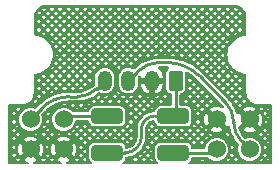
<source format=gbr>
%TF.GenerationSoftware,KiCad,Pcbnew,7.0.8*%
%TF.CreationDate,2025-01-02T16:25:12-08:00*%
%TF.ProjectId,tachometer board,74616368-6f6d-4657-9465-7220626f6172,rev?*%
%TF.SameCoordinates,Original*%
%TF.FileFunction,Copper,L1,Top*%
%TF.FilePolarity,Positive*%
%FSLAX46Y46*%
G04 Gerber Fmt 4.6, Leading zero omitted, Abs format (unit mm)*
G04 Created by KiCad (PCBNEW 7.0.8) date 2025-01-02 16:25:12*
%MOMM*%
%LPD*%
G01*
G04 APERTURE LIST*
G04 Aperture macros list*
%AMRoundRect*
0 Rectangle with rounded corners*
0 $1 Rounding radius*
0 $2 $3 $4 $5 $6 $7 $8 $9 X,Y pos of 4 corners*
0 Add a 4 corners polygon primitive as box body*
4,1,4,$2,$3,$4,$5,$6,$7,$8,$9,$2,$3,0*
0 Add four circle primitives for the rounded corners*
1,1,$1+$1,$2,$3*
1,1,$1+$1,$4,$5*
1,1,$1+$1,$6,$7*
1,1,$1+$1,$8,$9*
0 Add four rect primitives between the rounded corners*
20,1,$1+$1,$2,$3,$4,$5,0*
20,1,$1+$1,$4,$5,$6,$7,0*
20,1,$1+$1,$6,$7,$8,$9,0*
20,1,$1+$1,$8,$9,$2,$3,0*%
G04 Aperture macros list end*
%TA.AperFunction,ComponentPad*%
%ADD10RoundRect,0.250000X0.350000X0.625000X-0.350000X0.625000X-0.350000X-0.625000X0.350000X-0.625000X0*%
%TD*%
%TA.AperFunction,ComponentPad*%
%ADD11O,1.200000X1.750000*%
%TD*%
%TA.AperFunction,ComponentPad*%
%ADD12C,1.524000*%
%TD*%
%TA.AperFunction,SMDPad,CuDef*%
%ADD13RoundRect,0.250000X1.075000X-0.400000X1.075000X0.400000X-1.075000X0.400000X-1.075000X-0.400000X0*%
%TD*%
%TA.AperFunction,SMDPad,CuDef*%
%ADD14RoundRect,0.250000X-1.075000X0.400000X-1.075000X-0.400000X1.075000X-0.400000X1.075000X0.400000X0*%
%TD*%
%TA.AperFunction,Conductor*%
%ADD15C,0.250000*%
%TD*%
G04 APERTURE END LIST*
D10*
%TO.P,J1,1,Pin_1*%
%TO.N,+3.3V*%
X159192893Y-107150000D03*
D11*
%TO.P,J1,2,Pin_2*%
%TO.N,GND*%
X157192893Y-107150000D03*
%TO.P,J1,3,Pin_3*%
%TO.N,/OUT2*%
X155192893Y-107150000D03*
%TO.P,J1,4,Pin_4*%
%TO.N,/OUT1*%
X153192893Y-107150000D03*
%TD*%
D12*
%TO.P,U2,1,GND*%
%TO.N,GND*%
X165467893Y-110430000D03*
%TO.P,U2,2,GND*%
X162667893Y-110430000D03*
%TO.P,U2,3,LED_VIN*%
%TO.N,Net-(U2-LED_VIN)*%
X162667893Y-112970000D03*
%TO.P,U2,4,Phototransistor_OUT*%
%TO.N,/OUT2*%
X165467893Y-112970000D03*
%TD*%
D13*
%TO.P,R2,1*%
%TO.N,Net-(U2-LED_VIN)*%
X159000000Y-113250000D03*
%TO.P,R2,2*%
%TO.N,+3.3V*%
X159000000Y-110150000D03*
%TD*%
D14*
%TO.P,R1,1*%
%TO.N,Net-(U1-LED_VIN)*%
X153400000Y-110150000D03*
%TO.P,R1,2*%
%TO.N,+3.3V*%
X153400000Y-113250000D03*
%TD*%
D12*
%TO.P,U1,1,GND*%
%TO.N,GND*%
X146917893Y-112970000D03*
%TO.P,U1,2,GND*%
X149717893Y-112970000D03*
%TO.P,U1,3,LED_VIN*%
%TO.N,Net-(U1-LED_VIN)*%
X149717893Y-110430000D03*
%TO.P,U1,4,Phototransistor_OUT*%
%TO.N,/OUT1*%
X146917893Y-110430000D03*
%TD*%
D15*
%TO.N,+3.3V*%
X159192893Y-109820711D02*
X159192893Y-107150000D01*
X154934314Y-113250000D02*
X153400000Y-113250000D01*
X156300000Y-111884314D02*
X156300000Y-111259619D01*
X158863604Y-110150000D02*
X157409619Y-110150000D01*
X159096442Y-110053549D02*
G75*
G03*
X159192893Y-109820711I-232842J232849D01*
G01*
X154934314Y-113250006D02*
G75*
G03*
X155900000Y-112850000I-14J1365706D01*
G01*
X157409619Y-110150009D02*
G75*
G03*
X156625001Y-110475001I-19J-1109591D01*
G01*
X155899996Y-112849996D02*
G75*
G03*
X156300000Y-111884314I-965696J965696D01*
G01*
X158863604Y-110149998D02*
G75*
G03*
X159096445Y-110053552I-4J329298D01*
G01*
X156624994Y-110474994D02*
G75*
G03*
X156300000Y-111259619I784606J-784606D01*
G01*
%TO.N,/OUT1*%
X152517893Y-107825000D02*
X153192893Y-107150000D01*
X150888298Y-108500000D02*
X150212609Y-108500000D01*
X147882893Y-109465000D02*
X146917893Y-110430000D01*
X150888298Y-108499997D02*
G75*
G03*
X152517893Y-107825000I2J2304597D01*
G01*
X150212609Y-108500002D02*
G75*
G03*
X147882893Y-109465000I-9J-3294698D01*
G01*
%TO.N,/OUT2*%
X158396446Y-105600000D02*
X157838908Y-105600000D01*
X163409825Y-108959825D02*
X161219238Y-106769238D01*
X155967893Y-106375000D02*
X155192893Y-107150000D01*
X164783946Y-112286053D02*
X165467893Y-112970000D01*
X164100000Y-110626053D02*
X164100000Y-110634860D01*
X164100017Y-110634860D02*
G75*
G03*
X164783946Y-112286053I2335083J-40D01*
G01*
X157838908Y-105600002D02*
G75*
G03*
X155967893Y-106375000I-8J-2645998D01*
G01*
X164100033Y-110626053D02*
G75*
G03*
X163409825Y-108959825I-2356433J-47D01*
G01*
X161219208Y-106769268D02*
G75*
G03*
X158396446Y-105600000I-2822808J-2822732D01*
G01*
%TO.N,Net-(U1-LED_VIN)*%
X150195882Y-110150000D02*
X153400000Y-110150000D01*
X149857893Y-110290000D02*
X149717893Y-110430000D01*
X150195882Y-110149991D02*
G75*
G03*
X149857893Y-110290000I18J-478009D01*
G01*
%TO.N,Net-(U2-LED_VIN)*%
X162189903Y-113250000D02*
X159000000Y-113250000D01*
X162527893Y-113110000D02*
X162667893Y-112970000D01*
X162189903Y-113249999D02*
G75*
G03*
X162527893Y-113110000I-3J477999D01*
G01*
%TD*%
%TA.AperFunction,Conductor*%
%TO.N,GND*%
G36*
X164195587Y-100743628D02*
G01*
X164238422Y-100747376D01*
X164364663Y-100759809D01*
X164384578Y-100763432D01*
X164451239Y-100781293D01*
X164544468Y-100809573D01*
X164560853Y-100815842D01*
X164628296Y-100847291D01*
X164631277Y-100848781D01*
X164695125Y-100882909D01*
X164715224Y-100893652D01*
X164721564Y-100897546D01*
X164787733Y-100943877D01*
X164791481Y-100946720D01*
X164863713Y-101005998D01*
X164868205Y-101010068D01*
X164901972Y-101043835D01*
X164925708Y-101067571D01*
X164929790Y-101072074D01*
X164985203Y-101139593D01*
X164989056Y-101144288D01*
X164991915Y-101148056D01*
X165038245Y-101214221D01*
X165042137Y-101220556D01*
X165087001Y-101304491D01*
X165088513Y-101307514D01*
X165119946Y-101374920D01*
X165126221Y-101391319D01*
X165148683Y-101465364D01*
X165154504Y-101484553D01*
X165172357Y-101551181D01*
X165175986Y-101571128D01*
X165188513Y-101698399D01*
X165192157Y-101740039D01*
X165192393Y-101745446D01*
X165192393Y-103218407D01*
X165172708Y-103285446D01*
X165119904Y-103331201D01*
X165077464Y-103340433D01*
X165077586Y-103342060D01*
X165072954Y-103342407D01*
X165072953Y-103342407D01*
X164835752Y-103378161D01*
X164835750Y-103378161D01*
X164835747Y-103378162D01*
X164718097Y-103414453D01*
X164606530Y-103448867D01*
X164606528Y-103448868D01*
X164606524Y-103448869D01*
X164390401Y-103552949D01*
X164192218Y-103688070D01*
X164192211Y-103688075D01*
X164016366Y-103851233D01*
X163866801Y-104038784D01*
X163746861Y-104246526D01*
X163659225Y-104469819D01*
X163659219Y-104469838D01*
X163605844Y-104703690D01*
X163605844Y-104703692D01*
X163587919Y-104942895D01*
X163587919Y-104942904D01*
X163605844Y-105182107D01*
X163605844Y-105182109D01*
X163659219Y-105415961D01*
X163659221Y-105415968D01*
X163659223Y-105415975D01*
X163746861Y-105639273D01*
X163866801Y-105847016D01*
X163975787Y-105983681D01*
X164016366Y-106034566D01*
X164110822Y-106122207D01*
X164192208Y-106197722D01*
X164192211Y-106197724D01*
X164192218Y-106197729D01*
X164390401Y-106332850D01*
X164390404Y-106332851D01*
X164390405Y-106332852D01*
X164606530Y-106436933D01*
X164835752Y-106507639D01*
X165072953Y-106543393D01*
X165072967Y-106543393D01*
X165077586Y-106543740D01*
X165077413Y-106546041D01*
X165135432Y-106563078D01*
X165181187Y-106615882D01*
X165192393Y-106667393D01*
X165192393Y-108154590D01*
X165192406Y-108154728D01*
X165192406Y-108230429D01*
X165222803Y-108402826D01*
X165222804Y-108402831D01*
X165233223Y-108431456D01*
X165282679Y-108567335D01*
X165370209Y-108718946D01*
X165482737Y-108853053D01*
X165482739Y-108853055D01*
X165482743Y-108853059D01*
X165572141Y-108928073D01*
X165616840Y-108965580D01*
X165616841Y-108965582D01*
X165630529Y-108973485D01*
X165768452Y-109053116D01*
X165932957Y-109112992D01*
X166105361Y-109143393D01*
X166192794Y-109143393D01*
X167243393Y-109143393D01*
X167310432Y-109163078D01*
X167356187Y-109215882D01*
X167367393Y-109267393D01*
X167367393Y-114118393D01*
X167347708Y-114185432D01*
X167294904Y-114231187D01*
X167243393Y-114242393D01*
X160407814Y-114242393D01*
X160340775Y-114222708D01*
X160295020Y-114169904D01*
X160285076Y-114100746D01*
X160314101Y-114037190D01*
X160334181Y-114018623D01*
X160337284Y-114016332D01*
X160397150Y-113972150D01*
X160413654Y-113949788D01*
X160736612Y-113949788D01*
X160756217Y-113969393D01*
X160772131Y-113969393D01*
X160893023Y-113848500D01*
X161343845Y-113848500D01*
X161464738Y-113969393D01*
X161480652Y-113969393D01*
X161601544Y-113848500D01*
X161343845Y-113848500D01*
X160893023Y-113848500D01*
X160772056Y-113848500D01*
X160736612Y-113949788D01*
X160413654Y-113949788D01*
X160477793Y-113862882D01*
X160502105Y-113793402D01*
X160522646Y-113734701D01*
X160522646Y-113734699D01*
X160525500Y-113704269D01*
X160525500Y-113699500D01*
X160545185Y-113632461D01*
X160597989Y-113586706D01*
X160649500Y-113575500D01*
X161861035Y-113575500D01*
X161928074Y-113595185D01*
X161956884Y-113620830D01*
X161984010Y-113653883D01*
X161984015Y-113653887D01*
X162130567Y-113774161D01*
X162130574Y-113774165D01*
X162297770Y-113863533D01*
X162297771Y-113863533D01*
X162297778Y-113863537D01*
X162479210Y-113918573D01*
X162479209Y-113918573D01*
X162496126Y-113920239D01*
X162667893Y-113937157D01*
X162856576Y-113918573D01*
X162975303Y-113882558D01*
X163503466Y-113882558D01*
X163590301Y-113969393D01*
X163606215Y-113969393D01*
X163776449Y-113799158D01*
X164128587Y-113799158D01*
X164298822Y-113969393D01*
X164314736Y-113969393D01*
X164484970Y-113799158D01*
X164306778Y-113620966D01*
X164128587Y-113799158D01*
X163776449Y-113799158D01*
X163671690Y-113694399D01*
X163557598Y-113833421D01*
X163555630Y-113835704D01*
X163552763Y-113838870D01*
X163550645Y-113841096D01*
X163538989Y-113852752D01*
X163536763Y-113854870D01*
X163533597Y-113857737D01*
X163531314Y-113859705D01*
X163503466Y-113882558D01*
X162975303Y-113882558D01*
X163038008Y-113863537D01*
X163205217Y-113774162D01*
X163351776Y-113653883D01*
X163472055Y-113507324D01*
X163491264Y-113471386D01*
X163800815Y-113471386D01*
X163952518Y-113623089D01*
X164130709Y-113444897D01*
X163952517Y-113266705D01*
X163832606Y-113386616D01*
X163820288Y-113427228D01*
X163819337Y-113430106D01*
X163817901Y-113434124D01*
X163816803Y-113436970D01*
X163810505Y-113452179D01*
X163809269Y-113454968D01*
X163807442Y-113458832D01*
X163806073Y-113461551D01*
X163800815Y-113471386D01*
X163491264Y-113471386D01*
X163561430Y-113340115D01*
X163616466Y-113158683D01*
X163623168Y-113090637D01*
X164128587Y-113090637D01*
X164251981Y-113214031D01*
X164249960Y-113203868D01*
X164249438Y-113200859D01*
X164248812Y-113196633D01*
X164248441Y-113193624D01*
X164228459Y-112990764D01*
X164128587Y-113090637D01*
X163623168Y-113090637D01*
X163635050Y-112970000D01*
X163616466Y-112781317D01*
X163576350Y-112649069D01*
X163861633Y-112649069D01*
X163880102Y-112709949D01*
X163880917Y-112712899D01*
X163881954Y-112717042D01*
X163882617Y-112719997D01*
X163885826Y-112736132D01*
X163886348Y-112739141D01*
X163886974Y-112743367D01*
X163887345Y-112746376D01*
X163898600Y-112860650D01*
X163952518Y-112914568D01*
X164130709Y-112736376D01*
X163952518Y-112558185D01*
X163861633Y-112649069D01*
X163576350Y-112649069D01*
X163561430Y-112599885D01*
X163540978Y-112561622D01*
X163472058Y-112432681D01*
X163472054Y-112432674D01*
X163392009Y-112335140D01*
X163729473Y-112335140D01*
X163762199Y-112396365D01*
X163776449Y-112382116D01*
X163729473Y-112335140D01*
X163392009Y-112335140D01*
X163351776Y-112286116D01*
X163205218Y-112165838D01*
X163205211Y-112165834D01*
X163038015Y-112076466D01*
X163038012Y-112076465D01*
X163038011Y-112076464D01*
X163038008Y-112076463D01*
X162877770Y-112027856D01*
X163774327Y-112027856D01*
X163952517Y-112206046D01*
X163955694Y-112202869D01*
X163868663Y-112064360D01*
X163866544Y-112060758D01*
X163861175Y-112051045D01*
X163859258Y-112047330D01*
X163825322Y-111976860D01*
X163774327Y-112027856D01*
X162877770Y-112027856D01*
X162856576Y-112021427D01*
X162856574Y-112021426D01*
X162856576Y-112021426D01*
X162667893Y-112002843D01*
X162479211Y-112021426D01*
X162394800Y-112047032D01*
X162297778Y-112076463D01*
X162297775Y-112076464D01*
X162297773Y-112076465D01*
X162297770Y-112076466D01*
X162130574Y-112165834D01*
X162130567Y-112165838D01*
X161984009Y-112286116D01*
X161863731Y-112432674D01*
X161863727Y-112432681D01*
X161774359Y-112599877D01*
X161774358Y-112599880D01*
X161774357Y-112599882D01*
X161774356Y-112599885D01*
X161758699Y-112651500D01*
X161719319Y-112781318D01*
X161716233Y-112812656D01*
X161690071Y-112877442D01*
X161633036Y-112917801D01*
X161592830Y-112924500D01*
X160649500Y-112924500D01*
X160582461Y-112904815D01*
X160536706Y-112852011D01*
X160525500Y-112800500D01*
X160525500Y-112795730D01*
X160522646Y-112765300D01*
X160522646Y-112765298D01*
X160482825Y-112651500D01*
X161025120Y-112651500D01*
X161211749Y-112651500D01*
X161118434Y-112558185D01*
X161025120Y-112651500D01*
X160482825Y-112651500D01*
X160477793Y-112637119D01*
X160477792Y-112637117D01*
X160397150Y-112527850D01*
X160287882Y-112447207D01*
X160287880Y-112447206D01*
X160159700Y-112402353D01*
X160129270Y-112399500D01*
X160129266Y-112399500D01*
X157870734Y-112399500D01*
X157870730Y-112399500D01*
X157840300Y-112402353D01*
X157840298Y-112402353D01*
X157712119Y-112447206D01*
X157712117Y-112447207D01*
X157602850Y-112527850D01*
X157522207Y-112637117D01*
X157522206Y-112637119D01*
X157477353Y-112765298D01*
X157477353Y-112765300D01*
X157474500Y-112795730D01*
X157474500Y-113704269D01*
X157477353Y-113734699D01*
X157477353Y-113734701D01*
X157521095Y-113859705D01*
X157522207Y-113862882D01*
X157600815Y-113969393D01*
X157602851Y-113972151D01*
X157665819Y-114018623D01*
X157708070Y-114074270D01*
X157713529Y-114143926D01*
X157680462Y-114205476D01*
X157619368Y-114239377D01*
X157592186Y-114242393D01*
X154807814Y-114242393D01*
X154740775Y-114222708D01*
X154695020Y-114169904D01*
X154685076Y-114100746D01*
X154714101Y-114037190D01*
X154734181Y-114018623D01*
X154737284Y-114016332D01*
X154797150Y-113972150D01*
X154828465Y-113929720D01*
X155143634Y-113929720D01*
X155249381Y-113823974D01*
X155177318Y-113833461D01*
X155143634Y-113929720D01*
X154828465Y-113929720D01*
X154877793Y-113862882D01*
X154900091Y-113799157D01*
X155626334Y-113799157D01*
X155796570Y-113969393D01*
X155812484Y-113969393D01*
X155982718Y-113799158D01*
X156334856Y-113799158D01*
X156505091Y-113969393D01*
X156521005Y-113969393D01*
X156691239Y-113799158D01*
X157043377Y-113799158D01*
X157213612Y-113969393D01*
X157229525Y-113969393D01*
X157259691Y-113939226D01*
X157216308Y-113815247D01*
X157215171Y-113811651D01*
X157213730Y-113806560D01*
X157212815Y-113802906D01*
X157208470Y-113783009D01*
X157207782Y-113779330D01*
X157206968Y-113774107D01*
X157206499Y-113770344D01*
X157202260Y-113725139D01*
X157202015Y-113721662D01*
X157201583Y-113712421D01*
X157201500Y-113708941D01*
X157201500Y-113641035D01*
X157043377Y-113799158D01*
X156691239Y-113799158D01*
X156513047Y-113620966D01*
X156334856Y-113799158D01*
X155982718Y-113799158D01*
X155822897Y-113639337D01*
X155814765Y-113644033D01*
X155810466Y-113646329D01*
X155798834Y-113652066D01*
X155794388Y-113654080D01*
X155755165Y-113670326D01*
X155626334Y-113799157D01*
X154900091Y-113799157D01*
X154902105Y-113793402D01*
X154922646Y-113734701D01*
X154922646Y-113734699D01*
X154925500Y-113704269D01*
X154925500Y-113699486D01*
X154945185Y-113632447D01*
X154997989Y-113586692D01*
X155041403Y-113575751D01*
X155045148Y-113575505D01*
X155045163Y-113575505D01*
X155264959Y-113546567D01*
X155407081Y-113508484D01*
X156044182Y-113508484D01*
X156158787Y-113623089D01*
X156336978Y-113444897D01*
X156689116Y-113444897D01*
X156867308Y-113623089D01*
X157045499Y-113444897D01*
X156867308Y-113266706D01*
X156689116Y-113444897D01*
X156336978Y-113444897D01*
X156244244Y-113352163D01*
X156240223Y-113356184D01*
X156236665Y-113359515D01*
X156226916Y-113368065D01*
X156223146Y-113371162D01*
X156044182Y-113508484D01*
X155407081Y-113508484D01*
X155479096Y-113489187D01*
X155683913Y-113404348D01*
X155875903Y-113293501D01*
X156030041Y-113175226D01*
X156419445Y-113175226D01*
X156513047Y-113268828D01*
X156691239Y-113090637D01*
X157043377Y-113090637D01*
X157201500Y-113248760D01*
X157201500Y-112932514D01*
X157043377Y-113090637D01*
X156691239Y-113090637D01*
X156573565Y-112972963D01*
X156566864Y-112982994D01*
X156564019Y-112986960D01*
X156421192Y-113173094D01*
X156419445Y-113175226D01*
X156030041Y-113175226D01*
X156051783Y-113158543D01*
X156130163Y-113080163D01*
X156166617Y-113043709D01*
X156174181Y-113036145D01*
X156174225Y-113036092D01*
X156208539Y-113001779D01*
X156343496Y-112825900D01*
X156387804Y-112749158D01*
X156701898Y-112749158D01*
X156867308Y-112914568D01*
X157045499Y-112736376D01*
X156867308Y-112558185D01*
X156720316Y-112705176D01*
X156704052Y-112744443D01*
X156702037Y-112748879D01*
X156701898Y-112749158D01*
X156387804Y-112749158D01*
X156454343Y-112633910D01*
X156539181Y-112429095D01*
X156551769Y-112382116D01*
X157043377Y-112382116D01*
X157221567Y-112560306D01*
X157291721Y-112490153D01*
X157292467Y-112488965D01*
X157295093Y-112485110D01*
X157383274Y-112365630D01*
X157375071Y-112357427D01*
X160610671Y-112357427D01*
X160704907Y-112485110D01*
X160707533Y-112488965D01*
X160710995Y-112494479D01*
X160713301Y-112498475D01*
X160725019Y-112520648D01*
X160725488Y-112521622D01*
X160764173Y-112560307D01*
X160942365Y-112382116D01*
X161294503Y-112382116D01*
X161472693Y-112560306D01*
X161513437Y-112519562D01*
X161515499Y-112512769D01*
X161516449Y-112509893D01*
X161517885Y-112505876D01*
X161518983Y-112503030D01*
X161525281Y-112487821D01*
X161526517Y-112485032D01*
X161528344Y-112481168D01*
X161529712Y-112478450D01*
X161605475Y-112336705D01*
X161472694Y-112203924D01*
X161294503Y-112382116D01*
X160942365Y-112382116D01*
X160764174Y-112203925D01*
X160610671Y-112357427D01*
X157375071Y-112357427D01*
X157221568Y-112203924D01*
X157043377Y-112382116D01*
X156551769Y-112382116D01*
X156596561Y-112214958D01*
X156598611Y-112199387D01*
X156873967Y-112199387D01*
X157045499Y-112027855D01*
X157397637Y-112027855D01*
X157575828Y-112206046D01*
X157754020Y-112027855D01*
X158106158Y-112027855D01*
X158204803Y-112126500D01*
X158363897Y-112126500D01*
X158462541Y-112027855D01*
X158814679Y-112027855D01*
X158913324Y-112126500D01*
X159072418Y-112126500D01*
X159171062Y-112027855D01*
X159523200Y-112027855D01*
X159621845Y-112126500D01*
X159780939Y-112126500D01*
X159879583Y-112027855D01*
X160231721Y-112027855D01*
X160403377Y-112199511D01*
X160404352Y-112199981D01*
X160411957Y-112204000D01*
X160588104Y-112027855D01*
X160940242Y-112027855D01*
X161118434Y-112206047D01*
X161296625Y-112027855D01*
X161648763Y-112027855D01*
X161755334Y-112134426D01*
X161778188Y-112106579D01*
X161780156Y-112104296D01*
X161783023Y-112101130D01*
X161785141Y-112098904D01*
X161796797Y-112087248D01*
X161799023Y-112085130D01*
X161802189Y-112082263D01*
X161804472Y-112080295D01*
X161943493Y-111966202D01*
X161844778Y-111867487D01*
X163226173Y-111867487D01*
X163302752Y-111908419D01*
X163243997Y-111849664D01*
X163226173Y-111867487D01*
X161844778Y-111867487D01*
X161826955Y-111849664D01*
X161648763Y-112027855D01*
X161296625Y-112027855D01*
X161118434Y-111849664D01*
X160940242Y-112027855D01*
X160588104Y-112027855D01*
X160409913Y-111849664D01*
X160231721Y-112027855D01*
X159879583Y-112027855D01*
X159701392Y-111849664D01*
X159523200Y-112027855D01*
X159171062Y-112027855D01*
X158992871Y-111849664D01*
X158814679Y-112027855D01*
X158462541Y-112027855D01*
X158284350Y-111849664D01*
X158106158Y-112027855D01*
X157754020Y-112027855D01*
X157575829Y-111849664D01*
X157397637Y-112027855D01*
X157045499Y-112027855D01*
X156898500Y-111880856D01*
X156898500Y-111884319D01*
X156898499Y-112001678D01*
X156898338Y-112006548D01*
X156897491Y-112019479D01*
X156897015Y-112024337D01*
X156873967Y-112199387D01*
X156598611Y-112199387D01*
X156625499Y-111995163D01*
X156625500Y-111884317D01*
X156625500Y-111832763D01*
X156625500Y-111673595D01*
X157043377Y-111673595D01*
X157221568Y-111851786D01*
X157399760Y-111673595D01*
X157751898Y-111673595D01*
X157930089Y-111851786D01*
X158108281Y-111673595D01*
X158460419Y-111673595D01*
X158638610Y-111851786D01*
X158816802Y-111673595D01*
X159168940Y-111673595D01*
X159347131Y-111851786D01*
X159525323Y-111673595D01*
X159877461Y-111673595D01*
X160055652Y-111851786D01*
X160233844Y-111673595D01*
X160585982Y-111673595D01*
X160764173Y-111851786D01*
X160942365Y-111673595D01*
X161294503Y-111673595D01*
X161472694Y-111851786D01*
X161650886Y-111673595D01*
X161650885Y-111673594D01*
X162003023Y-111673594D01*
X162166506Y-111837077D01*
X162176343Y-111831819D01*
X162179061Y-111830451D01*
X162182925Y-111828624D01*
X162185714Y-111827388D01*
X162200923Y-111821090D01*
X162203769Y-111819992D01*
X162207786Y-111818556D01*
X162210662Y-111817606D01*
X162217456Y-111815544D01*
X162283010Y-111749991D01*
X162885863Y-111749991D01*
X162891517Y-111750548D01*
X162894526Y-111750919D01*
X162898752Y-111751545D01*
X162901761Y-111752067D01*
X162917896Y-111755276D01*
X162920851Y-111755939D01*
X162924994Y-111756976D01*
X162927943Y-111757791D01*
X162970747Y-111770775D01*
X163024681Y-111716841D01*
X162947449Y-111740270D01*
X162944499Y-111741085D01*
X162940356Y-111742122D01*
X162937401Y-111742785D01*
X162921266Y-111745994D01*
X162918257Y-111746516D01*
X162914031Y-111747142D01*
X162911022Y-111747513D01*
X162885863Y-111749991D01*
X162283010Y-111749991D01*
X162314983Y-111718018D01*
X162172410Y-111674768D01*
X162169549Y-111673823D01*
X162168910Y-111673595D01*
X163420066Y-111673595D01*
X163598257Y-111851786D01*
X163712823Y-111737218D01*
X163644333Y-111541479D01*
X163598257Y-111495403D01*
X163420066Y-111673595D01*
X162168910Y-111673595D01*
X162165527Y-111672387D01*
X162162660Y-111671281D01*
X162147434Y-111664975D01*
X162144631Y-111663732D01*
X162140771Y-111661904D01*
X162138072Y-111660545D01*
X162058568Y-111618049D01*
X162003023Y-111673594D01*
X161650885Y-111673594D01*
X161472694Y-111495403D01*
X161294503Y-111673595D01*
X160942365Y-111673595D01*
X160764173Y-111495403D01*
X160585982Y-111673595D01*
X160233844Y-111673595D01*
X160055652Y-111495403D01*
X159877461Y-111673595D01*
X159525323Y-111673595D01*
X159347131Y-111495403D01*
X159168940Y-111673595D01*
X158816802Y-111673595D01*
X158638610Y-111495403D01*
X158460419Y-111673595D01*
X158108281Y-111673595D01*
X157930089Y-111495403D01*
X157751898Y-111673595D01*
X157399760Y-111673595D01*
X157221568Y-111495403D01*
X157043377Y-111673595D01*
X156625500Y-111673595D01*
X156625500Y-111466334D01*
X156898500Y-111466334D01*
X157045498Y-111319335D01*
X157397638Y-111319335D01*
X157575829Y-111497526D01*
X157754019Y-111319335D01*
X158106159Y-111319335D01*
X158284350Y-111497526D01*
X158462540Y-111319335D01*
X158814680Y-111319335D01*
X158992871Y-111497526D01*
X159171061Y-111319335D01*
X159523201Y-111319335D01*
X159701392Y-111497526D01*
X159879582Y-111319335D01*
X160231722Y-111319335D01*
X160409913Y-111497526D01*
X160588104Y-111319334D01*
X160940242Y-111319334D01*
X161118434Y-111497526D01*
X161296624Y-111319335D01*
X161648764Y-111319335D01*
X161826955Y-111497526D01*
X161860790Y-111463690D01*
X161853540Y-111445562D01*
X161833480Y-111310334D01*
X161837807Y-111260083D01*
X161787557Y-111264412D01*
X161714521Y-111253577D01*
X161648764Y-111319335D01*
X161296624Y-111319335D01*
X161296625Y-111319334D01*
X161118434Y-111141143D01*
X160940242Y-111319334D01*
X160588104Y-111319334D01*
X160444945Y-111176175D01*
X160439890Y-111179907D01*
X160436035Y-111182533D01*
X160430521Y-111185995D01*
X160426525Y-111188301D01*
X160404352Y-111200019D01*
X160400180Y-111202028D01*
X160394216Y-111204631D01*
X160389893Y-111206328D01*
X160320418Y-111230638D01*
X160231722Y-111319335D01*
X159879582Y-111319335D01*
X159879583Y-111319334D01*
X159833749Y-111273500D01*
X159569036Y-111273500D01*
X159523201Y-111319335D01*
X159171061Y-111319335D01*
X159171062Y-111319334D01*
X159125228Y-111273500D01*
X158860515Y-111273500D01*
X158814680Y-111319335D01*
X158462540Y-111319335D01*
X158462541Y-111319334D01*
X158416707Y-111273500D01*
X158151994Y-111273500D01*
X158106159Y-111319335D01*
X157754019Y-111319335D01*
X157754020Y-111319334D01*
X157657649Y-111222963D01*
X157610106Y-111206327D01*
X157605784Y-111204631D01*
X157599820Y-111202028D01*
X157595648Y-111200019D01*
X157573475Y-111188301D01*
X157569479Y-111185995D01*
X157563965Y-111182533D01*
X157560110Y-111179907D01*
X157546851Y-111170121D01*
X157397638Y-111319335D01*
X157045498Y-111319335D01*
X157045499Y-111319334D01*
X156907525Y-111181360D01*
X156898500Y-111273022D01*
X156898500Y-111466334D01*
X156625500Y-111466334D01*
X156625500Y-111262658D01*
X156625799Y-111256579D01*
X156639367Y-111118795D01*
X156644109Y-111094954D01*
X156681638Y-110971230D01*
X156684188Y-110965074D01*
X157043377Y-110965074D01*
X157221568Y-111143265D01*
X157352644Y-111012188D01*
X160633096Y-111012188D01*
X160764173Y-111143265D01*
X160942365Y-110965074D01*
X161294503Y-110965074D01*
X161472694Y-111143265D01*
X161513557Y-111102401D01*
X161437347Y-110959819D01*
X161435989Y-110957121D01*
X161434161Y-110953261D01*
X161432918Y-110950458D01*
X161426612Y-110935232D01*
X161425506Y-110932365D01*
X161424070Y-110928344D01*
X161423125Y-110925482D01*
X161402403Y-110857173D01*
X161294503Y-110965074D01*
X160942365Y-110965074D01*
X160764173Y-110786882D01*
X160755638Y-110795416D01*
X160731328Y-110864893D01*
X160729631Y-110869216D01*
X160727028Y-110875180D01*
X160725019Y-110879352D01*
X160713301Y-110901525D01*
X160710995Y-110905521D01*
X160707533Y-110911035D01*
X160704907Y-110914890D01*
X160633096Y-111012188D01*
X157352644Y-111012188D01*
X157360848Y-111003984D01*
X157295093Y-110914890D01*
X157292467Y-110911035D01*
X157289005Y-110905521D01*
X157286699Y-110901525D01*
X157274981Y-110879352D01*
X157272972Y-110875180D01*
X157270369Y-110869216D01*
X157268673Y-110864894D01*
X157252035Y-110817349D01*
X157221568Y-110786882D01*
X157043377Y-110965074D01*
X156684188Y-110965074D01*
X156690938Y-110948776D01*
X156751886Y-110834749D01*
X156765389Y-110814541D01*
X156847382Y-110714631D01*
X156864568Y-110697446D01*
X156881716Y-110683373D01*
X156964546Y-110615396D01*
X156984751Y-110601895D01*
X157098785Y-110540944D01*
X157121223Y-110531650D01*
X157244966Y-110494114D01*
X157268785Y-110489377D01*
X157338350Y-110482526D01*
X157406994Y-110495546D01*
X157457703Y-110543612D01*
X157473284Y-110601420D01*
X157474364Y-110601370D01*
X157474499Y-110604263D01*
X157477353Y-110634699D01*
X157477353Y-110634701D01*
X157520373Y-110757641D01*
X157522207Y-110762882D01*
X157602850Y-110872150D01*
X157712118Y-110952793D01*
X157747215Y-110965074D01*
X157840299Y-110997646D01*
X157870730Y-111000500D01*
X157870734Y-111000500D01*
X160129270Y-111000500D01*
X160159699Y-110997646D01*
X160159701Y-110997646D01*
X160235192Y-110971230D01*
X160287882Y-110952793D01*
X160397150Y-110872150D01*
X160477793Y-110762882D01*
X160507613Y-110677661D01*
X160522646Y-110634701D01*
X160522646Y-110634699D01*
X160524886Y-110610813D01*
X160940242Y-110610813D01*
X161118434Y-110789005D01*
X161296625Y-110610813D01*
X161118434Y-110432622D01*
X160940242Y-110610813D01*
X160524886Y-110610813D01*
X160525500Y-110604269D01*
X160525500Y-110112688D01*
X160798500Y-110112688D01*
X160798500Y-110400418D01*
X160942365Y-110256553D01*
X161294503Y-110256553D01*
X161339121Y-110301171D01*
X161348871Y-110202184D01*
X161294503Y-110256553D01*
X160942365Y-110256553D01*
X160798500Y-110112688D01*
X160525500Y-110112688D01*
X160525500Y-109902292D01*
X160940242Y-109902292D01*
X161118434Y-110080484D01*
X161296625Y-109902292D01*
X161118434Y-109724101D01*
X160940242Y-109902292D01*
X160525500Y-109902292D01*
X160525500Y-109695730D01*
X160522646Y-109665300D01*
X160522646Y-109665298D01*
X160481612Y-109548032D01*
X160477793Y-109537118D01*
X160397150Y-109427850D01*
X160377061Y-109413024D01*
X160720990Y-109413024D01*
X160725019Y-109420648D01*
X160727028Y-109424820D01*
X160729631Y-109430784D01*
X160731327Y-109435106D01*
X160783692Y-109584753D01*
X160784829Y-109588349D01*
X160786270Y-109593440D01*
X160787185Y-109597094D01*
X160791530Y-109616991D01*
X160792218Y-109620670D01*
X160793032Y-109625893D01*
X160793501Y-109629656D01*
X160797740Y-109674861D01*
X160797985Y-109678338D01*
X160798417Y-109687579D01*
X160798500Y-109691059D01*
X160798500Y-109691897D01*
X160942365Y-109548032D01*
X161294503Y-109548032D01*
X161472694Y-109726223D01*
X161650886Y-109548032D01*
X161472694Y-109369840D01*
X161294503Y-109548032D01*
X160942365Y-109548032D01*
X160764174Y-109369841D01*
X160720990Y-109413024D01*
X160377061Y-109413024D01*
X160287882Y-109347207D01*
X160287880Y-109347206D01*
X160159700Y-109302353D01*
X160129270Y-109299500D01*
X160129266Y-109299500D01*
X159642393Y-109299500D01*
X159575354Y-109279815D01*
X159529599Y-109227011D01*
X159518393Y-109175500D01*
X159518393Y-109078619D01*
X160346874Y-109078619D01*
X160389894Y-109093673D01*
X160394216Y-109095369D01*
X160400180Y-109097972D01*
X160404352Y-109099981D01*
X160426525Y-109111699D01*
X160430521Y-109114005D01*
X160436035Y-109117467D01*
X160439890Y-109120093D01*
X160567558Y-109214318D01*
X160588104Y-109193771D01*
X160940242Y-109193771D01*
X161118434Y-109371963D01*
X161296625Y-109193771D01*
X161648763Y-109193771D01*
X161826955Y-109371963D01*
X162005146Y-109193771D01*
X161922353Y-109110978D01*
X162440077Y-109110978D01*
X162613766Y-109093870D01*
X162535476Y-109015580D01*
X162440077Y-109110978D01*
X161922353Y-109110978D01*
X161826955Y-109015580D01*
X161648763Y-109193771D01*
X161296625Y-109193771D01*
X161118434Y-109015580D01*
X160940242Y-109193771D01*
X160588104Y-109193771D01*
X160409913Y-109015580D01*
X160346874Y-109078619D01*
X159518393Y-109078619D01*
X159518393Y-108839511D01*
X159877461Y-108839511D01*
X160055652Y-109017702D01*
X160233844Y-108839511D01*
X160585982Y-108839511D01*
X160764173Y-109017702D01*
X160942365Y-108839511D01*
X161294503Y-108839511D01*
X161472694Y-109017702D01*
X161650886Y-108839511D01*
X162003024Y-108839511D01*
X162181215Y-109017702D01*
X162359407Y-108839511D01*
X162181215Y-108661319D01*
X162003024Y-108839511D01*
X161650886Y-108839511D01*
X161472694Y-108661319D01*
X161294503Y-108839511D01*
X160942365Y-108839511D01*
X160764173Y-108661319D01*
X160585982Y-108839511D01*
X160233844Y-108839511D01*
X160055652Y-108661319D01*
X159877461Y-108839511D01*
X159518393Y-108839511D01*
X159518393Y-108573441D01*
X159791393Y-108573441D01*
X159879583Y-108485250D01*
X160231721Y-108485250D01*
X160409913Y-108663442D01*
X160588104Y-108485250D01*
X160940242Y-108485250D01*
X161118434Y-108663442D01*
X161296625Y-108485250D01*
X161648763Y-108485250D01*
X161826955Y-108663442D01*
X162005146Y-108485250D01*
X161826955Y-108307059D01*
X161648763Y-108485250D01*
X161296625Y-108485250D01*
X161118434Y-108307059D01*
X160940242Y-108485250D01*
X160588104Y-108485250D01*
X160409913Y-108307059D01*
X160231721Y-108485250D01*
X159879583Y-108485250D01*
X159833987Y-108439654D01*
X159791393Y-108454559D01*
X159791393Y-108573441D01*
X159518393Y-108573441D01*
X159518393Y-108345802D01*
X159531598Y-108300831D01*
X160047302Y-108300831D01*
X160055652Y-108309181D01*
X160233844Y-108130990D01*
X160585982Y-108130990D01*
X160764173Y-108309181D01*
X160942365Y-108130990D01*
X161294503Y-108130990D01*
X161472694Y-108309181D01*
X161650886Y-108130990D01*
X161472694Y-107952798D01*
X161294503Y-108130990D01*
X160942365Y-108130990D01*
X160764173Y-107952798D01*
X160585982Y-108130990D01*
X160233844Y-108130990D01*
X160197386Y-108094532D01*
X160194921Y-108100180D01*
X160192912Y-108104352D01*
X160181194Y-108126525D01*
X160178888Y-108130521D01*
X160175426Y-108136035D01*
X160172800Y-108139890D01*
X160077249Y-108269355D01*
X160074362Y-108272976D01*
X160070117Y-108277909D01*
X160066958Y-108281315D01*
X160049208Y-108299065D01*
X160047302Y-108300831D01*
X159531598Y-108300831D01*
X159538078Y-108278763D01*
X159590882Y-108233008D01*
X159620412Y-108225122D01*
X159620223Y-108224256D01*
X159627594Y-108222646D01*
X159691683Y-108200219D01*
X159755775Y-108177793D01*
X159865043Y-108097150D01*
X159945686Y-107987882D01*
X159975912Y-107901500D01*
X159990539Y-107859701D01*
X159990539Y-107859699D01*
X159993393Y-107829269D01*
X159993393Y-107811401D01*
X160266393Y-107811401D01*
X160409913Y-107954921D01*
X160588104Y-107776729D01*
X160940242Y-107776729D01*
X161118434Y-107954921D01*
X161296625Y-107776729D01*
X161118434Y-107598538D01*
X160940242Y-107776729D01*
X160588104Y-107776729D01*
X160409913Y-107598538D01*
X160266393Y-107742058D01*
X160266393Y-107811401D01*
X159993393Y-107811401D01*
X159993393Y-107422469D01*
X160585982Y-107422469D01*
X160764173Y-107600660D01*
X160942365Y-107422469D01*
X160764173Y-107244277D01*
X160585982Y-107422469D01*
X159993393Y-107422469D01*
X159993393Y-107102880D01*
X160266393Y-107102880D01*
X160409913Y-107246400D01*
X160588104Y-107068208D01*
X160409913Y-106890017D01*
X160266393Y-107033537D01*
X160266393Y-107102880D01*
X159993393Y-107102880D01*
X159993393Y-106498077D01*
X160013078Y-106431038D01*
X160065882Y-106385283D01*
X160135040Y-106375339D01*
X160174651Y-106388088D01*
X160227285Y-106415489D01*
X160231972Y-106418195D01*
X160497174Y-106587152D01*
X160501607Y-106590256D01*
X160717866Y-106756202D01*
X160751076Y-106781685D01*
X160755204Y-106785149D01*
X160989042Y-106999428D01*
X160989042Y-106999427D01*
X160989745Y-107000071D01*
X161013665Y-107023991D01*
X161032586Y-107042914D01*
X161032600Y-107042926D01*
X163140868Y-109151194D01*
X163140888Y-109151216D01*
X163152751Y-109163078D01*
X163178454Y-109188781D01*
X163180806Y-109191269D01*
X163242487Y-109260288D01*
X163272481Y-109323391D01*
X163263598Y-109392693D01*
X163218657Y-109446192D01*
X163151927Y-109466900D01*
X163091575Y-109452274D01*
X163076268Y-109444092D01*
X162876077Y-109383365D01*
X162876081Y-109383365D01*
X162667893Y-109362861D01*
X162459706Y-109383365D01*
X162259515Y-109444093D01*
X162113555Y-109522109D01*
X162623492Y-110032046D01*
X162542745Y-110044835D01*
X162429848Y-110102359D01*
X162340252Y-110191955D01*
X162282728Y-110304852D01*
X162269939Y-110385599D01*
X161760002Y-109875662D01*
X161681986Y-110021622D01*
X161621258Y-110221813D01*
X161600754Y-110430000D01*
X161621258Y-110638186D01*
X161681985Y-110838375D01*
X161760002Y-110984336D01*
X162269939Y-110474400D01*
X162282728Y-110555148D01*
X162340252Y-110668045D01*
X162429848Y-110757641D01*
X162542745Y-110815165D01*
X162623492Y-110827953D01*
X162113555Y-111337889D01*
X162113555Y-111337890D01*
X162259512Y-111415906D01*
X162459708Y-111476634D01*
X162459704Y-111476634D01*
X162667893Y-111497138D01*
X162876079Y-111476634D01*
X163076273Y-111415906D01*
X163222230Y-111337890D01*
X162712294Y-110827953D01*
X162793041Y-110815165D01*
X162905938Y-110757641D01*
X162995534Y-110668045D01*
X163053058Y-110555148D01*
X163065846Y-110474400D01*
X163575783Y-110984337D01*
X163580873Y-110983581D01*
X163619552Y-110944206D01*
X163687690Y-110928745D01*
X163753370Y-110952576D01*
X163795739Y-111008133D01*
X163803169Y-111038621D01*
X163807968Y-111081220D01*
X163807973Y-111081247D01*
X163874460Y-111372566D01*
X163874464Y-111372581D01*
X163973157Y-111654637D01*
X163973159Y-111654641D01*
X163973160Y-111654644D01*
X164102818Y-111923887D01*
X164102820Y-111923890D01*
X164102821Y-111923892D01*
X164122014Y-111954437D01*
X164254842Y-112165834D01*
X164261809Y-112176921D01*
X164261811Y-112176924D01*
X164292138Y-112214953D01*
X164448129Y-112410561D01*
X164448132Y-112410564D01*
X164448136Y-112410569D01*
X164536487Y-112498920D01*
X164569972Y-112560243D01*
X164567467Y-112622596D01*
X164519319Y-112781318D01*
X164500736Y-112970000D01*
X164519319Y-113158681D01*
X164534294Y-113208045D01*
X164574356Y-113340115D01*
X164574357Y-113340118D01*
X164574358Y-113340119D01*
X164574359Y-113340122D01*
X164663727Y-113507318D01*
X164663731Y-113507325D01*
X164784009Y-113653883D01*
X164930567Y-113774161D01*
X164930574Y-113774165D01*
X165097770Y-113863533D01*
X165097771Y-113863533D01*
X165097778Y-113863537D01*
X165279210Y-113918573D01*
X165279209Y-113918573D01*
X165296126Y-113920239D01*
X165467893Y-113937157D01*
X165656576Y-113918573D01*
X165825949Y-113867195D01*
X166322187Y-113867195D01*
X166424385Y-113969393D01*
X166440299Y-113969393D01*
X166610533Y-113799158D01*
X166962671Y-113799158D01*
X167094393Y-113930880D01*
X167094393Y-113667436D01*
X166962671Y-113799158D01*
X166610533Y-113799158D01*
X166487054Y-113675679D01*
X166357598Y-113833421D01*
X166355630Y-113835704D01*
X166352763Y-113838870D01*
X166350645Y-113841096D01*
X166338989Y-113852752D01*
X166336763Y-113854870D01*
X166333597Y-113857737D01*
X166331314Y-113859705D01*
X166322187Y-113867195D01*
X165825949Y-113867195D01*
X165838008Y-113863537D01*
X166005217Y-113774162D01*
X166151776Y-113653883D01*
X166272055Y-113507324D01*
X166303492Y-113448510D01*
X166612023Y-113448510D01*
X166786602Y-113623089D01*
X166964793Y-113444897D01*
X166786602Y-113266706D01*
X166617095Y-113436212D01*
X166616803Y-113436970D01*
X166612023Y-113448510D01*
X166303492Y-113448510D01*
X166361430Y-113340115D01*
X166416466Y-113158683D01*
X166423168Y-113090637D01*
X166962671Y-113090637D01*
X167094393Y-113222359D01*
X167094393Y-112958915D01*
X166962671Y-113090637D01*
X166423168Y-113090637D01*
X166435050Y-112970000D01*
X166416466Y-112781317D01*
X166384282Y-112675220D01*
X166669566Y-112675220D01*
X166680102Y-112709949D01*
X166680917Y-112712899D01*
X166681954Y-112717042D01*
X166682617Y-112719997D01*
X166685826Y-112736132D01*
X166686348Y-112739141D01*
X166686974Y-112743367D01*
X166687345Y-112746376D01*
X166694876Y-112822842D01*
X166786602Y-112914568D01*
X166964793Y-112736376D01*
X166786602Y-112558185D01*
X166669566Y-112675220D01*
X166384282Y-112675220D01*
X166361430Y-112599885D01*
X166340978Y-112561622D01*
X166272058Y-112432681D01*
X166272054Y-112432674D01*
X166151776Y-112286116D01*
X166086595Y-112232623D01*
X166461040Y-112232623D01*
X166488296Y-112265834D01*
X166490151Y-112268209D01*
X166492698Y-112271641D01*
X166494470Y-112274156D01*
X166503609Y-112287834D01*
X166505216Y-112290371D01*
X166507414Y-112294032D01*
X166508933Y-112296712D01*
X166574071Y-112418577D01*
X166610533Y-112382116D01*
X166962671Y-112382116D01*
X167094393Y-112513838D01*
X167094393Y-112250394D01*
X166962671Y-112382116D01*
X166610533Y-112382116D01*
X166461040Y-112232623D01*
X166086595Y-112232623D01*
X166005218Y-112165838D01*
X166005211Y-112165834D01*
X165838015Y-112076466D01*
X165838012Y-112076465D01*
X165838011Y-112076464D01*
X165838008Y-112076463D01*
X165677767Y-112027855D01*
X166608410Y-112027855D01*
X166786602Y-112206047D01*
X166964793Y-112027855D01*
X166786602Y-111849664D01*
X166608410Y-112027855D01*
X165677767Y-112027855D01*
X165656576Y-112021427D01*
X165656574Y-112021426D01*
X165656576Y-112021426D01*
X165467893Y-112002843D01*
X165279211Y-112021426D01*
X165181571Y-112051045D01*
X165122143Y-112069072D01*
X165052277Y-112069695D01*
X164993690Y-112033038D01*
X164904001Y-111932677D01*
X164866256Y-111890440D01*
X164861930Y-111885016D01*
X164857916Y-111879359D01*
X166048385Y-111879359D01*
X166141181Y-111928960D01*
X166143861Y-111930479D01*
X166147522Y-111932677D01*
X166150059Y-111934284D01*
X166163737Y-111943423D01*
X166166252Y-111945195D01*
X166169683Y-111947742D01*
X166172059Y-111949597D01*
X166205268Y-111976851D01*
X166078081Y-111849664D01*
X166048385Y-111879359D01*
X164857916Y-111879359D01*
X164805381Y-111805317D01*
X164735546Y-111706891D01*
X164733598Y-111703790D01*
X165068082Y-111703790D01*
X165077716Y-111717368D01*
X165111694Y-111755390D01*
X165117093Y-111749991D01*
X165685863Y-111749991D01*
X165691518Y-111750548D01*
X165694527Y-111750919D01*
X165698752Y-111751545D01*
X165701761Y-111752067D01*
X165717896Y-111755276D01*
X165720851Y-111755939D01*
X165724994Y-111756976D01*
X165727943Y-111757791D01*
X165796898Y-111778708D01*
X165873607Y-111701999D01*
X165747449Y-111740270D01*
X165744499Y-111741085D01*
X165740356Y-111742122D01*
X165737401Y-111742785D01*
X165721266Y-111745994D01*
X165718257Y-111746516D01*
X165714031Y-111747142D01*
X165711022Y-111747513D01*
X165685863Y-111749991D01*
X165117093Y-111749991D01*
X165141134Y-111725950D01*
X165068082Y-111703790D01*
X164733598Y-111703790D01*
X164731844Y-111700999D01*
X164716699Y-111673595D01*
X166254150Y-111673595D01*
X166432341Y-111851786D01*
X166610533Y-111673595D01*
X166962671Y-111673595D01*
X167094393Y-111805317D01*
X167094393Y-111541873D01*
X166962671Y-111673595D01*
X166610533Y-111673595D01*
X166432341Y-111495403D01*
X166254150Y-111673595D01*
X164716699Y-111673595D01*
X164626211Y-111509868D01*
X164623192Y-111503599D01*
X164539614Y-111301818D01*
X164537316Y-111295251D01*
X164493101Y-111141772D01*
X164493458Y-111071903D01*
X164524574Y-111019764D01*
X165069939Y-110474400D01*
X165082728Y-110555148D01*
X165140252Y-110668045D01*
X165229848Y-110757641D01*
X165342745Y-110815165D01*
X165423492Y-110827953D01*
X164913555Y-111337889D01*
X164913555Y-111337890D01*
X165059512Y-111415906D01*
X165259708Y-111476634D01*
X165259704Y-111476634D01*
X165467893Y-111497138D01*
X165676079Y-111476634D01*
X165876273Y-111415906D01*
X166022230Y-111337890D01*
X166003674Y-111319334D01*
X166608410Y-111319334D01*
X166786602Y-111497526D01*
X166964793Y-111319334D01*
X166786602Y-111141143D01*
X166608410Y-111319334D01*
X166003674Y-111319334D01*
X165512294Y-110827953D01*
X165593041Y-110815165D01*
X165705938Y-110757641D01*
X165795534Y-110668045D01*
X165853058Y-110555148D01*
X165865846Y-110474400D01*
X166375783Y-110984337D01*
X166386079Y-110965074D01*
X166962671Y-110965074D01*
X167094393Y-111096796D01*
X167094393Y-110833352D01*
X166962671Y-110965074D01*
X166386079Y-110965074D01*
X166453799Y-110838380D01*
X166476351Y-110764037D01*
X166761634Y-110764037D01*
X166786602Y-110789005D01*
X166964793Y-110610813D01*
X166807078Y-110453098D01*
X166785406Y-110673129D01*
X166785035Y-110676138D01*
X166784409Y-110680364D01*
X166783887Y-110683373D01*
X166780678Y-110699508D01*
X166780015Y-110702463D01*
X166778978Y-110706607D01*
X166778162Y-110709556D01*
X166761634Y-110764037D01*
X166476351Y-110764037D01*
X166514527Y-110638186D01*
X166535031Y-110430000D01*
X166517948Y-110256553D01*
X166962671Y-110256553D01*
X167094393Y-110388275D01*
X167094393Y-110124831D01*
X166962671Y-110256553D01*
X166517948Y-110256553D01*
X166514527Y-110221813D01*
X166453799Y-110021619D01*
X166375783Y-109875662D01*
X166375782Y-109875662D01*
X165865846Y-110385598D01*
X165853058Y-110304852D01*
X165795534Y-110191955D01*
X165705938Y-110102359D01*
X165593041Y-110044835D01*
X165512294Y-110032046D01*
X165701452Y-109842887D01*
X166667815Y-109842887D01*
X166698439Y-109900180D01*
X166699797Y-109902878D01*
X166701625Y-109906738D01*
X166702868Y-109909541D01*
X166709174Y-109924767D01*
X166710280Y-109927634D01*
X166711716Y-109931656D01*
X166712661Y-109934518D01*
X166744023Y-110037905D01*
X166786602Y-110080484D01*
X166964793Y-109902292D01*
X166786602Y-109724101D01*
X166667815Y-109842887D01*
X165701452Y-109842887D01*
X166022229Y-109522109D01*
X165992669Y-109506309D01*
X166295873Y-109506309D01*
X166302305Y-109549664D01*
X166298615Y-109592497D01*
X166305393Y-109599275D01*
X166348227Y-109595587D01*
X166483455Y-109615647D01*
X166525931Y-109632633D01*
X166610533Y-109548032D01*
X166962671Y-109548032D01*
X167094393Y-109679754D01*
X167094393Y-109416393D01*
X167094311Y-109416393D01*
X166962671Y-109548032D01*
X166610533Y-109548032D01*
X166478894Y-109416393D01*
X166385791Y-109416393D01*
X166295873Y-109506309D01*
X165992669Y-109506309D01*
X165876268Y-109444092D01*
X165676077Y-109383365D01*
X165676081Y-109383365D01*
X165467893Y-109362861D01*
X165259706Y-109383365D01*
X165059515Y-109444093D01*
X164913555Y-109522109D01*
X165423492Y-110032046D01*
X165342745Y-110044835D01*
X165229848Y-110102359D01*
X165140252Y-110191955D01*
X165082728Y-110304852D01*
X165069939Y-110385599D01*
X164560002Y-109875662D01*
X164560000Y-109875662D01*
X164549528Y-109895256D01*
X164500566Y-109945101D01*
X164432428Y-109960561D01*
X164366748Y-109936729D01*
X164324380Y-109881172D01*
X164323129Y-109877760D01*
X164225269Y-109598107D01*
X164139805Y-109420648D01*
X164094567Y-109326715D01*
X164011030Y-109193771D01*
X164482847Y-109193771D01*
X164661038Y-109371962D01*
X164689624Y-109343376D01*
X164690206Y-109343958D01*
X164701772Y-109333732D01*
X164700521Y-109332481D01*
X164839230Y-109193771D01*
X164752713Y-109107254D01*
X165277886Y-109107254D01*
X165352241Y-109099930D01*
X165315793Y-109069347D01*
X165277886Y-109107254D01*
X164752713Y-109107254D01*
X164661039Y-109015580D01*
X164482847Y-109193771D01*
X164011030Y-109193771D01*
X163934301Y-109071662D01*
X163759965Y-108853058D01*
X163749162Y-108839511D01*
X164128587Y-108839511D01*
X164306778Y-109017702D01*
X164484970Y-108839511D01*
X164837108Y-108839511D01*
X165015299Y-109017702D01*
X165151065Y-108881936D01*
X165141605Y-108868426D01*
X165138113Y-108862943D01*
X165041922Y-108696332D01*
X165038917Y-108690561D01*
X165034005Y-108680025D01*
X165015299Y-108661319D01*
X164837108Y-108839511D01*
X164484970Y-108839511D01*
X164306778Y-108661319D01*
X164128587Y-108839511D01*
X163749162Y-108839511D01*
X163746483Y-108836152D01*
X163657427Y-108747100D01*
X163657425Y-108747097D01*
X163621758Y-108711432D01*
X163391912Y-108481586D01*
X163777991Y-108481586D01*
X163814793Y-108518388D01*
X163853977Y-108557567D01*
X163853982Y-108557574D01*
X163943423Y-108647013D01*
X163946301Y-108650052D01*
X163953786Y-108658428D01*
X163955499Y-108660460D01*
X164130709Y-108485250D01*
X164482847Y-108485250D01*
X164661039Y-108663442D01*
X164839230Y-108485250D01*
X164661039Y-108307059D01*
X164482847Y-108485250D01*
X164130709Y-108485250D01*
X163952518Y-108307059D01*
X163777991Y-108481586D01*
X163391912Y-108481586D01*
X163037652Y-108127325D01*
X163423730Y-108127325D01*
X163601922Y-108305517D01*
X163776449Y-108130990D01*
X164128587Y-108130990D01*
X164306778Y-108309181D01*
X164484970Y-108130990D01*
X164837108Y-108130990D01*
X164919406Y-108213288D01*
X164919406Y-108159049D01*
X164919393Y-108158774D01*
X164919393Y-108048705D01*
X164837108Y-108130990D01*
X164484970Y-108130990D01*
X164306778Y-107952798D01*
X164128587Y-108130990D01*
X163776449Y-108130990D01*
X163598257Y-107952798D01*
X163423730Y-108127325D01*
X163037652Y-108127325D01*
X162683392Y-107773065D01*
X163069470Y-107773065D01*
X163247661Y-107951256D01*
X163422188Y-107776729D01*
X163774326Y-107776729D01*
X163952518Y-107954921D01*
X164130709Y-107776729D01*
X164482847Y-107776729D01*
X164661039Y-107954921D01*
X164839230Y-107776729D01*
X164661039Y-107598538D01*
X164482847Y-107776729D01*
X164130709Y-107776729D01*
X163952518Y-107598538D01*
X163774326Y-107776729D01*
X163422188Y-107776729D01*
X163243997Y-107598538D01*
X163069470Y-107773065D01*
X162683392Y-107773065D01*
X162329130Y-107418803D01*
X162715210Y-107418803D01*
X162893401Y-107596995D01*
X163067928Y-107422469D01*
X163420066Y-107422469D01*
X163598257Y-107600660D01*
X163776449Y-107422469D01*
X164128587Y-107422469D01*
X164306778Y-107600660D01*
X164484970Y-107422469D01*
X164837108Y-107422469D01*
X164919393Y-107504754D01*
X164919393Y-107340184D01*
X164837108Y-107422469D01*
X164484970Y-107422469D01*
X164306778Y-107244277D01*
X164128587Y-107422469D01*
X163776449Y-107422469D01*
X163598257Y-107244277D01*
X163420066Y-107422469D01*
X163067928Y-107422469D01*
X162889736Y-107244277D01*
X162715210Y-107418803D01*
X162329130Y-107418803D01*
X161974870Y-107064543D01*
X162360950Y-107064543D01*
X162539141Y-107242734D01*
X162713667Y-107068208D01*
X163065805Y-107068208D01*
X163243997Y-107246400D01*
X163422188Y-107068208D01*
X163774326Y-107068208D01*
X163952518Y-107246400D01*
X164130709Y-107068208D01*
X164482847Y-107068208D01*
X164661039Y-107246400D01*
X164839230Y-107068208D01*
X164661039Y-106890017D01*
X164482847Y-107068208D01*
X164130709Y-107068208D01*
X163952518Y-106890017D01*
X163774326Y-107068208D01*
X163422188Y-107068208D01*
X163243997Y-106890017D01*
X163065805Y-107068208D01*
X162713667Y-107068208D01*
X162535476Y-106890017D01*
X162360950Y-107064543D01*
X161974870Y-107064543D01*
X161620609Y-106710282D01*
X162006689Y-106710282D01*
X162184881Y-106888474D01*
X162359407Y-106713948D01*
X162711545Y-106713948D01*
X162889736Y-106892139D01*
X163067928Y-106713948D01*
X163420066Y-106713948D01*
X163598257Y-106892139D01*
X163776449Y-106713948D01*
X164128587Y-106713948D01*
X164306778Y-106892139D01*
X164484970Y-106713948D01*
X164422186Y-106651164D01*
X164266396Y-106576138D01*
X164128587Y-106713948D01*
X163776449Y-106713948D01*
X163598257Y-106535756D01*
X163420066Y-106713948D01*
X163067928Y-106713948D01*
X162889736Y-106535756D01*
X162711545Y-106713948D01*
X162359407Y-106713948D01*
X162181215Y-106535756D01*
X162006689Y-106710282D01*
X161620609Y-106710282D01*
X161427686Y-106517359D01*
X161426972Y-106516705D01*
X161316078Y-106405808D01*
X161316078Y-106405809D01*
X161256745Y-106356021D01*
X161652429Y-106356021D01*
X161830620Y-106534213D01*
X162005146Y-106359687D01*
X162357284Y-106359687D01*
X162535476Y-106537879D01*
X162713667Y-106359687D01*
X163065805Y-106359687D01*
X163243997Y-106537879D01*
X163422187Y-106359688D01*
X163774327Y-106359688D01*
X163952518Y-106537879D01*
X164055480Y-106434916D01*
X164032272Y-106419093D01*
X164027784Y-106415779D01*
X164016195Y-106406535D01*
X164011975Y-106402906D01*
X163866286Y-106267727D01*
X163774327Y-106359688D01*
X163422187Y-106359688D01*
X163422188Y-106359687D01*
X163243997Y-106181496D01*
X163065805Y-106359687D01*
X162713667Y-106359687D01*
X162535476Y-106181496D01*
X162357284Y-106359687D01*
X162005146Y-106359687D01*
X161826955Y-106181496D01*
X161652429Y-106356021D01*
X161256745Y-106356021D01*
X161027277Y-106163469D01*
X161027278Y-106163469D01*
X160801576Y-106005427D01*
X161294503Y-106005427D01*
X161455474Y-106166398D01*
X161474200Y-106182112D01*
X161650886Y-106005427D01*
X162003024Y-106005427D01*
X162181215Y-106183618D01*
X162359407Y-106005427D01*
X162711545Y-106005427D01*
X162889736Y-106183618D01*
X163067928Y-106005427D01*
X163420066Y-106005427D01*
X163598257Y-106183618D01*
X163702734Y-106079140D01*
X163648740Y-106011433D01*
X163645428Y-106006948D01*
X163637053Y-105994663D01*
X163634089Y-105989947D01*
X163561417Y-105864075D01*
X163420066Y-106005427D01*
X163067928Y-106005427D01*
X162889736Y-105827235D01*
X162711545Y-106005427D01*
X162359407Y-106005427D01*
X162181215Y-105827235D01*
X162003024Y-106005427D01*
X161650886Y-106005427D01*
X161472694Y-105827235D01*
X161294503Y-106005427D01*
X160801576Y-106005427D01*
X160718448Y-105947219D01*
X160391948Y-105758708D01*
X160161331Y-105651166D01*
X160940242Y-105651166D01*
X161118434Y-105829358D01*
X161296625Y-105651166D01*
X161648763Y-105651166D01*
X161826955Y-105829358D01*
X162005146Y-105651166D01*
X162357284Y-105651166D01*
X162535476Y-105829358D01*
X162713667Y-105651166D01*
X163065805Y-105651166D01*
X163243997Y-105829358D01*
X163422188Y-105651166D01*
X163243997Y-105472975D01*
X163065805Y-105651166D01*
X162713667Y-105651166D01*
X162535476Y-105472975D01*
X162357284Y-105651166D01*
X162005146Y-105651166D01*
X161826955Y-105472975D01*
X161648763Y-105651166D01*
X161296625Y-105651166D01*
X161118434Y-105472975D01*
X160940242Y-105651166D01*
X160161331Y-105651166D01*
X160050260Y-105599371D01*
X160050257Y-105599370D01*
X160050258Y-105599370D01*
X159695988Y-105470421D01*
X159695987Y-105470420D01*
X159695985Y-105470420D01*
X159331819Y-105372838D01*
X158960534Y-105307366D01*
X158664629Y-105281473D01*
X158584958Y-105274502D01*
X158584957Y-105274502D01*
X158424922Y-105274500D01*
X158424921Y-105274500D01*
X157810433Y-105274500D01*
X157809052Y-105274500D01*
X157809008Y-105274501D01*
X157692928Y-105274501D01*
X157627425Y-105280952D01*
X157402381Y-105303116D01*
X157116023Y-105360074D01*
X156836626Y-105444828D01*
X156566888Y-105556557D01*
X156309404Y-105694186D01*
X156309384Y-105694198D01*
X156066660Y-105856380D01*
X156066638Y-105856397D01*
X155840954Y-106041612D01*
X155757867Y-106124700D01*
X155757865Y-106124702D01*
X155737728Y-106144838D01*
X155729599Y-106152967D01*
X155668276Y-106186452D01*
X155598584Y-106181468D01*
X155575945Y-106170279D01*
X155542417Y-106149211D01*
X155372147Y-106089631D01*
X155372142Y-106089630D01*
X155192897Y-106069435D01*
X155192889Y-106069435D01*
X155013643Y-106089630D01*
X155013638Y-106089631D01*
X154843369Y-106149211D01*
X154690630Y-106245184D01*
X154563077Y-106372737D01*
X154467104Y-106525476D01*
X154407524Y-106695745D01*
X154407523Y-106695750D01*
X154392393Y-106830039D01*
X154392393Y-107469960D01*
X154407523Y-107604249D01*
X154407524Y-107604254D01*
X154467104Y-107774523D01*
X154527820Y-107871151D01*
X154563077Y-107927262D01*
X154690631Y-108054816D01*
X154758580Y-108097511D01*
X154837396Y-108147035D01*
X154843371Y-108150789D01*
X154920544Y-108177793D01*
X155013638Y-108210368D01*
X155013643Y-108210369D01*
X155192889Y-108230565D01*
X155192893Y-108230565D01*
X155192897Y-108230565D01*
X155372142Y-108210369D01*
X155372145Y-108210368D01*
X155372148Y-108210368D01*
X155542415Y-108150789D01*
X155695155Y-108054816D01*
X155822709Y-107927262D01*
X155918682Y-107774522D01*
X155978261Y-107604255D01*
X155979323Y-107594836D01*
X155987191Y-107525000D01*
X155993393Y-107469954D01*
X155993393Y-106861187D01*
X156013078Y-106794148D01*
X156029712Y-106773506D01*
X156069209Y-106734009D01*
X156082581Y-106720637D01*
X156143903Y-106687153D01*
X156213595Y-106692137D01*
X156269528Y-106734009D01*
X156293945Y-106799473D01*
X156293582Y-106821275D01*
X156292893Y-106827827D01*
X156292893Y-106900000D01*
X156913333Y-106900000D01*
X156874615Y-106942059D01*
X156824342Y-107056670D01*
X156814007Y-107181395D01*
X156844730Y-107302719D01*
X156908287Y-107400000D01*
X156292893Y-107400000D01*
X156292893Y-107472159D01*
X156307712Y-107613154D01*
X156366171Y-107793072D01*
X156366176Y-107793084D01*
X156460763Y-107956915D01*
X156460765Y-107956918D01*
X156587353Y-108097509D01*
X156587356Y-108097511D01*
X156740415Y-108208717D01*
X156913249Y-108285666D01*
X156942892Y-108291966D01*
X156942893Y-108291966D01*
X156942893Y-107430617D01*
X157011945Y-107484363D01*
X157130317Y-107525000D01*
X157223966Y-107525000D01*
X157316339Y-107509586D01*
X157426407Y-107450019D01*
X157442893Y-107432110D01*
X157442893Y-108291966D01*
X157472536Y-108285666D01*
X157645372Y-108208714D01*
X157798428Y-108097512D01*
X157925020Y-107956918D01*
X157925022Y-107956915D01*
X158019609Y-107793084D01*
X158019614Y-107793072D01*
X158078073Y-107613154D01*
X158092893Y-107472159D01*
X158092893Y-107400000D01*
X157472453Y-107400000D01*
X157511171Y-107357941D01*
X157561444Y-107243330D01*
X157571779Y-107118605D01*
X157541056Y-106997281D01*
X157477499Y-106900000D01*
X158092893Y-106900000D01*
X158092893Y-106827840D01*
X158078073Y-106686845D01*
X158019614Y-106506927D01*
X158019609Y-106506915D01*
X157925022Y-106343084D01*
X157925020Y-106343081D01*
X157798432Y-106202490D01*
X157798427Y-106202486D01*
X157729063Y-106152089D01*
X157686398Y-106096759D01*
X157680420Y-106027145D01*
X157713027Y-105965351D01*
X157773866Y-105930994D01*
X157794992Y-105927968D01*
X157837220Y-105925596D01*
X157840686Y-105925500D01*
X157890461Y-105925500D01*
X158396442Y-105925500D01*
X158518080Y-105930812D01*
X158584197Y-105953403D01*
X158627604Y-106008153D01*
X158634521Y-106077679D01*
X158602751Y-106139908D01*
X158586304Y-106154464D01*
X158520743Y-106202850D01*
X158440100Y-106312117D01*
X158440099Y-106312119D01*
X158395246Y-106440298D01*
X158395246Y-106440300D01*
X158392393Y-106470730D01*
X158392393Y-107829269D01*
X158395246Y-107859699D01*
X158395246Y-107859701D01*
X158436819Y-107978506D01*
X158440100Y-107987882D01*
X158520743Y-108097150D01*
X158630011Y-108177793D01*
X158662056Y-108189006D01*
X158758191Y-108222646D01*
X158765563Y-108224256D01*
X158765099Y-108226379D01*
X158819875Y-108248198D01*
X158860502Y-108305041D01*
X158867393Y-108345802D01*
X158867393Y-109175500D01*
X158847708Y-109242539D01*
X158794904Y-109288294D01*
X158743393Y-109299500D01*
X157870730Y-109299500D01*
X157840300Y-109302353D01*
X157840298Y-109302353D01*
X157712119Y-109347206D01*
X157712117Y-109347207D01*
X157602850Y-109427850D01*
X157522207Y-109537117D01*
X157522206Y-109537119D01*
X157477353Y-109665298D01*
X157477353Y-109665300D01*
X157474500Y-109695730D01*
X157474500Y-109700508D01*
X157454815Y-109767547D01*
X157402011Y-109813302D01*
X157350500Y-109824508D01*
X157315560Y-109824508D01*
X157129050Y-109849058D01*
X156947324Y-109897750D01*
X156773532Y-109969735D01*
X156773521Y-109969741D01*
X156610605Y-110063799D01*
X156610601Y-110063802D01*
X156461348Y-110178326D01*
X156431162Y-110208512D01*
X156431137Y-110208525D01*
X156328315Y-110311346D01*
X156213794Y-110460595D01*
X156213791Y-110460600D01*
X156119733Y-110623517D01*
X156119727Y-110623528D01*
X156047739Y-110797325D01*
X156047738Y-110797329D01*
X155999051Y-110979043D01*
X155999050Y-110979047D01*
X155974499Y-111165558D01*
X155974500Y-111231144D01*
X155974500Y-111881870D01*
X155974309Y-111886737D01*
X155962457Y-112037304D01*
X155959413Y-112056521D01*
X155925864Y-112196258D01*
X155919851Y-112214763D01*
X155864857Y-112347530D01*
X155856023Y-112364867D01*
X155780938Y-112487393D01*
X155769501Y-112503135D01*
X155676141Y-112612444D01*
X155662383Y-112626202D01*
X155553138Y-112719506D01*
X155537401Y-112730939D01*
X155438969Y-112791260D01*
X155414871Y-112806027D01*
X155397535Y-112814860D01*
X155264762Y-112869858D01*
X155246256Y-112875871D01*
X155106521Y-112909419D01*
X155087302Y-112912463D01*
X155059146Y-112914679D01*
X154990769Y-112900315D01*
X154941012Y-112851264D01*
X154926046Y-112798594D01*
X154925771Y-112798620D01*
X154925631Y-112797133D01*
X154925553Y-112796857D01*
X154925500Y-112795735D01*
X154922646Y-112765300D01*
X154922646Y-112765298D01*
X154877793Y-112637119D01*
X154877792Y-112637117D01*
X154797150Y-112527850D01*
X154687882Y-112447207D01*
X154687880Y-112447206D01*
X154559700Y-112402353D01*
X154529270Y-112399500D01*
X154529266Y-112399500D01*
X152270734Y-112399500D01*
X152270730Y-112399500D01*
X152240300Y-112402353D01*
X152240298Y-112402353D01*
X152112119Y-112447206D01*
X152112117Y-112447207D01*
X152002850Y-112527850D01*
X151922207Y-112637117D01*
X151922206Y-112637119D01*
X151877353Y-112765298D01*
X151877353Y-112765300D01*
X151874500Y-112795730D01*
X151874500Y-113704269D01*
X151877353Y-113734699D01*
X151877353Y-113734701D01*
X151921095Y-113859705D01*
X151922207Y-113862882D01*
X152000815Y-113969393D01*
X152002851Y-113972151D01*
X152065819Y-114018623D01*
X152108070Y-114074270D01*
X152113529Y-114143926D01*
X152080462Y-114205476D01*
X152019368Y-114239377D01*
X151992186Y-114242393D01*
X150017794Y-114242393D01*
X149950755Y-114222708D01*
X149905000Y-114169904D01*
X149895056Y-114100746D01*
X149924081Y-114037190D01*
X149981799Y-113999732D01*
X150126273Y-113955906D01*
X150272230Y-113877890D01*
X150193498Y-113799158D01*
X150666688Y-113799158D01*
X150836923Y-113969393D01*
X150852837Y-113969393D01*
X151023071Y-113799158D01*
X151375209Y-113799158D01*
X151545444Y-113969393D01*
X151561358Y-113969393D01*
X151642021Y-113888729D01*
X151616308Y-113815247D01*
X151615171Y-113811650D01*
X151613730Y-113806560D01*
X151612815Y-113802906D01*
X151608470Y-113783009D01*
X151607782Y-113779330D01*
X151606968Y-113774107D01*
X151606499Y-113770344D01*
X151602260Y-113725139D01*
X151602015Y-113721662D01*
X151601583Y-113712421D01*
X151601500Y-113708941D01*
X151601500Y-113669066D01*
X151553401Y-113620967D01*
X151375209Y-113799158D01*
X151023071Y-113799158D01*
X150870167Y-113646254D01*
X150834325Y-113713311D01*
X150796366Y-113756239D01*
X150786658Y-113763076D01*
X150733453Y-113784353D01*
X150672444Y-113793402D01*
X150666688Y-113799158D01*
X150193498Y-113799158D01*
X149762294Y-113367953D01*
X149843041Y-113355165D01*
X149955938Y-113297641D01*
X150045534Y-113208045D01*
X150103058Y-113095148D01*
X150115846Y-113014400D01*
X150625783Y-113524337D01*
X150668245Y-113444897D01*
X151020948Y-113444897D01*
X151199140Y-113623089D01*
X151377331Y-113444897D01*
X151199140Y-113266706D01*
X151020948Y-113444897D01*
X150668245Y-113444897D01*
X150703799Y-113378380D01*
X150764527Y-113178186D01*
X150773150Y-113090637D01*
X151375209Y-113090637D01*
X151553400Y-113268828D01*
X151601500Y-113220729D01*
X151601500Y-112960545D01*
X151553401Y-112912446D01*
X151375209Y-113090637D01*
X150773150Y-113090637D01*
X150785031Y-112970000D01*
X150764527Y-112761813D01*
X150752599Y-112722492D01*
X151034832Y-112722492D01*
X151035035Y-112723862D01*
X151035406Y-112726871D01*
X151038024Y-112753452D01*
X151199140Y-112914568D01*
X151377331Y-112736376D01*
X151199140Y-112558185D01*
X151034832Y-112722492D01*
X150752599Y-112722492D01*
X150703799Y-112561619D01*
X150625783Y-112415662D01*
X150625782Y-112415662D01*
X150115846Y-112925598D01*
X150103058Y-112844852D01*
X150045534Y-112731955D01*
X149955938Y-112642359D01*
X149843041Y-112584835D01*
X149762294Y-112572046D01*
X150114131Y-112220208D01*
X150828595Y-112220208D01*
X150834326Y-112226689D01*
X150948439Y-112440179D01*
X150949797Y-112442878D01*
X150951625Y-112446738D01*
X150952868Y-112449541D01*
X150953681Y-112451505D01*
X151023071Y-112382116D01*
X151375209Y-112382116D01*
X151553401Y-112560307D01*
X151731592Y-112382116D01*
X151671903Y-112322427D01*
X154977503Y-112322427D01*
X154977909Y-112322776D01*
X154981315Y-112325935D01*
X154999065Y-112343685D01*
X155002224Y-112347091D01*
X155006469Y-112352024D01*
X155009356Y-112355645D01*
X155104907Y-112485110D01*
X155107533Y-112488965D01*
X155110995Y-112494479D01*
X155113301Y-112498475D01*
X155125019Y-112520648D01*
X155127028Y-112524820D01*
X155128384Y-112527928D01*
X155274197Y-112382116D01*
X155096006Y-112203925D01*
X154977503Y-112322427D01*
X151671903Y-112322427D01*
X151553401Y-112203925D01*
X151375209Y-112382116D01*
X151023071Y-112382116D01*
X150844879Y-112203924D01*
X150828595Y-112220208D01*
X150114131Y-112220208D01*
X150272229Y-112062109D01*
X150126268Y-111984092D01*
X149926077Y-111923365D01*
X149926081Y-111923365D01*
X149717893Y-111902861D01*
X149509706Y-111923365D01*
X149309515Y-111984093D01*
X149163555Y-112062109D01*
X149673492Y-112572046D01*
X149592745Y-112584835D01*
X149479848Y-112642359D01*
X149390252Y-112731955D01*
X149332728Y-112844852D01*
X149319939Y-112925599D01*
X148810002Y-112415662D01*
X148731986Y-112561622D01*
X148671258Y-112761813D01*
X148650754Y-112970000D01*
X148671258Y-113178186D01*
X148731985Y-113378375D01*
X148810002Y-113524336D01*
X149319939Y-113014400D01*
X149332728Y-113095148D01*
X149390252Y-113208045D01*
X149479848Y-113297641D01*
X149592745Y-113355165D01*
X149673492Y-113367953D01*
X149163555Y-113877889D01*
X149163555Y-113877890D01*
X149309512Y-113955906D01*
X149453987Y-113999732D01*
X149512426Y-114038030D01*
X149540882Y-114101842D01*
X149530322Y-114170909D01*
X149484098Y-114223303D01*
X149417992Y-114242393D01*
X147217794Y-114242393D01*
X147150755Y-114222708D01*
X147105000Y-114169904D01*
X147095056Y-114100746D01*
X147124081Y-114037190D01*
X147181799Y-113999732D01*
X147326273Y-113955906D01*
X147472230Y-113877890D01*
X147393632Y-113799292D01*
X147832739Y-113799292D01*
X148002839Y-113969393D01*
X148018753Y-113969393D01*
X148188987Y-113799158D01*
X148188986Y-113799157D01*
X148541125Y-113799157D01*
X148711360Y-113969393D01*
X148727273Y-113969393D01*
X148886980Y-113809683D01*
X148887807Y-113800083D01*
X148837558Y-113804412D01*
X148702330Y-113784352D01*
X148649126Y-113763075D01*
X148639418Y-113756238D01*
X148613432Y-113726851D01*
X148541125Y-113799157D01*
X148188986Y-113799157D01*
X148058295Y-113668466D01*
X148034325Y-113713311D01*
X147996366Y-113756239D01*
X147986658Y-113763076D01*
X147933454Y-113784353D01*
X147832739Y-113799292D01*
X147393632Y-113799292D01*
X146962294Y-113367953D01*
X147043041Y-113355165D01*
X147155938Y-113297641D01*
X147245534Y-113208045D01*
X147303058Y-113095148D01*
X147315846Y-113014400D01*
X147825783Y-113524337D01*
X147868245Y-113444897D01*
X148186864Y-113444897D01*
X148365055Y-113623088D01*
X148487687Y-113500456D01*
X148487347Y-113499819D01*
X148485988Y-113497121D01*
X148484161Y-113493261D01*
X148482918Y-113490458D01*
X148476612Y-113475232D01*
X148475506Y-113472365D01*
X148474070Y-113468344D01*
X148473125Y-113465482D01*
X148433627Y-113335277D01*
X148365056Y-113266706D01*
X148186864Y-113444897D01*
X147868245Y-113444897D01*
X147903799Y-113378380D01*
X147964527Y-113178186D01*
X147985031Y-112970000D01*
X147964527Y-112761813D01*
X147943983Y-112694088D01*
X148229151Y-112694088D01*
X148230015Y-112697537D01*
X148230678Y-112700492D01*
X148233887Y-112716627D01*
X148234409Y-112719636D01*
X148235035Y-112723862D01*
X148235406Y-112726871D01*
X148241748Y-112791260D01*
X148365055Y-112914567D01*
X148383731Y-112895891D01*
X148400380Y-112726870D01*
X148400751Y-112723861D01*
X148401377Y-112719636D01*
X148401899Y-112716627D01*
X148405108Y-112700492D01*
X148405771Y-112697537D01*
X148406808Y-112693394D01*
X148407623Y-112690445D01*
X148428498Y-112621627D01*
X148365055Y-112558184D01*
X148229151Y-112694088D01*
X147943983Y-112694088D01*
X147903799Y-112561619D01*
X147825783Y-112415662D01*
X147825782Y-112415662D01*
X147315846Y-112925598D01*
X147303058Y-112844852D01*
X147245534Y-112731955D01*
X147155938Y-112642359D01*
X147043041Y-112584835D01*
X146962294Y-112572046D01*
X147306005Y-112228334D01*
X148035205Y-112228334D01*
X148142337Y-112428764D01*
X148188986Y-112382115D01*
X148035205Y-112228334D01*
X147306005Y-112228334D01*
X147472229Y-112062109D01*
X147326268Y-111984092D01*
X147126077Y-111923365D01*
X147126081Y-111923365D01*
X146949816Y-111906005D01*
X147712876Y-111906005D01*
X147732245Y-111954437D01*
X147752305Y-112089665D01*
X147750362Y-112112220D01*
X147834726Y-112027855D01*
X148186864Y-112027855D01*
X148365056Y-112206047D01*
X148543247Y-112027855D01*
X148380930Y-111865538D01*
X150474744Y-111865538D01*
X150504131Y-111891525D01*
X150510968Y-111901233D01*
X150532245Y-111954437D01*
X150552305Y-112089665D01*
X150547976Y-112139914D01*
X150557576Y-112139087D01*
X150668810Y-112027855D01*
X151020948Y-112027855D01*
X151199140Y-112206047D01*
X151377331Y-112027855D01*
X151729469Y-112027855D01*
X151907661Y-112206047D01*
X152085852Y-112027855D01*
X152437990Y-112027855D01*
X152536635Y-112126500D01*
X152695729Y-112126500D01*
X152794373Y-112027855D01*
X153146511Y-112027855D01*
X153245156Y-112126500D01*
X153404250Y-112126500D01*
X153502894Y-112027855D01*
X153855032Y-112027855D01*
X153953677Y-112126500D01*
X154112771Y-112126500D01*
X154211415Y-112027855D01*
X154563553Y-112027855D01*
X154696792Y-112161094D01*
X154763391Y-112184399D01*
X154919936Y-112027855D01*
X155272074Y-112027855D01*
X155450266Y-112206047D01*
X155628457Y-112027855D01*
X155450266Y-111849664D01*
X155272074Y-112027855D01*
X154919936Y-112027855D01*
X154741745Y-111849664D01*
X154563553Y-112027855D01*
X154211415Y-112027855D01*
X154033224Y-111849664D01*
X153855032Y-112027855D01*
X153502894Y-112027855D01*
X153324703Y-111849664D01*
X153146511Y-112027855D01*
X152794373Y-112027855D01*
X152616182Y-111849664D01*
X152437990Y-112027855D01*
X152085852Y-112027855D01*
X151907661Y-111849664D01*
X151729469Y-112027855D01*
X151377331Y-112027855D01*
X151199140Y-111849664D01*
X151020948Y-112027855D01*
X150668810Y-112027855D01*
X150490619Y-111849664D01*
X150474744Y-111865538D01*
X148380930Y-111865538D01*
X148365056Y-111849664D01*
X148186864Y-112027855D01*
X147834726Y-112027855D01*
X147712876Y-111906005D01*
X146949816Y-111906005D01*
X146917893Y-111902861D01*
X146709706Y-111923365D01*
X146509515Y-111984093D01*
X146363555Y-112062109D01*
X146873492Y-112572046D01*
X146792745Y-112584835D01*
X146679848Y-112642359D01*
X146590252Y-112731955D01*
X146532728Y-112844852D01*
X146519939Y-112925598D01*
X146010002Y-112415662D01*
X145931986Y-112561622D01*
X145871258Y-112761813D01*
X145850754Y-112970000D01*
X145871258Y-113178186D01*
X145931985Y-113378375D01*
X146010002Y-113524336D01*
X146519939Y-113014400D01*
X146532728Y-113095148D01*
X146590252Y-113208045D01*
X146679848Y-113297641D01*
X146792745Y-113355165D01*
X146873492Y-113367953D01*
X146363555Y-113877889D01*
X146363555Y-113877890D01*
X146509512Y-113955906D01*
X146653987Y-113999732D01*
X146712426Y-114038030D01*
X146740882Y-114101842D01*
X146730322Y-114170909D01*
X146684098Y-114223303D01*
X146617992Y-114242393D01*
X145142393Y-114242393D01*
X145075354Y-114222708D01*
X145029599Y-114169904D01*
X145018393Y-114118393D01*
X145018393Y-113735648D01*
X145291393Y-113735648D01*
X145291393Y-113862668D01*
X145354903Y-113799158D01*
X145707041Y-113799158D01*
X145877276Y-113969393D01*
X145893189Y-113969393D01*
X146060111Y-113802469D01*
X146037558Y-113804412D01*
X145902330Y-113784352D01*
X145849126Y-113763075D01*
X145839418Y-113756238D01*
X145801458Y-113713309D01*
X145798473Y-113707725D01*
X145707041Y-113799158D01*
X145354903Y-113799158D01*
X145291393Y-113735648D01*
X145018393Y-113735648D01*
X145018393Y-113444897D01*
X145352780Y-113444897D01*
X145530972Y-113623089D01*
X145677261Y-113476799D01*
X145676612Y-113475232D01*
X145675506Y-113472365D01*
X145674070Y-113468344D01*
X145673125Y-113465482D01*
X145648469Y-113384203D01*
X145530972Y-113266706D01*
X145352780Y-113444897D01*
X145018393Y-113444897D01*
X145018393Y-113027127D01*
X145291393Y-113027127D01*
X145291393Y-113154147D01*
X145354903Y-113090637D01*
X145291393Y-113027127D01*
X145018393Y-113027127D01*
X145018393Y-112736376D01*
X145352780Y-112736376D01*
X145530971Y-112914567D01*
X145587455Y-112858084D01*
X145600380Y-112726870D01*
X145600751Y-112723861D01*
X145601377Y-112719636D01*
X145601899Y-112716627D01*
X145605108Y-112700492D01*
X145605771Y-112697537D01*
X145606808Y-112693394D01*
X145607623Y-112690445D01*
X145620565Y-112647778D01*
X145530972Y-112558185D01*
X145352780Y-112736376D01*
X145018393Y-112736376D01*
X145018393Y-112318606D01*
X145291393Y-112318606D01*
X145291393Y-112445626D01*
X145354903Y-112382116D01*
X145707041Y-112382116D01*
X145714432Y-112389506D01*
X145731404Y-112357753D01*
X145707041Y-112382116D01*
X145354903Y-112382116D01*
X145291393Y-112318606D01*
X145018393Y-112318606D01*
X145018393Y-112027855D01*
X145352780Y-112027855D01*
X145530972Y-112206047D01*
X145709163Y-112027855D01*
X146061301Y-112027855D01*
X146088599Y-112055153D01*
X146098108Y-111991048D01*
X146061301Y-112027855D01*
X145709163Y-112027855D01*
X145530972Y-111849664D01*
X145352780Y-112027855D01*
X145018393Y-112027855D01*
X145018393Y-111610085D01*
X145291393Y-111610085D01*
X145291393Y-111737105D01*
X145354903Y-111673595D01*
X145707041Y-111673595D01*
X145885233Y-111851786D01*
X145886439Y-111850580D01*
X147655618Y-111850580D01*
X147659556Y-111852685D01*
X147656535Y-111849664D01*
X147655618Y-111850580D01*
X145886439Y-111850580D01*
X146063424Y-111673595D01*
X146415562Y-111673595D01*
X146456774Y-111714807D01*
X146638337Y-111659730D01*
X146641287Y-111658915D01*
X146645430Y-111657878D01*
X146648385Y-111657215D01*
X146664520Y-111654006D01*
X146667529Y-111653484D01*
X146671754Y-111652858D01*
X146674763Y-111652487D01*
X146689174Y-111651067D01*
X147146611Y-111651067D01*
X147161023Y-111652487D01*
X147164032Y-111652858D01*
X147168257Y-111653484D01*
X147171266Y-111654006D01*
X147187401Y-111657215D01*
X147190356Y-111657878D01*
X147194499Y-111658915D01*
X147197449Y-111659730D01*
X147413375Y-111725232D01*
X147416237Y-111726177D01*
X147420258Y-111727613D01*
X147423125Y-111728719D01*
X147424692Y-111729368D01*
X147480466Y-111673595D01*
X147832604Y-111673595D01*
X148010796Y-111851786D01*
X148188987Y-111673595D01*
X148541125Y-111673595D01*
X148719317Y-111851786D01*
X148897508Y-111673595D01*
X149249646Y-111673595D01*
X149282925Y-111706874D01*
X149438337Y-111659730D01*
X149441287Y-111658915D01*
X149445430Y-111657878D01*
X149448385Y-111657215D01*
X149459110Y-111655082D01*
X149976680Y-111655082D01*
X149987401Y-111657215D01*
X149990356Y-111657878D01*
X149994499Y-111658915D01*
X149997449Y-111659730D01*
X150213375Y-111725232D01*
X150216237Y-111726177D01*
X150220258Y-111727613D01*
X150223125Y-111728719D01*
X150238351Y-111735025D01*
X150241154Y-111736268D01*
X150245014Y-111738095D01*
X150247712Y-111739454D01*
X150248349Y-111739794D01*
X150314548Y-111673595D01*
X150666688Y-111673595D01*
X150844880Y-111851786D01*
X151023071Y-111673595D01*
X151375209Y-111673595D01*
X151553401Y-111851786D01*
X151731592Y-111673595D01*
X152083730Y-111673595D01*
X152261922Y-111851786D01*
X152440113Y-111673595D01*
X152792251Y-111673595D01*
X152970443Y-111851786D01*
X153148634Y-111673595D01*
X153500772Y-111673595D01*
X153678964Y-111851786D01*
X153857155Y-111673595D01*
X154209293Y-111673595D01*
X154387485Y-111851786D01*
X154565676Y-111673595D01*
X154917814Y-111673595D01*
X155096005Y-111851786D01*
X155274197Y-111673595D01*
X155626335Y-111673595D01*
X155701500Y-111748760D01*
X155701500Y-111598430D01*
X155626335Y-111673595D01*
X155274197Y-111673595D01*
X155096005Y-111495403D01*
X154917814Y-111673595D01*
X154565676Y-111673595D01*
X154387485Y-111495404D01*
X154209293Y-111673595D01*
X153857155Y-111673595D01*
X153678964Y-111495404D01*
X153500772Y-111673595D01*
X153148634Y-111673595D01*
X152970443Y-111495404D01*
X152792251Y-111673595D01*
X152440113Y-111673595D01*
X152261922Y-111495404D01*
X152083730Y-111673595D01*
X151731592Y-111673595D01*
X151553401Y-111495404D01*
X151375209Y-111673595D01*
X151023071Y-111673595D01*
X150844880Y-111495404D01*
X150666688Y-111673595D01*
X150314548Y-111673595D01*
X150314549Y-111673594D01*
X150209238Y-111568283D01*
X150206725Y-111569549D01*
X150202861Y-111571376D01*
X150200072Y-111572612D01*
X150184863Y-111578910D01*
X150182017Y-111580008D01*
X150178000Y-111581444D01*
X150175122Y-111582395D01*
X149994609Y-111637153D01*
X149976680Y-111655082D01*
X149459110Y-111655082D01*
X149464520Y-111654006D01*
X149467529Y-111653484D01*
X149471754Y-111652858D01*
X149474763Y-111652487D01*
X149499921Y-111650008D01*
X149494269Y-111649452D01*
X149491260Y-111649081D01*
X149487034Y-111648455D01*
X149484025Y-111647933D01*
X149467890Y-111644724D01*
X149464935Y-111644061D01*
X149460792Y-111643024D01*
X149457842Y-111642209D01*
X149322184Y-111601057D01*
X149249646Y-111673595D01*
X148897508Y-111673595D01*
X148719317Y-111495404D01*
X148541125Y-111673595D01*
X148188987Y-111673595D01*
X148010796Y-111495404D01*
X147832604Y-111673595D01*
X147480466Y-111673595D01*
X147385512Y-111578641D01*
X147384863Y-111578910D01*
X147382017Y-111580008D01*
X147378000Y-111581444D01*
X147375122Y-111582395D01*
X147177944Y-111642209D01*
X147174994Y-111643024D01*
X147170851Y-111644061D01*
X147167896Y-111644724D01*
X147151761Y-111647933D01*
X147149323Y-111648355D01*
X147146611Y-111651067D01*
X146689174Y-111651067D01*
X146699921Y-111650008D01*
X146694269Y-111649452D01*
X146691260Y-111649081D01*
X146687034Y-111648455D01*
X146684025Y-111647933D01*
X146667890Y-111644724D01*
X146664935Y-111644061D01*
X146660792Y-111643024D01*
X146657842Y-111642209D01*
X146496033Y-111593124D01*
X146415562Y-111673595D01*
X146063424Y-111673595D01*
X145885233Y-111495404D01*
X145707041Y-111673595D01*
X145354903Y-111673595D01*
X145291393Y-111610085D01*
X145018393Y-111610085D01*
X145018393Y-111319334D01*
X145352780Y-111319334D01*
X145530972Y-111497526D01*
X145675840Y-111352657D01*
X146094624Y-111352657D01*
X146239492Y-111497525D01*
X146258533Y-111478484D01*
X146244606Y-111471040D01*
X146241925Y-111469521D01*
X146238264Y-111467323D01*
X146235727Y-111465716D01*
X146222049Y-111456577D01*
X146220963Y-111455812D01*
X147614821Y-111455812D01*
X147656535Y-111497526D01*
X147834726Y-111319334D01*
X148186864Y-111319334D01*
X148365056Y-111497526D01*
X148388688Y-111473894D01*
X149049945Y-111473894D01*
X149073577Y-111497526D01*
X149080745Y-111490357D01*
X149049945Y-111473894D01*
X148388688Y-111473894D01*
X148421842Y-111440740D01*
X150433833Y-111440740D01*
X150490619Y-111497526D01*
X150668810Y-111319334D01*
X151020948Y-111319334D01*
X151199140Y-111497526D01*
X151377331Y-111319334D01*
X151729469Y-111319334D01*
X151907661Y-111497526D01*
X152085851Y-111319335D01*
X152437991Y-111319335D01*
X152616182Y-111497526D01*
X152794372Y-111319335D01*
X153146512Y-111319335D01*
X153324703Y-111497526D01*
X153502893Y-111319335D01*
X153855033Y-111319335D01*
X154033224Y-111497526D01*
X154211415Y-111319334D01*
X154563553Y-111319334D01*
X154741745Y-111497526D01*
X154919936Y-111319334D01*
X155272074Y-111319334D01*
X155450266Y-111497526D01*
X155628457Y-111319334D01*
X155450266Y-111141143D01*
X155272074Y-111319334D01*
X154919936Y-111319334D01*
X154801833Y-111201231D01*
X154800180Y-111202028D01*
X154794216Y-111204631D01*
X154789894Y-111206327D01*
X154640247Y-111258692D01*
X154636651Y-111259829D01*
X154631560Y-111261270D01*
X154627906Y-111262185D01*
X154618690Y-111264197D01*
X154563553Y-111319334D01*
X154211415Y-111319334D01*
X154165581Y-111273500D01*
X153900868Y-111273500D01*
X153855033Y-111319335D01*
X153502893Y-111319335D01*
X153502894Y-111319334D01*
X153457060Y-111273500D01*
X153192347Y-111273500D01*
X153146512Y-111319335D01*
X152794372Y-111319335D01*
X152794373Y-111319334D01*
X152748539Y-111273500D01*
X152483826Y-111273500D01*
X152437991Y-111319335D01*
X152085851Y-111319335D01*
X152085852Y-111319334D01*
X151907866Y-111141348D01*
X151907629Y-111141173D01*
X151729469Y-111319334D01*
X151377331Y-111319334D01*
X151199140Y-111141143D01*
X151020948Y-111319334D01*
X150668810Y-111319334D01*
X150623509Y-111274033D01*
X150607598Y-111293421D01*
X150605630Y-111295704D01*
X150602763Y-111298870D01*
X150600645Y-111301096D01*
X150588989Y-111312752D01*
X150586763Y-111314870D01*
X150583597Y-111317737D01*
X150581314Y-111319705D01*
X150433833Y-111440740D01*
X148421842Y-111440740D01*
X148543247Y-111319334D01*
X148365056Y-111141143D01*
X148186864Y-111319334D01*
X147834726Y-111319334D01*
X147808145Y-111292753D01*
X147807598Y-111293421D01*
X147805630Y-111295704D01*
X147802763Y-111298870D01*
X147800645Y-111301096D01*
X147788989Y-111312752D01*
X147786763Y-111314870D01*
X147783597Y-111317737D01*
X147781314Y-111319705D01*
X147622059Y-111450403D01*
X147619683Y-111452258D01*
X147616252Y-111454805D01*
X147614821Y-111455812D01*
X146220963Y-111455812D01*
X146219534Y-111454805D01*
X146216103Y-111452258D01*
X146213727Y-111450403D01*
X146094624Y-111352657D01*
X145675840Y-111352657D01*
X145709163Y-111319334D01*
X145530972Y-111141143D01*
X145352780Y-111319334D01*
X145018393Y-111319334D01*
X145018393Y-110901564D01*
X145291393Y-110901564D01*
X145291393Y-111028584D01*
X145354903Y-110965074D01*
X145354902Y-110965073D01*
X145707041Y-110965073D01*
X145885232Y-111143264D01*
X145896104Y-111132391D01*
X145895635Y-111131790D01*
X145893088Y-111128359D01*
X145891316Y-111125844D01*
X145882177Y-111112166D01*
X145880570Y-111109629D01*
X145878372Y-111105968D01*
X145876853Y-111103288D01*
X145779712Y-110921550D01*
X145778344Y-110918832D01*
X145776517Y-110914968D01*
X145775281Y-110912179D01*
X145770787Y-110901327D01*
X145707041Y-110965073D01*
X145354902Y-110965073D01*
X145291393Y-110901564D01*
X145018393Y-110901564D01*
X145018393Y-110610813D01*
X145352780Y-110610813D01*
X145530972Y-110789005D01*
X145695563Y-110624413D01*
X145692591Y-110594241D01*
X145530972Y-110432622D01*
X145352780Y-110610813D01*
X145018393Y-110610813D01*
X145018393Y-110430000D01*
X145950736Y-110430000D01*
X145969319Y-110618681D01*
X145974178Y-110634699D01*
X146024356Y-110800115D01*
X146024357Y-110800118D01*
X146024358Y-110800119D01*
X146024359Y-110800122D01*
X146113727Y-110967318D01*
X146113731Y-110967325D01*
X146234009Y-111113883D01*
X146380567Y-111234161D01*
X146380574Y-111234165D01*
X146547770Y-111323533D01*
X146547771Y-111323533D01*
X146547778Y-111323537D01*
X146729210Y-111378573D01*
X146729209Y-111378573D01*
X146746126Y-111380239D01*
X146917893Y-111397157D01*
X147106576Y-111378573D01*
X147288008Y-111323537D01*
X147455217Y-111234162D01*
X147601776Y-111113883D01*
X147616828Y-111095542D01*
X147963073Y-111095542D01*
X148010796Y-111143265D01*
X148188987Y-110965074D01*
X148188986Y-110965073D01*
X148541125Y-110965073D01*
X148673997Y-111097946D01*
X148581431Y-110924767D01*
X148541125Y-110965073D01*
X148188986Y-110965073D01*
X148079796Y-110855883D01*
X148070288Y-110887229D01*
X148069337Y-110890107D01*
X148067901Y-110894124D01*
X148066803Y-110896970D01*
X148060505Y-110912179D01*
X148059269Y-110914968D01*
X148057442Y-110918832D01*
X148056074Y-110921550D01*
X147963073Y-111095542D01*
X147616828Y-111095542D01*
X147722055Y-110967324D01*
X147811430Y-110800115D01*
X147866466Y-110618683D01*
X147867241Y-110610813D01*
X148186864Y-110610813D01*
X148365056Y-110789005D01*
X148498659Y-110655401D01*
X148498441Y-110653625D01*
X148488867Y-110556433D01*
X148365056Y-110432622D01*
X148186864Y-110610813D01*
X147867241Y-110610813D01*
X147885050Y-110430000D01*
X148750736Y-110430000D01*
X148769319Y-110618681D01*
X148774178Y-110634699D01*
X148824356Y-110800115D01*
X148824357Y-110800118D01*
X148824358Y-110800119D01*
X148824359Y-110800122D01*
X148913727Y-110967318D01*
X148913731Y-110967325D01*
X149034009Y-111113883D01*
X149180567Y-111234161D01*
X149180574Y-111234165D01*
X149347770Y-111323533D01*
X149347771Y-111323533D01*
X149347778Y-111323537D01*
X149529210Y-111378573D01*
X149529209Y-111378573D01*
X149546126Y-111380239D01*
X149717893Y-111397157D01*
X149906576Y-111378573D01*
X150088008Y-111323537D01*
X150255217Y-111234162D01*
X150401776Y-111113883D01*
X150435056Y-111073331D01*
X150774945Y-111073331D01*
X150844879Y-111143265D01*
X151023071Y-110965074D01*
X151375209Y-110965074D01*
X151553400Y-111143265D01*
X151645596Y-111051068D01*
X155003808Y-111051068D01*
X155096005Y-111143265D01*
X155274197Y-110965074D01*
X155626335Y-110965074D01*
X155713995Y-111052734D01*
X155729240Y-110936927D01*
X155730038Y-110932119D01*
X155732569Y-110919387D01*
X155733679Y-110914636D01*
X155754506Y-110836903D01*
X155626335Y-110965074D01*
X155274197Y-110965074D01*
X155142392Y-110833269D01*
X155131327Y-110864894D01*
X155129631Y-110869216D01*
X155127028Y-110875180D01*
X155125019Y-110879352D01*
X155113301Y-110901525D01*
X155110995Y-110905521D01*
X155107533Y-110911035D01*
X155104907Y-110914890D01*
X155009356Y-111044355D01*
X155006469Y-111047976D01*
X155003808Y-111051068D01*
X151645596Y-111051068D01*
X151731591Y-110965073D01*
X151553401Y-110786883D01*
X151375209Y-110965074D01*
X151023071Y-110965074D01*
X150887729Y-110829732D01*
X150870288Y-110887229D01*
X150869337Y-110890107D01*
X150867901Y-110894124D01*
X150866803Y-110896970D01*
X150860505Y-110912179D01*
X150859269Y-110914968D01*
X150857442Y-110918832D01*
X150856074Y-110921550D01*
X150774945Y-111073331D01*
X150435056Y-111073331D01*
X150522055Y-110967324D01*
X150611430Y-110800115D01*
X150627087Y-110748500D01*
X151158635Y-110748500D01*
X151199140Y-110789005D01*
X151239645Y-110748500D01*
X151158635Y-110748500D01*
X150627087Y-110748500D01*
X150666466Y-110618683D01*
X150668171Y-110601370D01*
X150669553Y-110587344D01*
X150695715Y-110522558D01*
X150752750Y-110482199D01*
X150792956Y-110475500D01*
X151750500Y-110475500D01*
X151817539Y-110495185D01*
X151863294Y-110547989D01*
X151874500Y-110599500D01*
X151874500Y-110604269D01*
X151877353Y-110634699D01*
X151877353Y-110634701D01*
X151920373Y-110757641D01*
X151922207Y-110762882D01*
X152002850Y-110872150D01*
X152112118Y-110952793D01*
X152147215Y-110965074D01*
X152240299Y-110997646D01*
X152270730Y-111000500D01*
X152270734Y-111000500D01*
X154529270Y-111000500D01*
X154559699Y-110997646D01*
X154559701Y-110997646D01*
X154635192Y-110971230D01*
X154687882Y-110952793D01*
X154797150Y-110872150D01*
X154877793Y-110762882D01*
X154907613Y-110677661D01*
X154922646Y-110634701D01*
X154922646Y-110634699D01*
X154924886Y-110610813D01*
X155272074Y-110610813D01*
X155450266Y-110789005D01*
X155628457Y-110610813D01*
X155450266Y-110432622D01*
X155272074Y-110610813D01*
X154924886Y-110610813D01*
X154925500Y-110604269D01*
X154925500Y-110180856D01*
X155198500Y-110180856D01*
X155198500Y-110332250D01*
X155274197Y-110256553D01*
X155626335Y-110256553D01*
X155804526Y-110434744D01*
X155982718Y-110256553D01*
X155804526Y-110078361D01*
X155626335Y-110256553D01*
X155274197Y-110256553D01*
X155198500Y-110180856D01*
X154925500Y-110180856D01*
X154925500Y-109902292D01*
X155272074Y-109902292D01*
X155450266Y-110080484D01*
X155628457Y-109902292D01*
X155980595Y-109902292D01*
X156158787Y-110080484D01*
X156336978Y-109902292D01*
X156158787Y-109724101D01*
X155980595Y-109902292D01*
X155628457Y-109902292D01*
X155450266Y-109724101D01*
X155272074Y-109902292D01*
X154925500Y-109902292D01*
X154925500Y-109695730D01*
X154922646Y-109665300D01*
X154922646Y-109665298D01*
X154881612Y-109548032D01*
X154877793Y-109537118D01*
X154797150Y-109427850D01*
X154720396Y-109371203D01*
X155094643Y-109371203D01*
X155104907Y-109385110D01*
X155107533Y-109388965D01*
X155110995Y-109394479D01*
X155113301Y-109398475D01*
X155125019Y-109420648D01*
X155127028Y-109424820D01*
X155129631Y-109430784D01*
X155131327Y-109435106D01*
X155183692Y-109584753D01*
X155184829Y-109588349D01*
X155186270Y-109593440D01*
X155187185Y-109597094D01*
X155191530Y-109616991D01*
X155192218Y-109620670D01*
X155193032Y-109625893D01*
X155193398Y-109628831D01*
X155274197Y-109548032D01*
X155626335Y-109548032D01*
X155804526Y-109726223D01*
X155982718Y-109548032D01*
X156334856Y-109548032D01*
X156513047Y-109726223D01*
X156691239Y-109548032D01*
X157043377Y-109548032D01*
X157076507Y-109581162D01*
X157082121Y-109580046D01*
X157086929Y-109579248D01*
X157224574Y-109561129D01*
X157268673Y-109435106D01*
X157270369Y-109430784D01*
X157272972Y-109424820D01*
X157274134Y-109422406D01*
X157221568Y-109369840D01*
X157043377Y-109548032D01*
X156691239Y-109548032D01*
X156513047Y-109369840D01*
X156334856Y-109548032D01*
X155982718Y-109548032D01*
X155804526Y-109369840D01*
X155626335Y-109548032D01*
X155274197Y-109548032D01*
X155096005Y-109369840D01*
X155094643Y-109371203D01*
X154720396Y-109371203D01*
X154687882Y-109347207D01*
X154687880Y-109347206D01*
X154559700Y-109302353D01*
X154529270Y-109299500D01*
X154529266Y-109299500D01*
X152270734Y-109299500D01*
X152270730Y-109299500D01*
X152240300Y-109302353D01*
X152240298Y-109302353D01*
X152112119Y-109347206D01*
X152112117Y-109347207D01*
X152002850Y-109427850D01*
X151922207Y-109537117D01*
X151922206Y-109537119D01*
X151877353Y-109665298D01*
X151877353Y-109665300D01*
X151874500Y-109695730D01*
X151874500Y-109700500D01*
X151854815Y-109767539D01*
X151802011Y-109813294D01*
X151750500Y-109824500D01*
X150524751Y-109824500D01*
X150457712Y-109804815D01*
X150428901Y-109779169D01*
X150401776Y-109746117D01*
X150400269Y-109744880D01*
X150255218Y-109625838D01*
X150255211Y-109625834D01*
X150109653Y-109548032D01*
X150666689Y-109548032D01*
X150670157Y-109551500D01*
X151019603Y-109551500D01*
X151023071Y-109548032D01*
X151375210Y-109548032D01*
X151378678Y-109551500D01*
X151627944Y-109551500D01*
X151655710Y-109472150D01*
X151553401Y-109369841D01*
X151375210Y-109548032D01*
X151023071Y-109548032D01*
X150844880Y-109369841D01*
X150666689Y-109548032D01*
X150109653Y-109548032D01*
X150088015Y-109536466D01*
X150088012Y-109536465D01*
X150088011Y-109536464D01*
X150088008Y-109536463D01*
X149906576Y-109481427D01*
X149906574Y-109481426D01*
X149906576Y-109481426D01*
X149717893Y-109462843D01*
X149529211Y-109481426D01*
X149422087Y-109513921D01*
X149347778Y-109536463D01*
X149347775Y-109536464D01*
X149347773Y-109536465D01*
X149347770Y-109536466D01*
X149180574Y-109625834D01*
X149180567Y-109625838D01*
X149034009Y-109746116D01*
X148913731Y-109892674D01*
X148913727Y-109892681D01*
X148824359Y-110059877D01*
X148824358Y-110059880D01*
X148824357Y-110059882D01*
X148824356Y-110059885D01*
X148817467Y-110082595D01*
X148769319Y-110241318D01*
X148750736Y-110430000D01*
X147885050Y-110430000D01*
X147866466Y-110241317D01*
X147855360Y-110204704D01*
X148137138Y-110204704D01*
X148137345Y-110206376D01*
X148146474Y-110299065D01*
X148188987Y-110256553D01*
X148137138Y-110204704D01*
X147855360Y-110204704D01*
X147818317Y-110082591D01*
X147817695Y-110012728D01*
X147849294Y-109958923D01*
X147853354Y-109954863D01*
X148239435Y-109954863D01*
X148365056Y-110080484D01*
X148543247Y-109902292D01*
X148423338Y-109782383D01*
X148301346Y-109892951D01*
X148277261Y-109917038D01*
X148239435Y-109954863D01*
X147853354Y-109954863D01*
X148084223Y-109723996D01*
X148111988Y-109696232D01*
X148114164Y-109694158D01*
X148190513Y-109624959D01*
X148618052Y-109624959D01*
X148707152Y-109714059D01*
X148828188Y-109566579D01*
X148830156Y-109564296D01*
X148833023Y-109561130D01*
X148835141Y-109558904D01*
X148846797Y-109547248D01*
X148849023Y-109545130D01*
X148852189Y-109542264D01*
X148854471Y-109540296D01*
X148873859Y-109524383D01*
X148832266Y-109482790D01*
X148714849Y-109553169D01*
X148618052Y-109624959D01*
X148190513Y-109624959D01*
X148326707Y-109501520D01*
X148331401Y-109497669D01*
X148353302Y-109481426D01*
X148516592Y-109360322D01*
X149061936Y-109360322D01*
X149073576Y-109371962D01*
X149106105Y-109339432D01*
X149061936Y-109360322D01*
X148516592Y-109360322D01*
X148560565Y-109327709D01*
X148565606Y-109324341D01*
X148783447Y-109193772D01*
X149603907Y-109193772D01*
X149609347Y-109199212D01*
X149699327Y-109190350D01*
X149702374Y-109190126D01*
X149706640Y-109189917D01*
X149709671Y-109189843D01*
X149726115Y-109189843D01*
X149729146Y-109189917D01*
X149733412Y-109190126D01*
X149736459Y-109190350D01*
X149941517Y-109210548D01*
X149943293Y-109210767D01*
X149960289Y-109193771D01*
X150312427Y-109193771D01*
X150490619Y-109371963D01*
X150668809Y-109193772D01*
X151020949Y-109193772D01*
X151199140Y-109371963D01*
X151377331Y-109193771D01*
X151729469Y-109193771D01*
X151790954Y-109255256D01*
X151793531Y-109252024D01*
X151797776Y-109247091D01*
X151800935Y-109243685D01*
X151818685Y-109225935D01*
X151822091Y-109222776D01*
X151827024Y-109218531D01*
X151830645Y-109215644D01*
X151860281Y-109193771D01*
X155272074Y-109193771D01*
X155450266Y-109371963D01*
X155628457Y-109193771D01*
X155980595Y-109193771D01*
X156158787Y-109371963D01*
X156336978Y-109193771D01*
X156689116Y-109193771D01*
X156867308Y-109371963D01*
X157045499Y-109193771D01*
X157397637Y-109193771D01*
X157424537Y-109220671D01*
X157427024Y-109218531D01*
X157430645Y-109215644D01*
X157560110Y-109120093D01*
X157563965Y-109117467D01*
X157569479Y-109114005D01*
X157573475Y-109111699D01*
X157595648Y-109099981D01*
X157599820Y-109097972D01*
X157605784Y-109095369D01*
X157610106Y-109093673D01*
X157642564Y-109082315D01*
X157586749Y-109026500D01*
X158273430Y-109026500D01*
X158295270Y-109026500D01*
X158284350Y-109015580D01*
X158273430Y-109026500D01*
X157586749Y-109026500D01*
X157575829Y-109015580D01*
X157397637Y-109193771D01*
X157045499Y-109193771D01*
X156867308Y-109015580D01*
X156689116Y-109193771D01*
X156336978Y-109193771D01*
X156158787Y-109015580D01*
X155980595Y-109193771D01*
X155628457Y-109193771D01*
X155450266Y-109015580D01*
X155272074Y-109193771D01*
X151860281Y-109193771D01*
X151960110Y-109120093D01*
X151963965Y-109117467D01*
X151969479Y-109114005D01*
X151973475Y-109111699D01*
X151993301Y-109101220D01*
X151953030Y-109060949D01*
X154696376Y-109060949D01*
X154789894Y-109093673D01*
X154794216Y-109095369D01*
X154800180Y-109097972D01*
X154804352Y-109099981D01*
X154826525Y-109111699D01*
X154830521Y-109114005D01*
X154836035Y-109117467D01*
X154839890Y-109120093D01*
X154864199Y-109138034D01*
X154741745Y-109015580D01*
X154696376Y-109060949D01*
X151953030Y-109060949D01*
X151918581Y-109026500D01*
X152605262Y-109026500D01*
X152627102Y-109026500D01*
X153313783Y-109026500D01*
X153335623Y-109026500D01*
X154022304Y-109026500D01*
X154044144Y-109026500D01*
X154033224Y-109015580D01*
X154022304Y-109026500D01*
X153335623Y-109026500D01*
X153324703Y-109015580D01*
X153313783Y-109026500D01*
X152627102Y-109026500D01*
X152616182Y-109015580D01*
X152605262Y-109026500D01*
X151918581Y-109026500D01*
X151907661Y-109015580D01*
X151729469Y-109193771D01*
X151377331Y-109193771D01*
X151258692Y-109075132D01*
X151124464Y-109090255D01*
X151020949Y-109193772D01*
X150668809Y-109193772D01*
X150668810Y-109193771D01*
X150573539Y-109098500D01*
X150407699Y-109098500D01*
X150312427Y-109193771D01*
X149960289Y-109193771D01*
X149887374Y-109120856D01*
X149686674Y-109150627D01*
X149633810Y-109163868D01*
X149603907Y-109193772D01*
X148783447Y-109193772D01*
X148810331Y-109177658D01*
X148815665Y-109174807D01*
X149073591Y-109052817D01*
X149079199Y-109050494D01*
X149347826Y-108954379D01*
X149353649Y-108952613D01*
X149630411Y-108883287D01*
X149636350Y-108882106D01*
X149912623Y-108841126D01*
X152085346Y-108841126D01*
X152261922Y-109017702D01*
X152440113Y-108839511D01*
X152792251Y-108839511D01*
X152970443Y-109017702D01*
X153148634Y-108839511D01*
X153500772Y-108839511D01*
X153678964Y-109017702D01*
X153857155Y-108839511D01*
X154209293Y-108839511D01*
X154387485Y-109017702D01*
X154565676Y-108839511D01*
X154917814Y-108839511D01*
X155096005Y-109017702D01*
X155274197Y-108839511D01*
X155626335Y-108839511D01*
X155804526Y-109017702D01*
X155982718Y-108839511D01*
X156334856Y-108839511D01*
X156513047Y-109017702D01*
X156691239Y-108839511D01*
X157043377Y-108839511D01*
X157221568Y-109017702D01*
X157399760Y-108839511D01*
X157751898Y-108839511D01*
X157930089Y-109017702D01*
X158108281Y-108839511D01*
X158460419Y-108839511D01*
X158594393Y-108973485D01*
X158594393Y-108705537D01*
X158460419Y-108839511D01*
X158108281Y-108839511D01*
X157930089Y-108661319D01*
X157751898Y-108839511D01*
X157399760Y-108839511D01*
X157221568Y-108661319D01*
X157043377Y-108839511D01*
X156691239Y-108839511D01*
X156513047Y-108661319D01*
X156334856Y-108839511D01*
X155982718Y-108839511D01*
X155804526Y-108661319D01*
X155626335Y-108839511D01*
X155274197Y-108839511D01*
X155096005Y-108661319D01*
X154917814Y-108839511D01*
X154565676Y-108839511D01*
X154387485Y-108661320D01*
X154209293Y-108839511D01*
X153857155Y-108839511D01*
X153678964Y-108661320D01*
X153500772Y-108839511D01*
X153148634Y-108839511D01*
X152970443Y-108661320D01*
X152792251Y-108839511D01*
X152440113Y-108839511D01*
X152323087Y-108722485D01*
X152303039Y-108735083D01*
X152299437Y-108737206D01*
X152289718Y-108742577D01*
X152286006Y-108744496D01*
X152085346Y-108841126D01*
X149912623Y-108841126D01*
X149918569Y-108840244D01*
X149924615Y-108839650D01*
X150211137Y-108825575D01*
X150214179Y-108825500D01*
X150919428Y-108825500D01*
X150919496Y-108825497D01*
X151036004Y-108825497D01*
X151036004Y-108825496D01*
X151247999Y-108801610D01*
X151329542Y-108792423D01*
X151329543Y-108792422D01*
X151329549Y-108792422D01*
X151617548Y-108726689D01*
X151896377Y-108629123D01*
X151984671Y-108586603D01*
X152539343Y-108586603D01*
X152616182Y-108663442D01*
X152777676Y-108501947D01*
X153163208Y-108501947D01*
X153324703Y-108663442D01*
X153502894Y-108485250D01*
X153855032Y-108485250D01*
X154033224Y-108663442D01*
X154211415Y-108485250D01*
X154563553Y-108485250D01*
X154741745Y-108663442D01*
X154909942Y-108495244D01*
X155282068Y-108495244D01*
X155450266Y-108663442D01*
X155628457Y-108485250D01*
X155980595Y-108485250D01*
X156158787Y-108663442D01*
X156336977Y-108485251D01*
X156689117Y-108485251D01*
X156867308Y-108663442D01*
X156958394Y-108572356D01*
X156949526Y-108572473D01*
X156909441Y-108563954D01*
X157476341Y-108563954D01*
X157575829Y-108663442D01*
X157754020Y-108485250D01*
X158106158Y-108485250D01*
X158284350Y-108663442D01*
X158462541Y-108485250D01*
X158284350Y-108307059D01*
X158106158Y-108485250D01*
X157754020Y-108485250D01*
X157735979Y-108467209D01*
X157575552Y-108538637D01*
X157572534Y-108539887D01*
X157568281Y-108541518D01*
X157565243Y-108542593D01*
X157548559Y-108548015D01*
X157545445Y-108548937D01*
X157541042Y-108550117D01*
X157537881Y-108550876D01*
X157476341Y-108563954D01*
X156909441Y-108563954D01*
X156847905Y-108550876D01*
X156844744Y-108550117D01*
X156840341Y-108548937D01*
X156837227Y-108548015D01*
X156820535Y-108542590D01*
X156817481Y-108541509D01*
X156813230Y-108539877D01*
X156810228Y-108538634D01*
X156689489Y-108484878D01*
X156689117Y-108485251D01*
X156336977Y-108485251D01*
X156336978Y-108485250D01*
X156158787Y-108307059D01*
X155980595Y-108485250D01*
X155628457Y-108485250D01*
X155572648Y-108429441D01*
X155453425Y-108471159D01*
X155450085Y-108472223D01*
X155445392Y-108473573D01*
X155442049Y-108474435D01*
X155423725Y-108478616D01*
X155420316Y-108479295D01*
X155415504Y-108480112D01*
X155412059Y-108480599D01*
X155282068Y-108495244D01*
X154909942Y-108495244D01*
X154919936Y-108485250D01*
X154891572Y-108456886D01*
X154744324Y-108405362D01*
X154741068Y-108404119D01*
X154736559Y-108402250D01*
X154733393Y-108400833D01*
X154716445Y-108392672D01*
X154713342Y-108391069D01*
X154709069Y-108388706D01*
X154706083Y-108386945D01*
X154678924Y-108369879D01*
X154563553Y-108485250D01*
X154211415Y-108485250D01*
X154033224Y-108307059D01*
X153855032Y-108485250D01*
X153502894Y-108485250D01*
X153479632Y-108461988D01*
X153453426Y-108471159D01*
X153450085Y-108472223D01*
X153445392Y-108473573D01*
X153442049Y-108474435D01*
X153423725Y-108478616D01*
X153420316Y-108479295D01*
X153415504Y-108480112D01*
X153412059Y-108480599D01*
X153214121Y-108502900D01*
X153210669Y-108503192D01*
X153205796Y-108503467D01*
X153202304Y-108503565D01*
X153183482Y-108503565D01*
X153179990Y-108503467D01*
X153175116Y-108503192D01*
X153171664Y-108502900D01*
X153163208Y-108501947D01*
X152777676Y-108501947D01*
X152794373Y-108485250D01*
X152740579Y-108431456D01*
X152578546Y-108560674D01*
X152575205Y-108563191D01*
X152566116Y-108569640D01*
X152562645Y-108571962D01*
X152539343Y-108586603D01*
X151984671Y-108586603D01*
X152076059Y-108542593D01*
X152162522Y-108500955D01*
X152162522Y-108500954D01*
X152162528Y-108500952D01*
X152412656Y-108343787D01*
X152643613Y-108159605D01*
X152656183Y-108147035D01*
X152717505Y-108113548D01*
X152787197Y-108118530D01*
X152809840Y-108129720D01*
X152843368Y-108150788D01*
X153013638Y-108210368D01*
X153013643Y-108210369D01*
X153192889Y-108230565D01*
X153192893Y-108230565D01*
X153192897Y-108230565D01*
X153372142Y-108210369D01*
X153372145Y-108210368D01*
X153372148Y-108210368D01*
X153542415Y-108150789D01*
X153573926Y-108130989D01*
X154209293Y-108130989D01*
X154387484Y-108309181D01*
X154387895Y-108308770D01*
X155804115Y-108308770D01*
X155804526Y-108309181D01*
X155806327Y-108307380D01*
X155804115Y-108308770D01*
X154387895Y-108308770D01*
X154473199Y-108223465D01*
X154363378Y-108113644D01*
X154360972Y-108111097D01*
X154357721Y-108107457D01*
X154355495Y-108104819D01*
X154343778Y-108090128D01*
X154341692Y-108087356D01*
X154338866Y-108083375D01*
X154336927Y-108080474D01*
X154307169Y-108033114D01*
X154209293Y-108130989D01*
X153573926Y-108130989D01*
X153695155Y-108054816D01*
X153822709Y-107927262D01*
X153918682Y-107774522D01*
X153978261Y-107604255D01*
X153979323Y-107594836D01*
X153987191Y-107525000D01*
X153993393Y-107469954D01*
X153993393Y-106830046D01*
X153985073Y-106756202D01*
X153978262Y-106695750D01*
X153978261Y-106695745D01*
X153977579Y-106693796D01*
X153918682Y-106525478D01*
X153918094Y-106524543D01*
X153863044Y-106436931D01*
X153822709Y-106372738D01*
X153695155Y-106245184D01*
X153643368Y-106212644D01*
X153606427Y-106189432D01*
X154025286Y-106189432D01*
X154028065Y-106192543D01*
X154030291Y-106195181D01*
X154042008Y-106209872D01*
X154044094Y-106212644D01*
X154046920Y-106216625D01*
X154048859Y-106219526D01*
X154154838Y-106388191D01*
X154156599Y-106391176D01*
X154158962Y-106395449D01*
X154160565Y-106398552D01*
X154164460Y-106406641D01*
X154211415Y-106359687D01*
X154033223Y-106181495D01*
X154025286Y-106189432D01*
X153606427Y-106189432D01*
X153542416Y-106149211D01*
X153372147Y-106089631D01*
X153372142Y-106089630D01*
X153192897Y-106069435D01*
X153192889Y-106069435D01*
X153013643Y-106089630D01*
X153013638Y-106089631D01*
X152843369Y-106149211D01*
X152690630Y-106245184D01*
X152563077Y-106372737D01*
X152467104Y-106525476D01*
X152407524Y-106695745D01*
X152407523Y-106695750D01*
X152392393Y-106830039D01*
X152392393Y-107438810D01*
X152372708Y-107505849D01*
X152356076Y-107526490D01*
X152324185Y-107558381D01*
X152288967Y-107593598D01*
X152286441Y-107595987D01*
X152124842Y-107740401D01*
X152119401Y-107744740D01*
X151944080Y-107869134D01*
X151938189Y-107872836D01*
X151750043Y-107976821D01*
X151743774Y-107979840D01*
X151545171Y-108062104D01*
X151538603Y-108064402D01*
X151332035Y-108123912D01*
X151325252Y-108125460D01*
X151113322Y-108161469D01*
X151106407Y-108162248D01*
X150889976Y-108174402D01*
X150886499Y-108174500D01*
X150181388Y-108174500D01*
X150181344Y-108174502D01*
X150034760Y-108174502D01*
X149940847Y-108183751D01*
X149680785Y-108209363D01*
X149680767Y-108209366D01*
X149331928Y-108278752D01*
X149331917Y-108278755D01*
X148991522Y-108382012D01*
X148662897Y-108518133D01*
X148662892Y-108518135D01*
X148349212Y-108685801D01*
X148349194Y-108685812D01*
X148053456Y-108883418D01*
X148053442Y-108883428D01*
X147778494Y-109109072D01*
X147778493Y-109109073D01*
X147670169Y-109217396D01*
X147628188Y-109259379D01*
X147388972Y-109498594D01*
X147327649Y-109532079D01*
X147265297Y-109529574D01*
X147106576Y-109481427D01*
X147106574Y-109481426D01*
X147106576Y-109481426D01*
X146917893Y-109462843D01*
X146729211Y-109481426D01*
X146622087Y-109513921D01*
X146547778Y-109536463D01*
X146547775Y-109536464D01*
X146547773Y-109536465D01*
X146547770Y-109536466D01*
X146380574Y-109625834D01*
X146380567Y-109625838D01*
X146234009Y-109746116D01*
X146113731Y-109892674D01*
X146113727Y-109892681D01*
X146024359Y-110059877D01*
X146024358Y-110059880D01*
X146024357Y-110059882D01*
X146024356Y-110059885D01*
X146017467Y-110082595D01*
X145969319Y-110241318D01*
X145950736Y-110430000D01*
X145018393Y-110430000D01*
X145018393Y-110193043D01*
X145291393Y-110193043D01*
X145291393Y-110320063D01*
X145354903Y-110256553D01*
X145291393Y-110193043D01*
X145018393Y-110193043D01*
X145018393Y-109902292D01*
X145352780Y-109902292D01*
X145530972Y-110080484D01*
X145709163Y-109902292D01*
X145530972Y-109724101D01*
X145352780Y-109902292D01*
X145018393Y-109902292D01*
X145018393Y-109484522D01*
X145291393Y-109484522D01*
X145291393Y-109611542D01*
X145354903Y-109548032D01*
X145707041Y-109548032D01*
X145885232Y-109726223D01*
X145951808Y-109659646D01*
X146028188Y-109566579D01*
X146030157Y-109564296D01*
X146033023Y-109561130D01*
X146035141Y-109558904D01*
X146046797Y-109547248D01*
X146049023Y-109545130D01*
X146052189Y-109542264D01*
X146054471Y-109540295D01*
X146055138Y-109539746D01*
X145931785Y-109416393D01*
X145838681Y-109416393D01*
X145707041Y-109548032D01*
X145354903Y-109548032D01*
X145291393Y-109484522D01*
X145018393Y-109484522D01*
X145018393Y-109267393D01*
X145038078Y-109200354D01*
X145050208Y-109189843D01*
X146924641Y-109189843D01*
X146926115Y-109189843D01*
X146929146Y-109189917D01*
X146933412Y-109190126D01*
X146936459Y-109190350D01*
X147112305Y-109207670D01*
X147126205Y-109193771D01*
X147032909Y-109100475D01*
X146937784Y-109180296D01*
X146932619Y-109184258D01*
X146924641Y-109189843D01*
X145050208Y-109189843D01*
X145090882Y-109154599D01*
X145142393Y-109143393D01*
X146192393Y-109143393D01*
X146192893Y-109143393D01*
X146280426Y-109143394D01*
X146452831Y-109112995D01*
X146617339Y-109053120D01*
X146768950Y-108965588D01*
X146824128Y-108919288D01*
X147203860Y-108919288D01*
X147302275Y-109017702D01*
X147480466Y-108839511D01*
X147341465Y-108700510D01*
X147247683Y-108862949D01*
X147244192Y-108868429D01*
X147234258Y-108882619D01*
X147230296Y-108887784D01*
X147203860Y-108919288D01*
X146824128Y-108919288D01*
X146903058Y-108853058D01*
X147015588Y-108718950D01*
X147103120Y-108567339D01*
X147132997Y-108485250D01*
X147478343Y-108485250D01*
X147656535Y-108663442D01*
X147834726Y-108485250D01*
X147786984Y-108437508D01*
X148234607Y-108437508D01*
X148404627Y-108346630D01*
X148365056Y-108307059D01*
X148234607Y-108437508D01*
X147786984Y-108437508D01*
X147656535Y-108307059D01*
X147478343Y-108485250D01*
X147132997Y-108485250D01*
X147162995Y-108402831D01*
X147193394Y-108230426D01*
X147193393Y-108142893D01*
X147193393Y-108142393D01*
X147193393Y-108116917D01*
X147466393Y-108116917D01*
X147466393Y-108145063D01*
X147480466Y-108130990D01*
X147832604Y-108130990D01*
X148010796Y-108309181D01*
X148188987Y-108130990D01*
X148541125Y-108130990D01*
X148641597Y-108231462D01*
X148891556Y-108127927D01*
X148893641Y-108127123D01*
X148754930Y-107988412D01*
X149392224Y-107988412D01*
X149451634Y-107976595D01*
X149427838Y-107952799D01*
X149392224Y-107988412D01*
X148754930Y-107988412D01*
X148719317Y-107952799D01*
X148541125Y-108130990D01*
X148188987Y-108130990D01*
X148010796Y-107952799D01*
X147832604Y-108130990D01*
X147480466Y-108130990D01*
X147466393Y-108116917D01*
X147193393Y-108116917D01*
X147193393Y-107776729D01*
X147478343Y-107776729D01*
X147656535Y-107954921D01*
X147834726Y-107776729D01*
X148186864Y-107776729D01*
X148365056Y-107954921D01*
X148543247Y-107776729D01*
X148895385Y-107776729D01*
X149073577Y-107954921D01*
X149251768Y-107776729D01*
X149603906Y-107776729D01*
X149754918Y-107927741D01*
X149815214Y-107921802D01*
X149960289Y-107776729D01*
X150312427Y-107776729D01*
X150437198Y-107901500D01*
X150544040Y-107901500D01*
X150668810Y-107776729D01*
X151020948Y-107776729D01*
X151126529Y-107882310D01*
X151267840Y-107858300D01*
X151307056Y-107847002D01*
X151377331Y-107776729D01*
X151199140Y-107598538D01*
X151020948Y-107776729D01*
X150668810Y-107776729D01*
X150490619Y-107598538D01*
X150312427Y-107776729D01*
X149960289Y-107776729D01*
X149782098Y-107598538D01*
X149603906Y-107776729D01*
X149251768Y-107776729D01*
X149073577Y-107598538D01*
X148895385Y-107776729D01*
X148543247Y-107776729D01*
X148365056Y-107598538D01*
X148186864Y-107776729D01*
X147834726Y-107776729D01*
X147656535Y-107598538D01*
X147478343Y-107776729D01*
X147193393Y-107776729D01*
X147193393Y-107408396D01*
X147466393Y-107408396D01*
X147466393Y-107436542D01*
X147480466Y-107422469D01*
X147832604Y-107422469D01*
X148010796Y-107600660D01*
X148188987Y-107422469D01*
X148541125Y-107422469D01*
X148719317Y-107600660D01*
X148897508Y-107422469D01*
X149249646Y-107422469D01*
X149427838Y-107600660D01*
X149606029Y-107422469D01*
X149958167Y-107422469D01*
X150136359Y-107600660D01*
X150314550Y-107422469D01*
X150666688Y-107422469D01*
X150844880Y-107600660D01*
X151023071Y-107422469D01*
X151375209Y-107422469D01*
X151553401Y-107600660D01*
X151731592Y-107422469D01*
X151553401Y-107244278D01*
X151375209Y-107422469D01*
X151023071Y-107422469D01*
X150844880Y-107244278D01*
X150666688Y-107422469D01*
X150314550Y-107422469D01*
X150136359Y-107244278D01*
X149958167Y-107422469D01*
X149606029Y-107422469D01*
X149427838Y-107244278D01*
X149249646Y-107422469D01*
X148897508Y-107422469D01*
X148719317Y-107244278D01*
X148541125Y-107422469D01*
X148188987Y-107422469D01*
X148010796Y-107244278D01*
X147832604Y-107422469D01*
X147480466Y-107422469D01*
X147466393Y-107408396D01*
X147193393Y-107408396D01*
X147193393Y-107068208D01*
X147478343Y-107068208D01*
X147656535Y-107246400D01*
X147834726Y-107068208D01*
X148186864Y-107068208D01*
X148365056Y-107246400D01*
X148543247Y-107068208D01*
X148895385Y-107068208D01*
X149073577Y-107246400D01*
X149251768Y-107068208D01*
X149603906Y-107068208D01*
X149782098Y-107246400D01*
X149960289Y-107068208D01*
X150312427Y-107068208D01*
X150490619Y-107246400D01*
X150668810Y-107068208D01*
X151020948Y-107068208D01*
X151199140Y-107246400D01*
X151377331Y-107068208D01*
X151729469Y-107068208D01*
X151907661Y-107246400D01*
X152085852Y-107068208D01*
X151907661Y-106890017D01*
X151729469Y-107068208D01*
X151377331Y-107068208D01*
X151199140Y-106890017D01*
X151020948Y-107068208D01*
X150668810Y-107068208D01*
X150490619Y-106890017D01*
X150312427Y-107068208D01*
X149960289Y-107068208D01*
X149782098Y-106890017D01*
X149603906Y-107068208D01*
X149251768Y-107068208D01*
X149073577Y-106890017D01*
X148895385Y-107068208D01*
X148543247Y-107068208D01*
X148365056Y-106890017D01*
X148186864Y-107068208D01*
X147834726Y-107068208D01*
X147656535Y-106890017D01*
X147478343Y-107068208D01*
X147193393Y-107068208D01*
X147193393Y-106713948D01*
X147832605Y-106713948D01*
X148010796Y-106892139D01*
X148188987Y-106713948D01*
X148541125Y-106713948D01*
X148719317Y-106892139D01*
X148897508Y-106713948D01*
X149249646Y-106713948D01*
X149427838Y-106892139D01*
X149606029Y-106713948D01*
X149958167Y-106713948D01*
X150136359Y-106892139D01*
X150314550Y-106713948D01*
X150666688Y-106713948D01*
X150844880Y-106892139D01*
X151023071Y-106713948D01*
X151375209Y-106713948D01*
X151553401Y-106892139D01*
X151731592Y-106713948D01*
X152083731Y-106713948D01*
X152125985Y-106756202D01*
X152136716Y-106660962D01*
X152083731Y-106713948D01*
X151731592Y-106713948D01*
X151553401Y-106535757D01*
X151375209Y-106713948D01*
X151023071Y-106713948D01*
X150844880Y-106535757D01*
X150666688Y-106713948D01*
X150314550Y-106713948D01*
X150136359Y-106535757D01*
X149958167Y-106713948D01*
X149606029Y-106713948D01*
X149427838Y-106535757D01*
X149249646Y-106713948D01*
X148897508Y-106713948D01*
X148719317Y-106535757D01*
X148541125Y-106713948D01*
X148188987Y-106713948D01*
X148073365Y-106598326D01*
X147890999Y-106686149D01*
X147885899Y-106688371D01*
X147872081Y-106693796D01*
X147866811Y-106695639D01*
X147843824Y-106702728D01*
X147832605Y-106713948D01*
X147193393Y-106713948D01*
X147193393Y-106667407D01*
X147213078Y-106600368D01*
X147265882Y-106554613D01*
X147308355Y-106545646D01*
X147308214Y-106543754D01*
X147312828Y-106543407D01*
X147312835Y-106543408D01*
X147312935Y-106543393D01*
X147550034Y-106507657D01*
X147550035Y-106507656D01*
X147550039Y-106507656D01*
X147696158Y-106462585D01*
X148289762Y-106462585D01*
X148365056Y-106537879D01*
X148543247Y-106359687D01*
X148895385Y-106359687D01*
X149073577Y-106537879D01*
X149251768Y-106359687D01*
X149603906Y-106359687D01*
X149782098Y-106537879D01*
X149960289Y-106359687D01*
X150312427Y-106359687D01*
X150490619Y-106537879D01*
X150668810Y-106359687D01*
X151020948Y-106359687D01*
X151199140Y-106537879D01*
X151377331Y-106359687D01*
X151729469Y-106359687D01*
X151907661Y-106537879D01*
X152085852Y-106359687D01*
X151907661Y-106181496D01*
X151729469Y-106359687D01*
X151377331Y-106359687D01*
X151199140Y-106181496D01*
X151020948Y-106359687D01*
X150668810Y-106359687D01*
X150490619Y-106181496D01*
X150312427Y-106359687D01*
X149960289Y-106359687D01*
X149782098Y-106181496D01*
X149603906Y-106359687D01*
X149251768Y-106359687D01*
X149073577Y-106181496D01*
X148895385Y-106359687D01*
X148543247Y-106359687D01*
X148484133Y-106300573D01*
X148373833Y-106402917D01*
X148369610Y-106406551D01*
X148358014Y-106415798D01*
X148353528Y-106419111D01*
X148289762Y-106462585D01*
X147696158Y-106462585D01*
X147779266Y-106436950D01*
X147995393Y-106332869D01*
X148193595Y-106197738D01*
X148280495Y-106117107D01*
X148652806Y-106117107D01*
X148719317Y-106183618D01*
X148897508Y-106005427D01*
X149249646Y-106005427D01*
X149427838Y-106183618D01*
X149606029Y-106005427D01*
X149958167Y-106005427D01*
X150136359Y-106183618D01*
X150314550Y-106005427D01*
X150666688Y-106005427D01*
X150844880Y-106183618D01*
X151023071Y-106005427D01*
X151375209Y-106005427D01*
X151553401Y-106183618D01*
X151731592Y-106005427D01*
X152083730Y-106005427D01*
X152261922Y-106183618D01*
X152440113Y-106005427D01*
X152321573Y-105886887D01*
X153619312Y-105886887D01*
X153641462Y-105894638D01*
X153644718Y-105895881D01*
X153649227Y-105897750D01*
X153652393Y-105899167D01*
X153669341Y-105907328D01*
X153672444Y-105908931D01*
X153676717Y-105911294D01*
X153679702Y-105913055D01*
X153845407Y-106017174D01*
X153857153Y-106005427D01*
X154209293Y-106005427D01*
X154376800Y-106172933D01*
X154504249Y-106045485D01*
X154506796Y-106043079D01*
X154510436Y-106039828D01*
X154513074Y-106037602D01*
X154527765Y-106025885D01*
X154530537Y-106023799D01*
X154534518Y-106020973D01*
X154537418Y-106019035D01*
X154563128Y-106002879D01*
X154387485Y-105827236D01*
X154209293Y-106005427D01*
X153857153Y-106005427D01*
X153857154Y-106005426D01*
X153678963Y-105827235D01*
X153619312Y-105886887D01*
X152321573Y-105886887D01*
X152261922Y-105827236D01*
X152083730Y-106005427D01*
X151731592Y-106005427D01*
X151553401Y-105827236D01*
X151375209Y-106005427D01*
X151023071Y-106005427D01*
X150844880Y-105827236D01*
X150666688Y-106005427D01*
X150314550Y-106005427D01*
X150136359Y-105827236D01*
X149958167Y-106005427D01*
X149606029Y-106005427D01*
X149427838Y-105827236D01*
X149249646Y-106005427D01*
X148897508Y-106005427D01*
X148799420Y-105907339D01*
X148751720Y-105989958D01*
X148748758Y-105994672D01*
X148740413Y-106006913D01*
X148737103Y-106011404D01*
X148652806Y-106117107D01*
X148280495Y-106117107D01*
X148369442Y-106034576D01*
X148519008Y-105847028D01*
X148618750Y-105674270D01*
X148918489Y-105674270D01*
X149073577Y-105829358D01*
X149251768Y-105651166D01*
X149603906Y-105651166D01*
X149782098Y-105829358D01*
X149960289Y-105651166D01*
X150312427Y-105651166D01*
X150490619Y-105829358D01*
X150668810Y-105651166D01*
X151020948Y-105651166D01*
X151199140Y-105829358D01*
X151377331Y-105651166D01*
X151729469Y-105651166D01*
X151907661Y-105829358D01*
X152085852Y-105651166D01*
X152437990Y-105651166D01*
X152616182Y-105829358D01*
X152794373Y-105651166D01*
X153146511Y-105651166D01*
X153302389Y-105807044D01*
X153342495Y-105811563D01*
X153502894Y-105651166D01*
X153855032Y-105651166D01*
X154033224Y-105829358D01*
X154211415Y-105651166D01*
X154563553Y-105651166D01*
X154741745Y-105829358D01*
X154919936Y-105651166D01*
X155272074Y-105651166D01*
X155448119Y-105827211D01*
X155450085Y-105827777D01*
X155451420Y-105828201D01*
X155628457Y-105651166D01*
X155450266Y-105472975D01*
X155272074Y-105651166D01*
X154919936Y-105651166D01*
X154741745Y-105472975D01*
X154563553Y-105651166D01*
X154211415Y-105651166D01*
X154033224Y-105472975D01*
X153855032Y-105651166D01*
X153502894Y-105651166D01*
X153324703Y-105472975D01*
X153146511Y-105651166D01*
X152794373Y-105651166D01*
X152616182Y-105472975D01*
X152437990Y-105651166D01*
X152085852Y-105651166D01*
X151907661Y-105472975D01*
X151729469Y-105651166D01*
X151377331Y-105651166D01*
X151199140Y-105472975D01*
X151020948Y-105651166D01*
X150668810Y-105651166D01*
X150490619Y-105472975D01*
X150312427Y-105651166D01*
X149960289Y-105651166D01*
X149782098Y-105472975D01*
X149603906Y-105651166D01*
X149251768Y-105651166D01*
X149073576Y-105472974D01*
X148948340Y-105598210D01*
X148918489Y-105674270D01*
X148618750Y-105674270D01*
X148638950Y-105639283D01*
X148726589Y-105415982D01*
X148753767Y-105296906D01*
X149249646Y-105296906D01*
X149427838Y-105475097D01*
X149606029Y-105296906D01*
X149958167Y-105296906D01*
X150136359Y-105475097D01*
X150314550Y-105296906D01*
X150666688Y-105296906D01*
X150844880Y-105475097D01*
X151023071Y-105296906D01*
X151375209Y-105296906D01*
X151553401Y-105475097D01*
X151731592Y-105296906D01*
X152083730Y-105296906D01*
X152261922Y-105475097D01*
X152440113Y-105296906D01*
X152792251Y-105296906D01*
X152970443Y-105475097D01*
X153148634Y-105296906D01*
X153500772Y-105296906D01*
X153678964Y-105475097D01*
X153857155Y-105296906D01*
X154209293Y-105296906D01*
X154387485Y-105475097D01*
X154565676Y-105296906D01*
X154917814Y-105296906D01*
X155096005Y-105475097D01*
X155274197Y-105296906D01*
X155626335Y-105296906D01*
X155804526Y-105475097D01*
X155982718Y-105296906D01*
X156334856Y-105296906D01*
X156383160Y-105345210D01*
X156442482Y-105313502D01*
X156445754Y-105311855D01*
X156454550Y-105307695D01*
X156457888Y-105306214D01*
X156570545Y-105259549D01*
X159914817Y-105259549D01*
X160149231Y-105344873D01*
X160160238Y-105349432D01*
X160174614Y-105356135D01*
X160233844Y-105296906D01*
X160585982Y-105296906D01*
X160764173Y-105475097D01*
X160942365Y-105296906D01*
X161294503Y-105296906D01*
X161472694Y-105475097D01*
X161650886Y-105296906D01*
X162003024Y-105296906D01*
X162181215Y-105475097D01*
X162359407Y-105296906D01*
X162711545Y-105296906D01*
X162889736Y-105475097D01*
X163067928Y-105296906D01*
X162889736Y-105118714D01*
X162711545Y-105296906D01*
X162359407Y-105296906D01*
X162181215Y-105118714D01*
X162003024Y-105296906D01*
X161650886Y-105296906D01*
X161472694Y-105118714D01*
X161294503Y-105296906D01*
X160942365Y-105296906D01*
X160764173Y-105118714D01*
X160585982Y-105296906D01*
X160233844Y-105296906D01*
X160055652Y-105118714D01*
X159914817Y-105259549D01*
X156570545Y-105259549D01*
X156629473Y-105235140D01*
X156513047Y-105118714D01*
X156334856Y-105296906D01*
X155982718Y-105296906D01*
X155804526Y-105118714D01*
X155626335Y-105296906D01*
X155274197Y-105296906D01*
X155096005Y-105118714D01*
X154917814Y-105296906D01*
X154565676Y-105296906D01*
X154387485Y-105118715D01*
X154209293Y-105296906D01*
X153857155Y-105296906D01*
X153678964Y-105118715D01*
X153500772Y-105296906D01*
X153148634Y-105296906D01*
X152970443Y-105118715D01*
X152792251Y-105296906D01*
X152440113Y-105296906D01*
X152261922Y-105118715D01*
X152083730Y-105296906D01*
X151731592Y-105296906D01*
X151553401Y-105118715D01*
X151375209Y-105296906D01*
X151023071Y-105296906D01*
X150844880Y-105118715D01*
X150666688Y-105296906D01*
X150314550Y-105296906D01*
X150136359Y-105118715D01*
X149958167Y-105296906D01*
X149606029Y-105296906D01*
X149427838Y-105118715D01*
X149249646Y-105296906D01*
X148753767Y-105296906D01*
X148779968Y-105182113D01*
X148784720Y-105118714D01*
X148797895Y-104942903D01*
X148797895Y-104942896D01*
X148785588Y-104778678D01*
X149059353Y-104778678D01*
X149070686Y-104929900D01*
X149070895Y-104935469D01*
X149070895Y-104950331D01*
X149070686Y-104955900D01*
X149059388Y-105106648D01*
X149073577Y-105120837D01*
X149251768Y-104942645D01*
X149603906Y-104942645D01*
X149782098Y-105120837D01*
X149960289Y-104942645D01*
X150312427Y-104942645D01*
X150490619Y-105120837D01*
X150668810Y-104942645D01*
X151020948Y-104942645D01*
X151199140Y-105120837D01*
X151377331Y-104942645D01*
X151729469Y-104942645D01*
X151907661Y-105120837D01*
X152085852Y-104942645D01*
X152437990Y-104942645D01*
X152616182Y-105120837D01*
X152794373Y-104942645D01*
X153146511Y-104942645D01*
X153324703Y-105120837D01*
X153502894Y-104942645D01*
X153855032Y-104942645D01*
X154033224Y-105120837D01*
X154211415Y-104942645D01*
X154563553Y-104942645D01*
X154741745Y-105120837D01*
X154919936Y-104942645D01*
X155272074Y-104942645D01*
X155450266Y-105120837D01*
X155628457Y-104942645D01*
X155980595Y-104942645D01*
X156158787Y-105120837D01*
X156336978Y-104942645D01*
X156689116Y-104942645D01*
X156867307Y-105120836D01*
X157045499Y-104942645D01*
X157397637Y-104942645D01*
X157476488Y-105021496D01*
X157671026Y-105002337D01*
X157674670Y-105002069D01*
X157684405Y-105001590D01*
X157688063Y-105001501D01*
X157695165Y-105001501D01*
X157754020Y-104942645D01*
X158106158Y-104942645D01*
X158165013Y-105001500D01*
X158403687Y-105001500D01*
X158462541Y-104942645D01*
X158814679Y-104942645D01*
X158900066Y-105028032D01*
X158990258Y-105035924D01*
X159002068Y-105037478D01*
X159065111Y-105048594D01*
X159171062Y-104942645D01*
X159523200Y-104942645D01*
X159701392Y-105120837D01*
X159879583Y-104942645D01*
X160231721Y-104942645D01*
X160409913Y-105120837D01*
X160588104Y-104942645D01*
X160940242Y-104942645D01*
X161118434Y-105120837D01*
X161296625Y-104942645D01*
X161648763Y-104942645D01*
X161826955Y-105120837D01*
X162005146Y-104942645D01*
X162357284Y-104942645D01*
X162535476Y-105120837D01*
X162713667Y-104942645D01*
X163065805Y-104942645D01*
X163243997Y-105120837D01*
X163321667Y-105043166D01*
X163315128Y-104955899D01*
X163314919Y-104950331D01*
X163314919Y-104935469D01*
X163315128Y-104929901D01*
X163321702Y-104842159D01*
X163243997Y-104764454D01*
X163065805Y-104942645D01*
X162713667Y-104942645D01*
X162535476Y-104764454D01*
X162357284Y-104942645D01*
X162005146Y-104942645D01*
X161826955Y-104764454D01*
X161648763Y-104942645D01*
X161296625Y-104942645D01*
X161118434Y-104764454D01*
X160940242Y-104942645D01*
X160588104Y-104942645D01*
X160409913Y-104764454D01*
X160231721Y-104942645D01*
X159879583Y-104942645D01*
X159701392Y-104764454D01*
X159523200Y-104942645D01*
X159171062Y-104942645D01*
X158992871Y-104764454D01*
X158814679Y-104942645D01*
X158462541Y-104942645D01*
X158284350Y-104764454D01*
X158106158Y-104942645D01*
X157754020Y-104942645D01*
X157575829Y-104764454D01*
X157397637Y-104942645D01*
X157045499Y-104942645D01*
X156867308Y-104764454D01*
X156689116Y-104942645D01*
X156336978Y-104942645D01*
X156158787Y-104764454D01*
X155980595Y-104942645D01*
X155628457Y-104942645D01*
X155450266Y-104764454D01*
X155272074Y-104942645D01*
X154919936Y-104942645D01*
X154741745Y-104764454D01*
X154563553Y-104942645D01*
X154211415Y-104942645D01*
X154033224Y-104764454D01*
X153855032Y-104942645D01*
X153502894Y-104942645D01*
X153324703Y-104764454D01*
X153146511Y-104942645D01*
X152794373Y-104942645D01*
X152616182Y-104764454D01*
X152437990Y-104942645D01*
X152085852Y-104942645D01*
X151907661Y-104764454D01*
X151729469Y-104942645D01*
X151377331Y-104942645D01*
X151199140Y-104764454D01*
X151020948Y-104942645D01*
X150668810Y-104942645D01*
X150490619Y-104764454D01*
X150312427Y-104942645D01*
X149960289Y-104942645D01*
X149782098Y-104764454D01*
X149603906Y-104942645D01*
X149251768Y-104942645D01*
X149073577Y-104764454D01*
X149059353Y-104778678D01*
X148785588Y-104778678D01*
X148779969Y-104703695D01*
X148779968Y-104703691D01*
X148779968Y-104703690D01*
X148779968Y-104703687D01*
X148753651Y-104588385D01*
X149249646Y-104588385D01*
X149427838Y-104766576D01*
X149606029Y-104588385D01*
X149958167Y-104588385D01*
X150136359Y-104766576D01*
X150314550Y-104588385D01*
X150666688Y-104588385D01*
X150844880Y-104766576D01*
X151023071Y-104588385D01*
X151375209Y-104588385D01*
X151553401Y-104766576D01*
X151731592Y-104588385D01*
X152083730Y-104588385D01*
X152261922Y-104766576D01*
X152440113Y-104588385D01*
X152792251Y-104588385D01*
X152970443Y-104766576D01*
X153148634Y-104588385D01*
X153500772Y-104588385D01*
X153678964Y-104766576D01*
X153857155Y-104588385D01*
X154209293Y-104588385D01*
X154387485Y-104766576D01*
X154565676Y-104588385D01*
X154917814Y-104588385D01*
X155096005Y-104766576D01*
X155274197Y-104588385D01*
X155626335Y-104588385D01*
X155804526Y-104766576D01*
X155982718Y-104588385D01*
X156334856Y-104588385D01*
X156513047Y-104766576D01*
X156691239Y-104588385D01*
X157043377Y-104588385D01*
X157221568Y-104766576D01*
X157399760Y-104588385D01*
X157751898Y-104588385D01*
X157930089Y-104766576D01*
X158108281Y-104588385D01*
X158460419Y-104588385D01*
X158638610Y-104766576D01*
X158816802Y-104588385D01*
X159168940Y-104588385D01*
X159347131Y-104766576D01*
X159525323Y-104588385D01*
X159877461Y-104588385D01*
X160055652Y-104766576D01*
X160233844Y-104588385D01*
X160585982Y-104588385D01*
X160764173Y-104766576D01*
X160942365Y-104588385D01*
X161294503Y-104588385D01*
X161472694Y-104766576D01*
X161650886Y-104588385D01*
X162003024Y-104588385D01*
X162181215Y-104766576D01*
X162359407Y-104588385D01*
X162711545Y-104588385D01*
X162889736Y-104766576D01*
X163067928Y-104588385D01*
X162889736Y-104410193D01*
X162711545Y-104588385D01*
X162359407Y-104588385D01*
X162181215Y-104410193D01*
X162003024Y-104588385D01*
X161650886Y-104588385D01*
X161472694Y-104410193D01*
X161294503Y-104588385D01*
X160942365Y-104588385D01*
X160764173Y-104410193D01*
X160585982Y-104588385D01*
X160233844Y-104588385D01*
X160055652Y-104410193D01*
X159877461Y-104588385D01*
X159525323Y-104588385D01*
X159347131Y-104410193D01*
X159168940Y-104588385D01*
X158816802Y-104588385D01*
X158638610Y-104410193D01*
X158460419Y-104588385D01*
X158108281Y-104588385D01*
X157930089Y-104410193D01*
X157751898Y-104588385D01*
X157399760Y-104588385D01*
X157221568Y-104410193D01*
X157043377Y-104588385D01*
X156691239Y-104588385D01*
X156513047Y-104410193D01*
X156334856Y-104588385D01*
X155982718Y-104588385D01*
X155804526Y-104410193D01*
X155626335Y-104588385D01*
X155274197Y-104588385D01*
X155096005Y-104410193D01*
X154917814Y-104588385D01*
X154565676Y-104588385D01*
X154387485Y-104410194D01*
X154209293Y-104588385D01*
X153857155Y-104588385D01*
X153678964Y-104410194D01*
X153500772Y-104588385D01*
X153148634Y-104588385D01*
X152970443Y-104410194D01*
X152792251Y-104588385D01*
X152440113Y-104588385D01*
X152261922Y-104410194D01*
X152083730Y-104588385D01*
X151731592Y-104588385D01*
X151553401Y-104410194D01*
X151375209Y-104588385D01*
X151023071Y-104588385D01*
X150844880Y-104410194D01*
X150666688Y-104588385D01*
X150314550Y-104588385D01*
X150136359Y-104410194D01*
X149958167Y-104588385D01*
X149606029Y-104588385D01*
X149427838Y-104410194D01*
X149249646Y-104588385D01*
X148753651Y-104588385D01*
X148726589Y-104469818D01*
X148638950Y-104246517D01*
X148618538Y-104211163D01*
X148918346Y-104211163D01*
X148948011Y-104286750D01*
X149073577Y-104412316D01*
X149251768Y-104234124D01*
X149603906Y-104234124D01*
X149782098Y-104412316D01*
X149960289Y-104234124D01*
X150312427Y-104234124D01*
X150490619Y-104412316D01*
X150668810Y-104234124D01*
X151020948Y-104234124D01*
X151199140Y-104412316D01*
X151377331Y-104234124D01*
X151729469Y-104234124D01*
X151907661Y-104412316D01*
X152085852Y-104234124D01*
X152437990Y-104234124D01*
X152616182Y-104412316D01*
X152794373Y-104234124D01*
X153146511Y-104234124D01*
X153324703Y-104412316D01*
X153502894Y-104234124D01*
X153855032Y-104234124D01*
X154033224Y-104412316D01*
X154211415Y-104234124D01*
X154563553Y-104234124D01*
X154741745Y-104412316D01*
X154919936Y-104234124D01*
X155272074Y-104234124D01*
X155450266Y-104412316D01*
X155628457Y-104234124D01*
X155980595Y-104234124D01*
X156158787Y-104412316D01*
X156336978Y-104234124D01*
X156689116Y-104234124D01*
X156867308Y-104412316D01*
X157045499Y-104234124D01*
X157397637Y-104234124D01*
X157575829Y-104412316D01*
X157754020Y-104234124D01*
X158106158Y-104234124D01*
X158284350Y-104412316D01*
X158462541Y-104234124D01*
X158814679Y-104234124D01*
X158992871Y-104412316D01*
X159171062Y-104234124D01*
X159523200Y-104234124D01*
X159701392Y-104412316D01*
X159879583Y-104234124D01*
X160231721Y-104234124D01*
X160409913Y-104412316D01*
X160588104Y-104234124D01*
X160940242Y-104234124D01*
X161118434Y-104412316D01*
X161296625Y-104234124D01*
X161648763Y-104234124D01*
X161826955Y-104412316D01*
X162005146Y-104234124D01*
X162357284Y-104234124D01*
X162535476Y-104412316D01*
X162713667Y-104234124D01*
X163065805Y-104234124D01*
X163243997Y-104412316D01*
X163422188Y-104234124D01*
X163243997Y-104055933D01*
X163065805Y-104234124D01*
X162713667Y-104234124D01*
X162535476Y-104055933D01*
X162357284Y-104234124D01*
X162005146Y-104234124D01*
X161826955Y-104055933D01*
X161648763Y-104234124D01*
X161296625Y-104234124D01*
X161118434Y-104055933D01*
X160940242Y-104234124D01*
X160588104Y-104234124D01*
X160409913Y-104055933D01*
X160231721Y-104234124D01*
X159879583Y-104234124D01*
X159701392Y-104055933D01*
X159523200Y-104234124D01*
X159171062Y-104234124D01*
X158992871Y-104055933D01*
X158814679Y-104234124D01*
X158462541Y-104234124D01*
X158284350Y-104055933D01*
X158106158Y-104234124D01*
X157754020Y-104234124D01*
X157575829Y-104055933D01*
X157397637Y-104234124D01*
X157045499Y-104234124D01*
X156867308Y-104055933D01*
X156689116Y-104234124D01*
X156336978Y-104234124D01*
X156158787Y-104055933D01*
X155980595Y-104234124D01*
X155628457Y-104234124D01*
X155450266Y-104055933D01*
X155272074Y-104234124D01*
X154919936Y-104234124D01*
X154741745Y-104055933D01*
X154563553Y-104234124D01*
X154211415Y-104234124D01*
X154033224Y-104055933D01*
X153855032Y-104234124D01*
X153502894Y-104234124D01*
X153324703Y-104055933D01*
X153146511Y-104234124D01*
X152794373Y-104234124D01*
X152616182Y-104055933D01*
X152437990Y-104234124D01*
X152085852Y-104234124D01*
X151907661Y-104055933D01*
X151729469Y-104234124D01*
X151377331Y-104234124D01*
X151199140Y-104055933D01*
X151020948Y-104234124D01*
X150668810Y-104234124D01*
X150490619Y-104055933D01*
X150312427Y-104234124D01*
X149960289Y-104234124D01*
X149782098Y-104055933D01*
X149603906Y-104234124D01*
X149251768Y-104234124D01*
X149073577Y-104055933D01*
X148918346Y-104211163D01*
X148618538Y-104211163D01*
X148519008Y-104038772D01*
X148391475Y-103878852D01*
X148369444Y-103851226D01*
X148321106Y-103806375D01*
X148280187Y-103768408D01*
X148652580Y-103768408D01*
X148737103Y-103874396D01*
X148740413Y-103878887D01*
X148748758Y-103891128D01*
X148751720Y-103895842D01*
X148799234Y-103978137D01*
X148897508Y-103879864D01*
X149249646Y-103879864D01*
X149427838Y-104058055D01*
X149606029Y-103879864D01*
X149958167Y-103879864D01*
X150136359Y-104058055D01*
X150314550Y-103879864D01*
X150666688Y-103879864D01*
X150844880Y-104058055D01*
X151023071Y-103879864D01*
X151375209Y-103879864D01*
X151553401Y-104058055D01*
X151731592Y-103879864D01*
X152083730Y-103879864D01*
X152261922Y-104058055D01*
X152440113Y-103879864D01*
X152792251Y-103879864D01*
X152970443Y-104058055D01*
X153148634Y-103879864D01*
X153500772Y-103879864D01*
X153678964Y-104058055D01*
X153857155Y-103879864D01*
X154209293Y-103879864D01*
X154387485Y-104058055D01*
X154565676Y-103879864D01*
X154917814Y-103879864D01*
X155096005Y-104058055D01*
X155274197Y-103879864D01*
X155626335Y-103879864D01*
X155804526Y-104058055D01*
X155982718Y-103879864D01*
X156334856Y-103879864D01*
X156513047Y-104058055D01*
X156691239Y-103879864D01*
X157043377Y-103879864D01*
X157221568Y-104058055D01*
X157399760Y-103879864D01*
X157751898Y-103879864D01*
X157930089Y-104058055D01*
X158108281Y-103879864D01*
X158460419Y-103879864D01*
X158638610Y-104058055D01*
X158816802Y-103879864D01*
X159168940Y-103879864D01*
X159347131Y-104058055D01*
X159525323Y-103879864D01*
X159877461Y-103879864D01*
X160055652Y-104058055D01*
X160233844Y-103879864D01*
X160585982Y-103879864D01*
X160764173Y-104058055D01*
X160942365Y-103879864D01*
X161294503Y-103879864D01*
X161472694Y-104058055D01*
X161650886Y-103879864D01*
X162003024Y-103879864D01*
X162181215Y-104058055D01*
X162359407Y-103879864D01*
X162711545Y-103879864D01*
X162889736Y-104058055D01*
X163067928Y-103879864D01*
X163420066Y-103879864D01*
X163561603Y-104021401D01*
X163634089Y-103895853D01*
X163637053Y-103891137D01*
X163645428Y-103878852D01*
X163648740Y-103874367D01*
X163702960Y-103806375D01*
X163598257Y-103701672D01*
X163420066Y-103879864D01*
X163067928Y-103879864D01*
X162889736Y-103701672D01*
X162711545Y-103879864D01*
X162359407Y-103879864D01*
X162181215Y-103701672D01*
X162003024Y-103879864D01*
X161650886Y-103879864D01*
X161472694Y-103701672D01*
X161294503Y-103879864D01*
X160942365Y-103879864D01*
X160764173Y-103701672D01*
X160585982Y-103879864D01*
X160233844Y-103879864D01*
X160055652Y-103701672D01*
X159877461Y-103879864D01*
X159525323Y-103879864D01*
X159347131Y-103701672D01*
X159168940Y-103879864D01*
X158816802Y-103879864D01*
X158638610Y-103701672D01*
X158460419Y-103879864D01*
X158108281Y-103879864D01*
X157930089Y-103701672D01*
X157751898Y-103879864D01*
X157399760Y-103879864D01*
X157221568Y-103701672D01*
X157043377Y-103879864D01*
X156691239Y-103879864D01*
X156513047Y-103701672D01*
X156334856Y-103879864D01*
X155982718Y-103879864D01*
X155804526Y-103701672D01*
X155626335Y-103879864D01*
X155274197Y-103879864D01*
X155096005Y-103701672D01*
X154917814Y-103879864D01*
X154565676Y-103879864D01*
X154387485Y-103701673D01*
X154209293Y-103879864D01*
X153857155Y-103879864D01*
X153678964Y-103701673D01*
X153500772Y-103879864D01*
X153148634Y-103879864D01*
X152970443Y-103701673D01*
X152792251Y-103879864D01*
X152440113Y-103879864D01*
X152261922Y-103701673D01*
X152083730Y-103879864D01*
X151731592Y-103879864D01*
X151553401Y-103701673D01*
X151375209Y-103879864D01*
X151023071Y-103879864D01*
X150844880Y-103701673D01*
X150666688Y-103879864D01*
X150314550Y-103879864D01*
X150136359Y-103701673D01*
X149958167Y-103879864D01*
X149606029Y-103879864D01*
X149427838Y-103701673D01*
X149249646Y-103879864D01*
X148897508Y-103879864D01*
X148719316Y-103701672D01*
X148652580Y-103768408D01*
X148280187Y-103768408D01*
X148193595Y-103688062D01*
X147995393Y-103552931D01*
X147995385Y-103552926D01*
X147779271Y-103448852D01*
X147779252Y-103448845D01*
X147695489Y-103423008D01*
X148289459Y-103423008D01*
X148353528Y-103466689D01*
X148358014Y-103470002D01*
X148369610Y-103479249D01*
X148373833Y-103482883D01*
X148483868Y-103584980D01*
X148543247Y-103525603D01*
X148895385Y-103525603D01*
X149073577Y-103703795D01*
X149251768Y-103525603D01*
X149603906Y-103525603D01*
X149782098Y-103703795D01*
X149960289Y-103525603D01*
X150312427Y-103525603D01*
X150490619Y-103703795D01*
X150668810Y-103525603D01*
X151020948Y-103525603D01*
X151199140Y-103703795D01*
X151377331Y-103525603D01*
X151729469Y-103525603D01*
X151907661Y-103703795D01*
X152085852Y-103525603D01*
X152437990Y-103525603D01*
X152616182Y-103703795D01*
X152794373Y-103525603D01*
X153146511Y-103525603D01*
X153324703Y-103703795D01*
X153502894Y-103525603D01*
X153855032Y-103525603D01*
X154033224Y-103703795D01*
X154211415Y-103525603D01*
X154563553Y-103525603D01*
X154741745Y-103703795D01*
X154919936Y-103525603D01*
X155272074Y-103525603D01*
X155450266Y-103703795D01*
X155628457Y-103525603D01*
X155980595Y-103525603D01*
X156158787Y-103703795D01*
X156336978Y-103525603D01*
X156689116Y-103525603D01*
X156867308Y-103703795D01*
X157045499Y-103525603D01*
X157397637Y-103525603D01*
X157575829Y-103703795D01*
X157754020Y-103525603D01*
X158106158Y-103525603D01*
X158284350Y-103703795D01*
X158462541Y-103525603D01*
X158814679Y-103525603D01*
X158992871Y-103703795D01*
X159171062Y-103525603D01*
X159523200Y-103525603D01*
X159701392Y-103703795D01*
X159879583Y-103525603D01*
X160231721Y-103525603D01*
X160409913Y-103703795D01*
X160588104Y-103525603D01*
X160940242Y-103525603D01*
X161118434Y-103703795D01*
X161296625Y-103525603D01*
X161648763Y-103525603D01*
X161826955Y-103703795D01*
X162005146Y-103525603D01*
X162357284Y-103525603D01*
X162535476Y-103703795D01*
X162713667Y-103525603D01*
X163065805Y-103525603D01*
X163243997Y-103703795D01*
X163422188Y-103525603D01*
X163774326Y-103525603D01*
X163866550Y-103617827D01*
X164011975Y-103482894D01*
X164016195Y-103479265D01*
X164027784Y-103470021D01*
X164032272Y-103466707D01*
X164055783Y-103450677D01*
X163952518Y-103347412D01*
X163774326Y-103525603D01*
X163422188Y-103525603D01*
X163243997Y-103347412D01*
X163065805Y-103525603D01*
X162713667Y-103525603D01*
X162535476Y-103347412D01*
X162357284Y-103525603D01*
X162005146Y-103525603D01*
X161826955Y-103347412D01*
X161648763Y-103525603D01*
X161296625Y-103525603D01*
X161118434Y-103347412D01*
X160940242Y-103525603D01*
X160588104Y-103525603D01*
X160409913Y-103347412D01*
X160231721Y-103525603D01*
X159879583Y-103525603D01*
X159701392Y-103347412D01*
X159523200Y-103525603D01*
X159171062Y-103525603D01*
X158992871Y-103347412D01*
X158814679Y-103525603D01*
X158462541Y-103525603D01*
X158284350Y-103347412D01*
X158106158Y-103525603D01*
X157754020Y-103525603D01*
X157575829Y-103347412D01*
X157397637Y-103525603D01*
X157045499Y-103525603D01*
X156867308Y-103347412D01*
X156689116Y-103525603D01*
X156336978Y-103525603D01*
X156158787Y-103347412D01*
X155980595Y-103525603D01*
X155628457Y-103525603D01*
X155450266Y-103347412D01*
X155272074Y-103525603D01*
X154919936Y-103525603D01*
X154741745Y-103347412D01*
X154563553Y-103525603D01*
X154211415Y-103525603D01*
X154033224Y-103347412D01*
X153855032Y-103525603D01*
X153502894Y-103525603D01*
X153324703Y-103347412D01*
X153146511Y-103525603D01*
X152794373Y-103525603D01*
X152616182Y-103347412D01*
X152437990Y-103525603D01*
X152085852Y-103525603D01*
X151907661Y-103347412D01*
X151729469Y-103525603D01*
X151377331Y-103525603D01*
X151199140Y-103347412D01*
X151020948Y-103525603D01*
X150668810Y-103525603D01*
X150490619Y-103347412D01*
X150312427Y-103525603D01*
X149960289Y-103525603D01*
X149782098Y-103347412D01*
X149603906Y-103525603D01*
X149251768Y-103525603D01*
X149073577Y-103347412D01*
X148895385Y-103525603D01*
X148543247Y-103525603D01*
X148365056Y-103347412D01*
X148289459Y-103423008D01*
X147695489Y-103423008D01*
X147550044Y-103378145D01*
X147550034Y-103378142D01*
X147312842Y-103342392D01*
X147308214Y-103342046D01*
X147308386Y-103339747D01*
X147250354Y-103322707D01*
X147204599Y-103269903D01*
X147193393Y-103218392D01*
X147193393Y-103171343D01*
X147832605Y-103171343D01*
X147844559Y-103183297D01*
X147866812Y-103190162D01*
X147872081Y-103192004D01*
X147885899Y-103197429D01*
X147890999Y-103199651D01*
X148073021Y-103287308D01*
X148188987Y-103171343D01*
X148541125Y-103171343D01*
X148719317Y-103349534D01*
X148897508Y-103171343D01*
X149249646Y-103171343D01*
X149427838Y-103349534D01*
X149606029Y-103171343D01*
X149958167Y-103171343D01*
X150136359Y-103349534D01*
X150314550Y-103171343D01*
X150666688Y-103171343D01*
X150844880Y-103349534D01*
X151023071Y-103171343D01*
X151375209Y-103171343D01*
X151553401Y-103349534D01*
X151731592Y-103171343D01*
X152083730Y-103171343D01*
X152261922Y-103349534D01*
X152440113Y-103171343D01*
X152792251Y-103171343D01*
X152970443Y-103349534D01*
X153148634Y-103171343D01*
X153500772Y-103171343D01*
X153678964Y-103349534D01*
X153857155Y-103171343D01*
X154209293Y-103171343D01*
X154387485Y-103349534D01*
X154565676Y-103171343D01*
X154917814Y-103171343D01*
X155096005Y-103349534D01*
X155274197Y-103171343D01*
X155626335Y-103171343D01*
X155804526Y-103349534D01*
X155982718Y-103171343D01*
X156334856Y-103171343D01*
X156513047Y-103349534D01*
X156691239Y-103171343D01*
X157043377Y-103171343D01*
X157221568Y-103349534D01*
X157399760Y-103171343D01*
X157751898Y-103171343D01*
X157930089Y-103349534D01*
X158108281Y-103171343D01*
X158460419Y-103171343D01*
X158638610Y-103349534D01*
X158816802Y-103171343D01*
X159168940Y-103171343D01*
X159347131Y-103349534D01*
X159525323Y-103171343D01*
X159877461Y-103171343D01*
X160055652Y-103349534D01*
X160233844Y-103171343D01*
X160585982Y-103171343D01*
X160764173Y-103349534D01*
X160942365Y-103171343D01*
X161294503Y-103171343D01*
X161472694Y-103349534D01*
X161650886Y-103171343D01*
X162003024Y-103171343D01*
X162181215Y-103349534D01*
X162359407Y-103171343D01*
X162711545Y-103171343D01*
X162889736Y-103349534D01*
X163067928Y-103171343D01*
X163420066Y-103171343D01*
X163598257Y-103349534D01*
X163776449Y-103171343D01*
X164128587Y-103171343D01*
X164266739Y-103309495D01*
X164421204Y-103235107D01*
X164484969Y-103171342D01*
X164403170Y-103089543D01*
X164918908Y-103089543D01*
X164919393Y-103089470D01*
X164919393Y-103089058D01*
X164918908Y-103089543D01*
X164403170Y-103089543D01*
X164306778Y-102993151D01*
X164128587Y-103171343D01*
X163776449Y-103171343D01*
X163598257Y-102993151D01*
X163420066Y-103171343D01*
X163067928Y-103171343D01*
X162889736Y-102993151D01*
X162711545Y-103171343D01*
X162359407Y-103171343D01*
X162181215Y-102993151D01*
X162003024Y-103171343D01*
X161650886Y-103171343D01*
X161472694Y-102993151D01*
X161294503Y-103171343D01*
X160942365Y-103171343D01*
X160764173Y-102993151D01*
X160585982Y-103171343D01*
X160233844Y-103171343D01*
X160055652Y-102993151D01*
X159877461Y-103171343D01*
X159525323Y-103171343D01*
X159347131Y-102993151D01*
X159168940Y-103171343D01*
X158816802Y-103171343D01*
X158638610Y-102993151D01*
X158460419Y-103171343D01*
X158108281Y-103171343D01*
X157930089Y-102993151D01*
X157751898Y-103171343D01*
X157399760Y-103171343D01*
X157221568Y-102993151D01*
X157043377Y-103171343D01*
X156691239Y-103171343D01*
X156513047Y-102993151D01*
X156334856Y-103171343D01*
X155982718Y-103171343D01*
X155804526Y-102993151D01*
X155626335Y-103171343D01*
X155274197Y-103171343D01*
X155096005Y-102993151D01*
X154917814Y-103171343D01*
X154565676Y-103171343D01*
X154387485Y-102993152D01*
X154209293Y-103171343D01*
X153857155Y-103171343D01*
X153678964Y-102993152D01*
X153500772Y-103171343D01*
X153148634Y-103171343D01*
X152970443Y-102993152D01*
X152792251Y-103171343D01*
X152440113Y-103171343D01*
X152261922Y-102993152D01*
X152083730Y-103171343D01*
X151731592Y-103171343D01*
X151553401Y-102993152D01*
X151375209Y-103171343D01*
X151023071Y-103171343D01*
X150844880Y-102993152D01*
X150666688Y-103171343D01*
X150314550Y-103171343D01*
X150136359Y-102993152D01*
X149958167Y-103171343D01*
X149606029Y-103171343D01*
X149427838Y-102993152D01*
X149249646Y-103171343D01*
X148897508Y-103171343D01*
X148719317Y-102993152D01*
X148541125Y-103171343D01*
X148188987Y-103171343D01*
X148010796Y-102993152D01*
X147832605Y-103171343D01*
X147193393Y-103171343D01*
X147193393Y-102817082D01*
X147478343Y-102817082D01*
X147656535Y-102995274D01*
X147834726Y-102817082D01*
X148186864Y-102817082D01*
X148365056Y-102995274D01*
X148543247Y-102817082D01*
X148895385Y-102817082D01*
X149073577Y-102995274D01*
X149251768Y-102817082D01*
X149603906Y-102817082D01*
X149782098Y-102995274D01*
X149960289Y-102817082D01*
X150312427Y-102817082D01*
X150490619Y-102995274D01*
X150668810Y-102817082D01*
X151020948Y-102817082D01*
X151199140Y-102995274D01*
X151377331Y-102817082D01*
X151729469Y-102817082D01*
X151907661Y-102995274D01*
X152085852Y-102817082D01*
X152437990Y-102817082D01*
X152616182Y-102995274D01*
X152794373Y-102817082D01*
X153146511Y-102817082D01*
X153324703Y-102995274D01*
X153502894Y-102817082D01*
X153855032Y-102817082D01*
X154033224Y-102995274D01*
X154211415Y-102817082D01*
X154563553Y-102817082D01*
X154741745Y-102995274D01*
X154919936Y-102817082D01*
X155272074Y-102817082D01*
X155450266Y-102995274D01*
X155628457Y-102817082D01*
X155980595Y-102817082D01*
X156158787Y-102995274D01*
X156336978Y-102817082D01*
X156689116Y-102817082D01*
X156867308Y-102995274D01*
X157045499Y-102817082D01*
X157397637Y-102817082D01*
X157575829Y-102995274D01*
X157754020Y-102817082D01*
X158106158Y-102817082D01*
X158284350Y-102995274D01*
X158462541Y-102817082D01*
X158814679Y-102817082D01*
X158992871Y-102995274D01*
X159171062Y-102817082D01*
X159523200Y-102817082D01*
X159701392Y-102995274D01*
X159879583Y-102817082D01*
X160231721Y-102817082D01*
X160409913Y-102995274D01*
X160588104Y-102817082D01*
X160940242Y-102817082D01*
X161118434Y-102995274D01*
X161296625Y-102817082D01*
X161648763Y-102817082D01*
X161826955Y-102995274D01*
X162005146Y-102817082D01*
X162357284Y-102817082D01*
X162535476Y-102995274D01*
X162713667Y-102817082D01*
X163065805Y-102817082D01*
X163243997Y-102995274D01*
X163422188Y-102817082D01*
X163774326Y-102817082D01*
X163952518Y-102995274D01*
X164130709Y-102817082D01*
X164482847Y-102817082D01*
X164661039Y-102995274D01*
X164839230Y-102817082D01*
X164661039Y-102638891D01*
X164482847Y-102817082D01*
X164130709Y-102817082D01*
X163952518Y-102638891D01*
X163774326Y-102817082D01*
X163422188Y-102817082D01*
X163243997Y-102638891D01*
X163065805Y-102817082D01*
X162713667Y-102817082D01*
X162535476Y-102638891D01*
X162357284Y-102817082D01*
X162005146Y-102817082D01*
X161826955Y-102638891D01*
X161648763Y-102817082D01*
X161296625Y-102817082D01*
X161118434Y-102638891D01*
X160940242Y-102817082D01*
X160588104Y-102817082D01*
X160409913Y-102638891D01*
X160231721Y-102817082D01*
X159879583Y-102817082D01*
X159701392Y-102638891D01*
X159523200Y-102817082D01*
X159171062Y-102817082D01*
X158992871Y-102638891D01*
X158814679Y-102817082D01*
X158462541Y-102817082D01*
X158284350Y-102638891D01*
X158106158Y-102817082D01*
X157754020Y-102817082D01*
X157575829Y-102638891D01*
X157397637Y-102817082D01*
X157045499Y-102817082D01*
X156867308Y-102638891D01*
X156689116Y-102817082D01*
X156336978Y-102817082D01*
X156158787Y-102638891D01*
X155980595Y-102817082D01*
X155628457Y-102817082D01*
X155450266Y-102638891D01*
X155272074Y-102817082D01*
X154919936Y-102817082D01*
X154741745Y-102638891D01*
X154563553Y-102817082D01*
X154211415Y-102817082D01*
X154033224Y-102638891D01*
X153855032Y-102817082D01*
X153502894Y-102817082D01*
X153324703Y-102638891D01*
X153146511Y-102817082D01*
X152794373Y-102817082D01*
X152616182Y-102638891D01*
X152437990Y-102817082D01*
X152085852Y-102817082D01*
X151907661Y-102638891D01*
X151729469Y-102817082D01*
X151377331Y-102817082D01*
X151199140Y-102638891D01*
X151020948Y-102817082D01*
X150668810Y-102817082D01*
X150490619Y-102638891D01*
X150312427Y-102817082D01*
X149960289Y-102817082D01*
X149782098Y-102638891D01*
X149603906Y-102817082D01*
X149251768Y-102817082D01*
X149073577Y-102638891D01*
X148895385Y-102817082D01*
X148543247Y-102817082D01*
X148365056Y-102638891D01*
X148186864Y-102817082D01*
X147834726Y-102817082D01*
X147656535Y-102638891D01*
X147478343Y-102817082D01*
X147193393Y-102817082D01*
X147193393Y-102448749D01*
X147466393Y-102448749D01*
X147466393Y-102476895D01*
X147480466Y-102462822D01*
X147832604Y-102462822D01*
X148010796Y-102641013D01*
X148188987Y-102462822D01*
X148541125Y-102462822D01*
X148719317Y-102641013D01*
X148897508Y-102462822D01*
X149249646Y-102462822D01*
X149427838Y-102641013D01*
X149606029Y-102462822D01*
X149958167Y-102462822D01*
X150136359Y-102641013D01*
X150314550Y-102462822D01*
X150666688Y-102462822D01*
X150844880Y-102641013D01*
X151023071Y-102462822D01*
X151375209Y-102462822D01*
X151553401Y-102641013D01*
X151731592Y-102462822D01*
X152083730Y-102462822D01*
X152261922Y-102641013D01*
X152440113Y-102462822D01*
X152792251Y-102462822D01*
X152970443Y-102641013D01*
X153148634Y-102462822D01*
X153500772Y-102462822D01*
X153678964Y-102641013D01*
X153857155Y-102462822D01*
X154209293Y-102462822D01*
X154387485Y-102641013D01*
X154565676Y-102462822D01*
X154917814Y-102462822D01*
X155096005Y-102641013D01*
X155274197Y-102462822D01*
X155626335Y-102462822D01*
X155804526Y-102641013D01*
X155982718Y-102462822D01*
X156334856Y-102462822D01*
X156513047Y-102641013D01*
X156691239Y-102462822D01*
X157043377Y-102462822D01*
X157221568Y-102641013D01*
X157399760Y-102462822D01*
X157751898Y-102462822D01*
X157930089Y-102641013D01*
X158108281Y-102462822D01*
X158460419Y-102462822D01*
X158638610Y-102641013D01*
X158816802Y-102462822D01*
X159168940Y-102462822D01*
X159347131Y-102641013D01*
X159525323Y-102462822D01*
X159877461Y-102462822D01*
X160055652Y-102641013D01*
X160233844Y-102462822D01*
X160585982Y-102462822D01*
X160764173Y-102641013D01*
X160942365Y-102462822D01*
X161294503Y-102462822D01*
X161472694Y-102641013D01*
X161650886Y-102462822D01*
X162003024Y-102462822D01*
X162181215Y-102641013D01*
X162359407Y-102462822D01*
X162711545Y-102462822D01*
X162889736Y-102641013D01*
X163067928Y-102462822D01*
X163420066Y-102462822D01*
X163598257Y-102641013D01*
X163776449Y-102462822D01*
X164128587Y-102462822D01*
X164306778Y-102641013D01*
X164484970Y-102462822D01*
X164837108Y-102462822D01*
X164919393Y-102545107D01*
X164919393Y-102380537D01*
X164837108Y-102462822D01*
X164484970Y-102462822D01*
X164306778Y-102284630D01*
X164128587Y-102462822D01*
X163776449Y-102462822D01*
X163598257Y-102284630D01*
X163420066Y-102462822D01*
X163067928Y-102462822D01*
X162889736Y-102284630D01*
X162711545Y-102462822D01*
X162359407Y-102462822D01*
X162181215Y-102284630D01*
X162003024Y-102462822D01*
X161650886Y-102462822D01*
X161472694Y-102284630D01*
X161294503Y-102462822D01*
X160942365Y-102462822D01*
X160764173Y-102284630D01*
X160585982Y-102462822D01*
X160233844Y-102462822D01*
X160055652Y-102284630D01*
X159877461Y-102462822D01*
X159525323Y-102462822D01*
X159347131Y-102284630D01*
X159168940Y-102462822D01*
X158816802Y-102462822D01*
X158638610Y-102284630D01*
X158460419Y-102462822D01*
X158108281Y-102462822D01*
X157930089Y-102284630D01*
X157751898Y-102462822D01*
X157399760Y-102462822D01*
X157221568Y-102284630D01*
X157043377Y-102462822D01*
X156691239Y-102462822D01*
X156513047Y-102284630D01*
X156334856Y-102462822D01*
X155982718Y-102462822D01*
X155804526Y-102284630D01*
X155626335Y-102462822D01*
X155274197Y-102462822D01*
X155096005Y-102284630D01*
X154917814Y-102462822D01*
X154565676Y-102462822D01*
X154387485Y-102284631D01*
X154209293Y-102462822D01*
X153857155Y-102462822D01*
X153678964Y-102284631D01*
X153500772Y-102462822D01*
X153148634Y-102462822D01*
X152970443Y-102284631D01*
X152792251Y-102462822D01*
X152440113Y-102462822D01*
X152261922Y-102284631D01*
X152083730Y-102462822D01*
X151731592Y-102462822D01*
X151553401Y-102284631D01*
X151375209Y-102462822D01*
X151023071Y-102462822D01*
X150844880Y-102284631D01*
X150666688Y-102462822D01*
X150314550Y-102462822D01*
X150136359Y-102284631D01*
X149958167Y-102462822D01*
X149606029Y-102462822D01*
X149427838Y-102284631D01*
X149249646Y-102462822D01*
X148897508Y-102462822D01*
X148719317Y-102284631D01*
X148541125Y-102462822D01*
X148188987Y-102462822D01*
X148010796Y-102284631D01*
X147832604Y-102462822D01*
X147480466Y-102462822D01*
X147466393Y-102448749D01*
X147193393Y-102448749D01*
X147193393Y-102108561D01*
X147478343Y-102108561D01*
X147656535Y-102286753D01*
X147834726Y-102108561D01*
X148186864Y-102108561D01*
X148365056Y-102286753D01*
X148543247Y-102108561D01*
X148895385Y-102108561D01*
X149073577Y-102286753D01*
X149251768Y-102108561D01*
X149603906Y-102108561D01*
X149782098Y-102286753D01*
X149960289Y-102108561D01*
X150312427Y-102108561D01*
X150490619Y-102286753D01*
X150668810Y-102108561D01*
X151020948Y-102108561D01*
X151199140Y-102286753D01*
X151377331Y-102108561D01*
X151729469Y-102108561D01*
X151907661Y-102286753D01*
X152085852Y-102108561D01*
X152437990Y-102108561D01*
X152616182Y-102286753D01*
X152794373Y-102108561D01*
X153146511Y-102108561D01*
X153324703Y-102286753D01*
X153502894Y-102108561D01*
X153855032Y-102108561D01*
X154033224Y-102286753D01*
X154211415Y-102108561D01*
X154563553Y-102108561D01*
X154741745Y-102286753D01*
X154919936Y-102108561D01*
X155272074Y-102108561D01*
X155450266Y-102286753D01*
X155628457Y-102108561D01*
X155980595Y-102108561D01*
X156158787Y-102286753D01*
X156336978Y-102108561D01*
X156689116Y-102108561D01*
X156867308Y-102286753D01*
X157045499Y-102108561D01*
X157397637Y-102108561D01*
X157575829Y-102286753D01*
X157754020Y-102108561D01*
X158106158Y-102108561D01*
X158284350Y-102286753D01*
X158462541Y-102108561D01*
X158814679Y-102108561D01*
X158992871Y-102286753D01*
X159171062Y-102108561D01*
X159523200Y-102108561D01*
X159701392Y-102286753D01*
X159879583Y-102108561D01*
X160231721Y-102108561D01*
X160409913Y-102286753D01*
X160588104Y-102108561D01*
X160940242Y-102108561D01*
X161118434Y-102286753D01*
X161296625Y-102108561D01*
X161648763Y-102108561D01*
X161826955Y-102286753D01*
X162005146Y-102108561D01*
X162357284Y-102108561D01*
X162535476Y-102286753D01*
X162713667Y-102108561D01*
X163065805Y-102108561D01*
X163243997Y-102286753D01*
X163422188Y-102108561D01*
X163774326Y-102108561D01*
X163952518Y-102286753D01*
X164130709Y-102108561D01*
X164482847Y-102108561D01*
X164661039Y-102286753D01*
X164839230Y-102108561D01*
X164661039Y-101930370D01*
X164482847Y-102108561D01*
X164130709Y-102108561D01*
X163952518Y-101930370D01*
X163774326Y-102108561D01*
X163422188Y-102108561D01*
X163243997Y-101930370D01*
X163065805Y-102108561D01*
X162713667Y-102108561D01*
X162535476Y-101930370D01*
X162357284Y-102108561D01*
X162005146Y-102108561D01*
X161826955Y-101930370D01*
X161648763Y-102108561D01*
X161296625Y-102108561D01*
X161118434Y-101930370D01*
X160940242Y-102108561D01*
X160588104Y-102108561D01*
X160409913Y-101930370D01*
X160231721Y-102108561D01*
X159879583Y-102108561D01*
X159701392Y-101930370D01*
X159523200Y-102108561D01*
X159171062Y-102108561D01*
X158992871Y-101930370D01*
X158814679Y-102108561D01*
X158462541Y-102108561D01*
X158284350Y-101930370D01*
X158106158Y-102108561D01*
X157754020Y-102108561D01*
X157575829Y-101930370D01*
X157397637Y-102108561D01*
X157045499Y-102108561D01*
X156867308Y-101930370D01*
X156689116Y-102108561D01*
X156336978Y-102108561D01*
X156158787Y-101930370D01*
X155980595Y-102108561D01*
X155628457Y-102108561D01*
X155450266Y-101930370D01*
X155272074Y-102108561D01*
X154919936Y-102108561D01*
X154741745Y-101930370D01*
X154563553Y-102108561D01*
X154211415Y-102108561D01*
X154033224Y-101930370D01*
X153855032Y-102108561D01*
X153502894Y-102108561D01*
X153324703Y-101930370D01*
X153146511Y-102108561D01*
X152794373Y-102108561D01*
X152616182Y-101930370D01*
X152437990Y-102108561D01*
X152085852Y-102108561D01*
X151907661Y-101930370D01*
X151729469Y-102108561D01*
X151377331Y-102108561D01*
X151199140Y-101930370D01*
X151020948Y-102108561D01*
X150668810Y-102108561D01*
X150490619Y-101930370D01*
X150312427Y-102108561D01*
X149960289Y-102108561D01*
X149782098Y-101930370D01*
X149603906Y-102108561D01*
X149251768Y-102108561D01*
X149073577Y-101930370D01*
X148895385Y-102108561D01*
X148543247Y-102108561D01*
X148365056Y-101930370D01*
X148186864Y-102108561D01*
X147834726Y-102108561D01*
X147656535Y-101930370D01*
X147478343Y-102108561D01*
X147193393Y-102108561D01*
X147193393Y-101768374D01*
X147466393Y-101768374D01*
X147480466Y-101754301D01*
X147832604Y-101754301D01*
X148010796Y-101932492D01*
X148188987Y-101754301D01*
X148541125Y-101754301D01*
X148719317Y-101932492D01*
X148897508Y-101754301D01*
X149249646Y-101754301D01*
X149427838Y-101932492D01*
X149606029Y-101754301D01*
X149958167Y-101754301D01*
X150136359Y-101932492D01*
X150314550Y-101754301D01*
X150666688Y-101754301D01*
X150844880Y-101932492D01*
X151023071Y-101754301D01*
X151375209Y-101754301D01*
X151553401Y-101932492D01*
X151731592Y-101754301D01*
X152083730Y-101754301D01*
X152261922Y-101932492D01*
X152440113Y-101754301D01*
X152792251Y-101754301D01*
X152970443Y-101932492D01*
X153148634Y-101754301D01*
X153500772Y-101754301D01*
X153678964Y-101932492D01*
X153857155Y-101754301D01*
X154209293Y-101754301D01*
X154387485Y-101932492D01*
X154565676Y-101754301D01*
X154917814Y-101754301D01*
X155096005Y-101932492D01*
X155274197Y-101754301D01*
X155626335Y-101754301D01*
X155804526Y-101932492D01*
X155982718Y-101754301D01*
X156334856Y-101754301D01*
X156513047Y-101932492D01*
X156691239Y-101754301D01*
X157043377Y-101754301D01*
X157221568Y-101932492D01*
X157399760Y-101754301D01*
X157751898Y-101754301D01*
X157930089Y-101932492D01*
X158108281Y-101754301D01*
X158460419Y-101754301D01*
X158638610Y-101932492D01*
X158816802Y-101754301D01*
X159168940Y-101754301D01*
X159347131Y-101932492D01*
X159525323Y-101754301D01*
X159877461Y-101754301D01*
X160055652Y-101932492D01*
X160233844Y-101754301D01*
X160585982Y-101754301D01*
X160764173Y-101932492D01*
X160942365Y-101754301D01*
X161294503Y-101754301D01*
X161472694Y-101932492D01*
X161650886Y-101754301D01*
X162003024Y-101754301D01*
X162181215Y-101932492D01*
X162359407Y-101754301D01*
X162711545Y-101754301D01*
X162889736Y-101932492D01*
X163067928Y-101754301D01*
X163420066Y-101754301D01*
X163598257Y-101932492D01*
X163776449Y-101754301D01*
X164128587Y-101754301D01*
X164306778Y-101932492D01*
X164484970Y-101754301D01*
X164837108Y-101754301D01*
X164919393Y-101836586D01*
X164919393Y-101754657D01*
X164916682Y-101723669D01*
X164912295Y-101679113D01*
X164837108Y-101754301D01*
X164484970Y-101754301D01*
X164306778Y-101576109D01*
X164128587Y-101754301D01*
X163776449Y-101754301D01*
X163598257Y-101576109D01*
X163420066Y-101754301D01*
X163067928Y-101754301D01*
X162889736Y-101576109D01*
X162711545Y-101754301D01*
X162359407Y-101754301D01*
X162181215Y-101576109D01*
X162003024Y-101754301D01*
X161650886Y-101754301D01*
X161472694Y-101576109D01*
X161294503Y-101754301D01*
X160942365Y-101754301D01*
X160764173Y-101576109D01*
X160585982Y-101754301D01*
X160233844Y-101754301D01*
X160055652Y-101576109D01*
X159877461Y-101754301D01*
X159525323Y-101754301D01*
X159347131Y-101576109D01*
X159168940Y-101754301D01*
X158816802Y-101754301D01*
X158638610Y-101576109D01*
X158460419Y-101754301D01*
X158108281Y-101754301D01*
X157930089Y-101576109D01*
X157751898Y-101754301D01*
X157399760Y-101754301D01*
X157221568Y-101576109D01*
X157043377Y-101754301D01*
X156691239Y-101754301D01*
X156513047Y-101576109D01*
X156334856Y-101754301D01*
X155982718Y-101754301D01*
X155804526Y-101576109D01*
X155626335Y-101754301D01*
X155274197Y-101754301D01*
X155096005Y-101576109D01*
X154917814Y-101754301D01*
X154565676Y-101754301D01*
X154387485Y-101576110D01*
X154209293Y-101754301D01*
X153857155Y-101754301D01*
X153678964Y-101576110D01*
X153500772Y-101754301D01*
X153148634Y-101754301D01*
X152970443Y-101576110D01*
X152792251Y-101754301D01*
X152440113Y-101754301D01*
X152261922Y-101576110D01*
X152083730Y-101754301D01*
X151731592Y-101754301D01*
X151553401Y-101576110D01*
X151375209Y-101754301D01*
X151023071Y-101754301D01*
X150844880Y-101576110D01*
X150666688Y-101754301D01*
X150314550Y-101754301D01*
X150136359Y-101576110D01*
X149958167Y-101754301D01*
X149606029Y-101754301D01*
X149427838Y-101576110D01*
X149249646Y-101754301D01*
X148897508Y-101754301D01*
X148719317Y-101576110D01*
X148541125Y-101754301D01*
X148188987Y-101754301D01*
X148010796Y-101576110D01*
X147832604Y-101754301D01*
X147480466Y-101754301D01*
X147467565Y-101741400D01*
X147466393Y-101754807D01*
X147466393Y-101768374D01*
X147193393Y-101768374D01*
X147193393Y-101745598D01*
X147193629Y-101740193D01*
X147197376Y-101697360D01*
X147209813Y-101571111D01*
X147213435Y-101551208D01*
X147231297Y-101484547D01*
X147240999Y-101452565D01*
X147530868Y-101452565D01*
X147656535Y-101578232D01*
X147834726Y-101400040D01*
X148186864Y-101400040D01*
X148365056Y-101578232D01*
X148543247Y-101400040D01*
X148895385Y-101400040D01*
X149073577Y-101578232D01*
X149251768Y-101400040D01*
X149603906Y-101400040D01*
X149782098Y-101578232D01*
X149960289Y-101400040D01*
X150312427Y-101400040D01*
X150490619Y-101578232D01*
X150668810Y-101400040D01*
X151020948Y-101400040D01*
X151199140Y-101578232D01*
X151377331Y-101400040D01*
X151729469Y-101400040D01*
X151907661Y-101578232D01*
X152085852Y-101400040D01*
X152437990Y-101400040D01*
X152616182Y-101578232D01*
X152794373Y-101400040D01*
X153146511Y-101400040D01*
X153324703Y-101578232D01*
X153502894Y-101400040D01*
X153855032Y-101400040D01*
X154033224Y-101578232D01*
X154211415Y-101400040D01*
X154563553Y-101400040D01*
X154741745Y-101578232D01*
X154919936Y-101400040D01*
X155272074Y-101400040D01*
X155450266Y-101578232D01*
X155628457Y-101400040D01*
X155980595Y-101400040D01*
X156158787Y-101578232D01*
X156336978Y-101400040D01*
X156689116Y-101400040D01*
X156867308Y-101578232D01*
X157045499Y-101400040D01*
X157397637Y-101400040D01*
X157575829Y-101578232D01*
X157754020Y-101400040D01*
X158106158Y-101400040D01*
X158284350Y-101578232D01*
X158462541Y-101400040D01*
X158814679Y-101400040D01*
X158992871Y-101578232D01*
X159171062Y-101400040D01*
X159523200Y-101400040D01*
X159701392Y-101578232D01*
X159879583Y-101400040D01*
X160231721Y-101400040D01*
X160409913Y-101578232D01*
X160588104Y-101400040D01*
X160940242Y-101400040D01*
X161118434Y-101578232D01*
X161296625Y-101400040D01*
X161648763Y-101400040D01*
X161826955Y-101578232D01*
X162005146Y-101400040D01*
X162357284Y-101400040D01*
X162535476Y-101578232D01*
X162713667Y-101400040D01*
X163065805Y-101400040D01*
X163243997Y-101578232D01*
X163422188Y-101400040D01*
X163774326Y-101400040D01*
X163952518Y-101578232D01*
X164130709Y-101400040D01*
X164482847Y-101400040D01*
X164661039Y-101578232D01*
X164832251Y-101407019D01*
X164816223Y-101377033D01*
X164661039Y-101221849D01*
X164482847Y-101400040D01*
X164130709Y-101400040D01*
X163952518Y-101221849D01*
X163774326Y-101400040D01*
X163422188Y-101400040D01*
X163243997Y-101221849D01*
X163065805Y-101400040D01*
X162713667Y-101400040D01*
X162535476Y-101221849D01*
X162357284Y-101400040D01*
X162005146Y-101400040D01*
X161826955Y-101221849D01*
X161648763Y-101400040D01*
X161296625Y-101400040D01*
X161118434Y-101221849D01*
X160940242Y-101400040D01*
X160588104Y-101400040D01*
X160409913Y-101221849D01*
X160231721Y-101400040D01*
X159879583Y-101400040D01*
X159701392Y-101221849D01*
X159523200Y-101400040D01*
X159171062Y-101400040D01*
X158992871Y-101221849D01*
X158814679Y-101400040D01*
X158462541Y-101400040D01*
X158284350Y-101221849D01*
X158106158Y-101400040D01*
X157754020Y-101400040D01*
X157575829Y-101221849D01*
X157397637Y-101400040D01*
X157045499Y-101400040D01*
X156867308Y-101221849D01*
X156689116Y-101400040D01*
X156336978Y-101400040D01*
X156158787Y-101221849D01*
X155980595Y-101400040D01*
X155628457Y-101400040D01*
X155450266Y-101221849D01*
X155272074Y-101400040D01*
X154919936Y-101400040D01*
X154741745Y-101221849D01*
X154563553Y-101400040D01*
X154211415Y-101400040D01*
X154033224Y-101221849D01*
X153855032Y-101400040D01*
X153502894Y-101400040D01*
X153324703Y-101221849D01*
X153146511Y-101400040D01*
X152794373Y-101400040D01*
X152616182Y-101221849D01*
X152437990Y-101400040D01*
X152085852Y-101400040D01*
X151907661Y-101221849D01*
X151729469Y-101400040D01*
X151377331Y-101400040D01*
X151199140Y-101221849D01*
X151020948Y-101400040D01*
X150668810Y-101400040D01*
X150490619Y-101221849D01*
X150312427Y-101400040D01*
X149960289Y-101400040D01*
X149782098Y-101221849D01*
X149603906Y-101400040D01*
X149251768Y-101400040D01*
X149073577Y-101221849D01*
X148895385Y-101400040D01*
X148543247Y-101400040D01*
X148365056Y-101221849D01*
X148186864Y-101400040D01*
X147834726Y-101400040D01*
X147674213Y-101239527D01*
X147660453Y-101253286D01*
X147612883Y-101311251D01*
X147578450Y-101360425D01*
X147542272Y-101428108D01*
X147530868Y-101452565D01*
X147240999Y-101452565D01*
X147259581Y-101391308D01*
X147265846Y-101374936D01*
X147297301Y-101307482D01*
X147298778Y-101304527D01*
X147343663Y-101220555D01*
X147347546Y-101214233D01*
X147393895Y-101148040D01*
X147396733Y-101144302D01*
X147439690Y-101091958D01*
X147878783Y-101091958D01*
X148010796Y-101223971D01*
X148188987Y-101045780D01*
X148541125Y-101045780D01*
X148719317Y-101223971D01*
X148897508Y-101045780D01*
X149249646Y-101045780D01*
X149427838Y-101223971D01*
X149606029Y-101045780D01*
X149958167Y-101045780D01*
X150136359Y-101223971D01*
X150314550Y-101045780D01*
X150666688Y-101045780D01*
X150844880Y-101223971D01*
X151023071Y-101045780D01*
X151375209Y-101045780D01*
X151553401Y-101223971D01*
X151731592Y-101045780D01*
X152083730Y-101045780D01*
X152261922Y-101223971D01*
X152440113Y-101045780D01*
X152792251Y-101045780D01*
X152970443Y-101223971D01*
X153148634Y-101045780D01*
X153500772Y-101045780D01*
X153678964Y-101223971D01*
X153857155Y-101045780D01*
X154209293Y-101045780D01*
X154387485Y-101223971D01*
X154565676Y-101045780D01*
X154917814Y-101045780D01*
X155096005Y-101223971D01*
X155274197Y-101045780D01*
X155626335Y-101045780D01*
X155804526Y-101223971D01*
X155982718Y-101045780D01*
X156334856Y-101045780D01*
X156513047Y-101223971D01*
X156691239Y-101045780D01*
X157043377Y-101045780D01*
X157221568Y-101223971D01*
X157399760Y-101045780D01*
X157751898Y-101045780D01*
X157930089Y-101223971D01*
X158108281Y-101045780D01*
X158460419Y-101045780D01*
X158638610Y-101223971D01*
X158816802Y-101045780D01*
X159168940Y-101045780D01*
X159347131Y-101223971D01*
X159525323Y-101045780D01*
X159877461Y-101045780D01*
X160055652Y-101223971D01*
X160233844Y-101045780D01*
X160585982Y-101045780D01*
X160764173Y-101223971D01*
X160942365Y-101045780D01*
X161294503Y-101045780D01*
X161472694Y-101223971D01*
X161650886Y-101045780D01*
X162003024Y-101045780D01*
X162181215Y-101223971D01*
X162359407Y-101045780D01*
X162711545Y-101045780D01*
X162889736Y-101223971D01*
X163067928Y-101045780D01*
X163420066Y-101045780D01*
X163598257Y-101223971D01*
X163776449Y-101045780D01*
X164128587Y-101045780D01*
X164306778Y-101223971D01*
X164460488Y-101070262D01*
X164455092Y-101067746D01*
X164376270Y-101043836D01*
X164325736Y-101030295D01*
X164213084Y-101019201D01*
X164180981Y-101016393D01*
X164157974Y-101016393D01*
X164128587Y-101045780D01*
X163776449Y-101045780D01*
X163747062Y-101016393D01*
X163449453Y-101016393D01*
X163420066Y-101045780D01*
X163067928Y-101045780D01*
X163038541Y-101016393D01*
X162740932Y-101016393D01*
X162711545Y-101045780D01*
X162359407Y-101045780D01*
X162330020Y-101016393D01*
X162032411Y-101016393D01*
X162003024Y-101045780D01*
X161650886Y-101045780D01*
X161621499Y-101016393D01*
X161323890Y-101016393D01*
X161294503Y-101045780D01*
X160942365Y-101045780D01*
X160912978Y-101016393D01*
X160615369Y-101016393D01*
X160585982Y-101045780D01*
X160233844Y-101045780D01*
X160204457Y-101016393D01*
X159906848Y-101016393D01*
X159877461Y-101045780D01*
X159525323Y-101045780D01*
X159495936Y-101016393D01*
X159198327Y-101016393D01*
X159168940Y-101045780D01*
X158816802Y-101045780D01*
X158787415Y-101016393D01*
X158489806Y-101016393D01*
X158460419Y-101045780D01*
X158108281Y-101045780D01*
X158078894Y-101016393D01*
X157781285Y-101016393D01*
X157751898Y-101045780D01*
X157399760Y-101045780D01*
X157370373Y-101016393D01*
X157072764Y-101016393D01*
X157043377Y-101045780D01*
X156691239Y-101045780D01*
X156661852Y-101016393D01*
X156364243Y-101016393D01*
X156334856Y-101045780D01*
X155982718Y-101045780D01*
X155953331Y-101016393D01*
X155655722Y-101016393D01*
X155626335Y-101045780D01*
X155274197Y-101045780D01*
X155244810Y-101016393D01*
X154947201Y-101016393D01*
X154917814Y-101045780D01*
X154565676Y-101045780D01*
X154536289Y-101016393D01*
X154238681Y-101016393D01*
X154209293Y-101045780D01*
X153857155Y-101045780D01*
X153827768Y-101016393D01*
X153530160Y-101016393D01*
X153500772Y-101045780D01*
X153148634Y-101045780D01*
X153119247Y-101016393D01*
X152821639Y-101016393D01*
X152792251Y-101045780D01*
X152440113Y-101045780D01*
X152410726Y-101016393D01*
X152113118Y-101016393D01*
X152083730Y-101045780D01*
X151731592Y-101045780D01*
X151702205Y-101016393D01*
X151404597Y-101016393D01*
X151375209Y-101045780D01*
X151023071Y-101045780D01*
X150993684Y-101016393D01*
X150696076Y-101016393D01*
X150666688Y-101045780D01*
X150314550Y-101045780D01*
X150285163Y-101016393D01*
X149987555Y-101016393D01*
X149958167Y-101045780D01*
X149606029Y-101045780D01*
X149576642Y-101016393D01*
X149279034Y-101016393D01*
X149249646Y-101045780D01*
X148897508Y-101045780D01*
X148868121Y-101016393D01*
X148570513Y-101016393D01*
X148541125Y-101045780D01*
X148188987Y-101045780D01*
X148163331Y-101020124D01*
X148060044Y-101030298D01*
X148009530Y-101043835D01*
X147930704Y-101067746D01*
X147878783Y-101091958D01*
X147439690Y-101091958D01*
X147456009Y-101072073D01*
X147460057Y-101067605D01*
X147517605Y-101010057D01*
X147522073Y-101006009D01*
X147594302Y-100946733D01*
X147598040Y-100943895D01*
X147664233Y-100897546D01*
X147670555Y-100893663D01*
X147754527Y-100848778D01*
X147757482Y-100847301D01*
X147824936Y-100815846D01*
X147841308Y-100809581D01*
X147934523Y-100781303D01*
X148001208Y-100763435D01*
X148021111Y-100759813D01*
X148147360Y-100747376D01*
X148190197Y-100743628D01*
X148195600Y-100743393D01*
X164190188Y-100743393D01*
X164195587Y-100743628D01*
G37*
%TD.AperFunction*%
%TD*%
M02*

</source>
